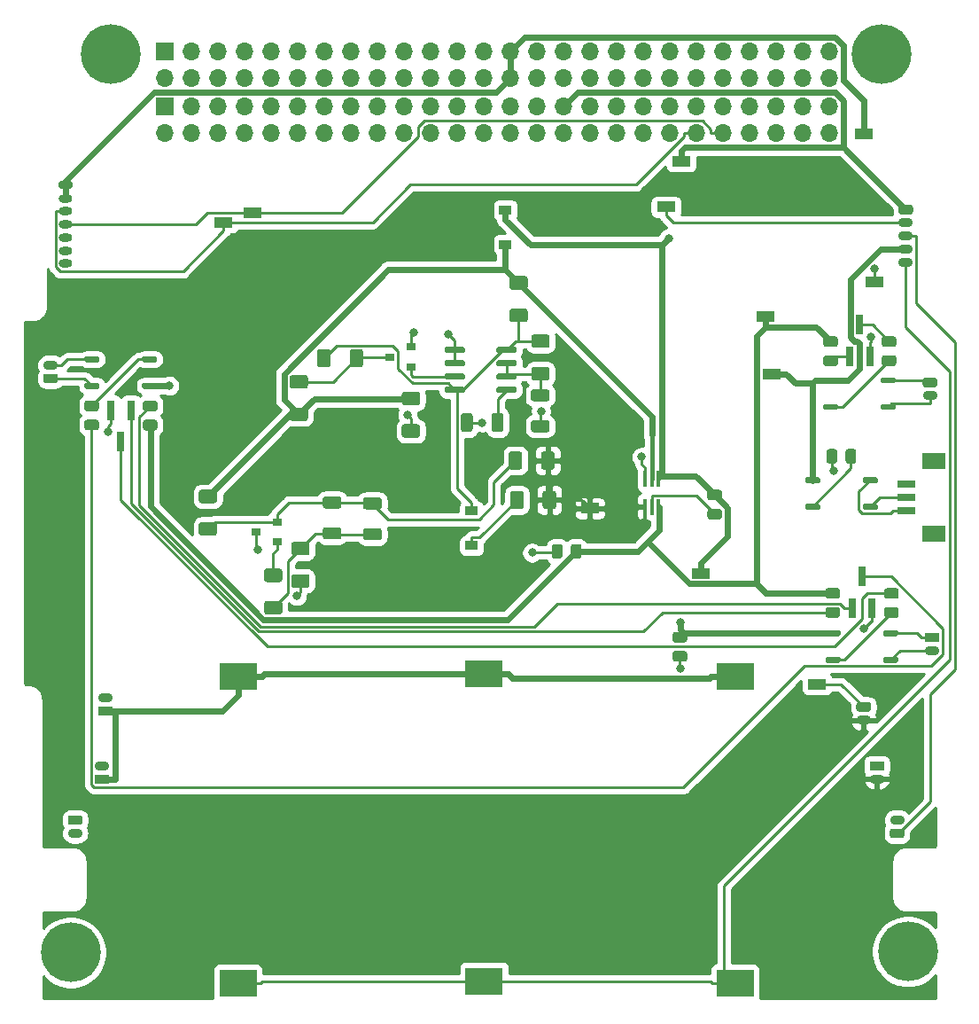
<source format=gbr>
%TF.GenerationSoftware,KiCad,Pcbnew,(5.1.12)-1*%
%TF.CreationDate,2023-02-07T17:32:02-05:00*%
%TF.ProjectId,RADSAT-SK Timer 2,52414453-4154-42d5-934b-2054696d6572,rev?*%
%TF.SameCoordinates,PX7735940PY2faf080*%
%TF.FileFunction,Copper,L1,Top*%
%TF.FilePolarity,Positive*%
%FSLAX46Y46*%
G04 Gerber Fmt 4.6, Leading zero omitted, Abs format (unit mm)*
G04 Created by KiCad (PCBNEW (5.1.12)-1) date 2023-02-07 17:32:02*
%MOMM*%
%LPD*%
G01*
G04 APERTURE LIST*
%TA.AperFunction,SMDPad,CuDef*%
%ADD10R,0.900000X0.800000*%
%TD*%
%TA.AperFunction,SMDPad,CuDef*%
%ADD11R,1.200000X0.900000*%
%TD*%
%TA.AperFunction,SMDPad,CuDef*%
%ADD12R,1.800000X1.000000*%
%TD*%
%TA.AperFunction,ComponentPad*%
%ADD13O,1.400000X0.900000*%
%TD*%
%TA.AperFunction,SMDPad,CuDef*%
%ADD14R,3.600000X2.600000*%
%TD*%
%TA.AperFunction,ComponentPad*%
%ADD15O,1.700000X1.700000*%
%TD*%
%TA.AperFunction,ComponentPad*%
%ADD16R,1.700000X1.700000*%
%TD*%
%TA.AperFunction,SMDPad,CuDef*%
%ADD17R,0.800000X1.900000*%
%TD*%
%TA.AperFunction,ConnectorPad*%
%ADD18C,5.700000*%
%TD*%
%TA.AperFunction,ComponentPad*%
%ADD19C,3.600000*%
%TD*%
%TA.AperFunction,SMDPad,CuDef*%
%ADD20R,0.400000X1.500000*%
%TD*%
%TA.AperFunction,ComponentPad*%
%ADD21O,1.300000X0.800000*%
%TD*%
%TA.AperFunction,ComponentPad*%
%ADD22R,1.400000X0.900000*%
%TD*%
%TA.AperFunction,SMDPad,CuDef*%
%ADD23R,1.800000X0.700000*%
%TD*%
%TA.AperFunction,SMDPad,CuDef*%
%ADD24R,2.200000X1.600000*%
%TD*%
%TA.AperFunction,ViaPad*%
%ADD25C,0.800000*%
%TD*%
%TA.AperFunction,Conductor*%
%ADD26C,0.250000*%
%TD*%
%TA.AperFunction,Conductor*%
%ADD27C,0.350000*%
%TD*%
%TA.AperFunction,Conductor*%
%ADD28C,0.600000*%
%TD*%
%TA.AperFunction,Conductor*%
%ADD29C,0.399800*%
%TD*%
%TA.AperFunction,Conductor*%
%ADD30C,0.254000*%
%TD*%
%TA.AperFunction,Conductor*%
%ADD31C,0.100000*%
%TD*%
G04 APERTURE END LIST*
%TO.P,R113,2*%
%TO.N,Net-(C103-Pad1)*%
%TA.AperFunction,SMDPad,CuDef*%
G36*
G01*
X-72622800Y-49754300D02*
X-71372800Y-49754300D01*
G75*
G02*
X-71122800Y-50004300I0J-250000D01*
G01*
X-71122800Y-50804300D01*
G75*
G02*
X-71372800Y-51054300I-250000J0D01*
G01*
X-72622800Y-51054300D01*
G75*
G02*
X-72872800Y-50804300I0J250000D01*
G01*
X-72872800Y-50004300D01*
G75*
G02*
X-72622800Y-49754300I250000J0D01*
G01*
G37*
%TD.AperFunction*%
%TO.P,R113,1*%
%TO.N,Inhib_EN*%
%TA.AperFunction,SMDPad,CuDef*%
G36*
G01*
X-72622800Y-46654300D02*
X-71372800Y-46654300D01*
G75*
G02*
X-71122800Y-46904300I0J-250000D01*
G01*
X-71122800Y-47704300D01*
G75*
G02*
X-71372800Y-47954300I-250000J0D01*
G01*
X-72622800Y-47954300D01*
G75*
G02*
X-72872800Y-47704300I0J250000D01*
G01*
X-72872800Y-46904300D01*
G75*
G02*
X-72622800Y-46654300I250000J0D01*
G01*
G37*
%TD.AperFunction*%
%TD*%
%TO.P,R112,2*%
%TO.N,Net-(Q101-Pad3)*%
%TA.AperFunction,SMDPad,CuDef*%
G36*
G01*
X-62693600Y-37009400D02*
X-63943600Y-37009400D01*
G75*
G02*
X-64193600Y-36759400I0J250000D01*
G01*
X-64193600Y-35959400D01*
G75*
G02*
X-63943600Y-35709400I250000J0D01*
G01*
X-62693600Y-35709400D01*
G75*
G02*
X-62443600Y-35959400I0J-250000D01*
G01*
X-62443600Y-36759400D01*
G75*
G02*
X-62693600Y-37009400I-250000J0D01*
G01*
G37*
%TD.AperFunction*%
%TO.P,R112,1*%
%TO.N,Inhib_EN*%
%TA.AperFunction,SMDPad,CuDef*%
G36*
G01*
X-62693600Y-40109400D02*
X-63943600Y-40109400D01*
G75*
G02*
X-64193600Y-39859400I0J250000D01*
G01*
X-64193600Y-39059400D01*
G75*
G02*
X-63943600Y-38809400I250000J0D01*
G01*
X-62693600Y-38809400D01*
G75*
G02*
X-62443600Y-39059400I0J-250000D01*
G01*
X-62443600Y-39859400D01*
G75*
G02*
X-62693600Y-40109400I-250000J0D01*
G01*
G37*
%TD.AperFunction*%
%TD*%
%TO.P,R111,2*%
%TO.N,Inhib_EN*%
%TA.AperFunction,SMDPad,CuDef*%
G36*
G01*
X-41690400Y-27565700D02*
X-42940400Y-27565700D01*
G75*
G02*
X-43190400Y-27315700I0J250000D01*
G01*
X-43190400Y-26515700D01*
G75*
G02*
X-42940400Y-26265700I250000J0D01*
G01*
X-41690400Y-26265700D01*
G75*
G02*
X-41440400Y-26515700I0J-250000D01*
G01*
X-41440400Y-27315700D01*
G75*
G02*
X-41690400Y-27565700I-250000J0D01*
G01*
G37*
%TD.AperFunction*%
%TO.P,R111,1*%
%TO.N,Net-(D102-Pad1)*%
%TA.AperFunction,SMDPad,CuDef*%
G36*
G01*
X-41690400Y-30665700D02*
X-42940400Y-30665700D01*
G75*
G02*
X-43190400Y-30415700I0J250000D01*
G01*
X-43190400Y-29615700D01*
G75*
G02*
X-42940400Y-29365700I250000J0D01*
G01*
X-41690400Y-29365700D01*
G75*
G02*
X-41440400Y-29615700I0J-250000D01*
G01*
X-41440400Y-30415700D01*
G75*
G02*
X-41690400Y-30665700I-250000J0D01*
G01*
G37*
%TD.AperFunction*%
%TD*%
%TO.P,R108,2*%
%TO.N,Net-(Q102-Pad1)*%
%TA.AperFunction,SMDPad,CuDef*%
G36*
G01*
X-65129500Y-55486000D02*
X-66379500Y-55486000D01*
G75*
G02*
X-66629500Y-55236000I0J250000D01*
G01*
X-66629500Y-54436000D01*
G75*
G02*
X-66379500Y-54186000I250000J0D01*
G01*
X-65129500Y-54186000D01*
G75*
G02*
X-64879500Y-54436000I0J-250000D01*
G01*
X-64879500Y-55236000D01*
G75*
G02*
X-65129500Y-55486000I-250000J0D01*
G01*
G37*
%TD.AperFunction*%
%TO.P,R108,1*%
%TO.N,Net-(C103-Pad2)*%
%TA.AperFunction,SMDPad,CuDef*%
G36*
G01*
X-65129500Y-58586000D02*
X-66379500Y-58586000D01*
G75*
G02*
X-66629500Y-58336000I0J250000D01*
G01*
X-66629500Y-57536000D01*
G75*
G02*
X-66379500Y-57286000I250000J0D01*
G01*
X-65129500Y-57286000D01*
G75*
G02*
X-64879500Y-57536000I0J-250000D01*
G01*
X-64879500Y-58336000D01*
G75*
G02*
X-65129500Y-58586000I-250000J0D01*
G01*
G37*
%TD.AperFunction*%
%TD*%
%TO.P,R107,2*%
%TO.N,+BATT*%
%TA.AperFunction,SMDPad,CuDef*%
G36*
G01*
X-40160000Y-44498300D02*
X-40160000Y-43248300D01*
G75*
G02*
X-39910000Y-42998300I250000J0D01*
G01*
X-39110000Y-42998300D01*
G75*
G02*
X-38860000Y-43248300I0J-250000D01*
G01*
X-38860000Y-44498300D01*
G75*
G02*
X-39110000Y-44748300I-250000J0D01*
G01*
X-39910000Y-44748300D01*
G75*
G02*
X-40160000Y-44498300I0J250000D01*
G01*
G37*
%TD.AperFunction*%
%TO.P,R107,1*%
%TO.N,Net-(C103-Pad1)*%
%TA.AperFunction,SMDPad,CuDef*%
G36*
G01*
X-43260000Y-44498300D02*
X-43260000Y-43248300D01*
G75*
G02*
X-43010000Y-42998300I250000J0D01*
G01*
X-42210000Y-42998300D01*
G75*
G02*
X-41960000Y-43248300I0J-250000D01*
G01*
X-41960000Y-44498300D01*
G75*
G02*
X-42210000Y-44748300I-250000J0D01*
G01*
X-43010000Y-44748300D01*
G75*
G02*
X-43260000Y-44498300I0J250000D01*
G01*
G37*
%TD.AperFunction*%
%TD*%
%TO.P,R105,2*%
%TO.N,GND*%
%TA.AperFunction,SMDPad,CuDef*%
G36*
G01*
X-63776000Y-54733000D02*
X-62526000Y-54733000D01*
G75*
G02*
X-62276000Y-54983000I0J-250000D01*
G01*
X-62276000Y-55783000D01*
G75*
G02*
X-62526000Y-56033000I-250000J0D01*
G01*
X-63776000Y-56033000D01*
G75*
G02*
X-64026000Y-55783000I0J250000D01*
G01*
X-64026000Y-54983000D01*
G75*
G02*
X-63776000Y-54733000I250000J0D01*
G01*
G37*
%TD.AperFunction*%
%TO.P,R105,1*%
%TO.N,Net-(C103-Pad2)*%
%TA.AperFunction,SMDPad,CuDef*%
G36*
G01*
X-63776000Y-51633000D02*
X-62526000Y-51633000D01*
G75*
G02*
X-62276000Y-51883000I0J-250000D01*
G01*
X-62276000Y-52683000D01*
G75*
G02*
X-62526000Y-52933000I-250000J0D01*
G01*
X-63776000Y-52933000D01*
G75*
G02*
X-64026000Y-52683000I0J250000D01*
G01*
X-64026000Y-51883000D01*
G75*
G02*
X-63776000Y-51633000I250000J0D01*
G01*
G37*
%TD.AperFunction*%
%TD*%
%TO.P,R104,2*%
%TO.N,+BATT*%
%TA.AperFunction,SMDPad,CuDef*%
G36*
G01*
X-40011400Y-48262600D02*
X-40011400Y-47012600D01*
G75*
G02*
X-39761400Y-46762600I250000J0D01*
G01*
X-38961400Y-46762600D01*
G75*
G02*
X-38711400Y-47012600I0J-250000D01*
G01*
X-38711400Y-48262600D01*
G75*
G02*
X-38961400Y-48512600I-250000J0D01*
G01*
X-39761400Y-48512600D01*
G75*
G02*
X-40011400Y-48262600I0J250000D01*
G01*
G37*
%TD.AperFunction*%
%TO.P,R104,1*%
%TO.N,Net-(D102-Pad2)*%
%TA.AperFunction,SMDPad,CuDef*%
G36*
G01*
X-43111400Y-48262600D02*
X-43111400Y-47012600D01*
G75*
G02*
X-42861400Y-46762600I250000J0D01*
G01*
X-42061400Y-46762600D01*
G75*
G02*
X-41811400Y-47012600I0J-250000D01*
G01*
X-41811400Y-48262600D01*
G75*
G02*
X-42061400Y-48512600I-250000J0D01*
G01*
X-42861400Y-48512600D01*
G75*
G02*
X-43111400Y-48262600I0J250000D01*
G01*
G37*
%TD.AperFunction*%
%TD*%
D10*
%TO.P,Q102,3*%
%TO.N,GND*%
X-67369200Y-50688000D03*
%TO.P,Q102,2*%
%TO.N,Net-(C103-Pad1)*%
X-65369200Y-49738000D03*
%TO.P,Q102,1*%
%TO.N,Net-(Q102-Pad1)*%
X-65369200Y-51638000D03*
%TD*%
D11*
%TO.P,D102,2*%
%TO.N,Net-(D102-Pad2)*%
X-46816300Y-52000000D03*
%TO.P,D102,1*%
%TO.N,Net-(D102-Pad1)*%
X-46816300Y-48700000D03*
%TD*%
%TO.P,D101,2*%
%TO.N,+5V*%
X-43582800Y-19950100D03*
%TO.P,D101,1*%
%TO.N,Inhib_EN*%
X-43582800Y-23250100D03*
%TD*%
%TO.P,C104,2*%
%TO.N,Net-(C103-Pad2)*%
%TA.AperFunction,SMDPad,CuDef*%
G36*
G01*
X-60783501Y-50254600D02*
X-59483499Y-50254600D01*
G75*
G02*
X-59233500Y-50504599I0J-249999D01*
G01*
X-59233500Y-51154601D01*
G75*
G02*
X-59483499Y-51404600I-249999J0D01*
G01*
X-60783501Y-51404600D01*
G75*
G02*
X-61033500Y-51154601I0J249999D01*
G01*
X-61033500Y-50504599D01*
G75*
G02*
X-60783501Y-50254600I249999J0D01*
G01*
G37*
%TD.AperFunction*%
%TO.P,C104,1*%
%TO.N,Net-(C103-Pad1)*%
%TA.AperFunction,SMDPad,CuDef*%
G36*
G01*
X-60783501Y-47304600D02*
X-59483499Y-47304600D01*
G75*
G02*
X-59233500Y-47554599I0J-249999D01*
G01*
X-59233500Y-48204601D01*
G75*
G02*
X-59483499Y-48454600I-249999J0D01*
G01*
X-60783501Y-48454600D01*
G75*
G02*
X-61033500Y-48204601I0J249999D01*
G01*
X-61033500Y-47554599D01*
G75*
G02*
X-60783501Y-47304600I249999J0D01*
G01*
G37*
%TD.AperFunction*%
%TD*%
%TO.P,C103,2*%
%TO.N,Net-(C103-Pad2)*%
%TA.AperFunction,SMDPad,CuDef*%
G36*
G01*
X-56927801Y-50341000D02*
X-55627799Y-50341000D01*
G75*
G02*
X-55377800Y-50590999I0J-249999D01*
G01*
X-55377800Y-51241001D01*
G75*
G02*
X-55627799Y-51491000I-249999J0D01*
G01*
X-56927801Y-51491000D01*
G75*
G02*
X-57177800Y-51241001I0J249999D01*
G01*
X-57177800Y-50590999D01*
G75*
G02*
X-56927801Y-50341000I249999J0D01*
G01*
G37*
%TD.AperFunction*%
%TO.P,C103,1*%
%TO.N,Net-(C103-Pad1)*%
%TA.AperFunction,SMDPad,CuDef*%
G36*
G01*
X-56927801Y-47391000D02*
X-55627799Y-47391000D01*
G75*
G02*
X-55377800Y-47640999I0J-249999D01*
G01*
X-55377800Y-48291001D01*
G75*
G02*
X-55627799Y-48541000I-249999J0D01*
G01*
X-56927801Y-48541000D01*
G75*
G02*
X-57177800Y-48291001I0J249999D01*
G01*
X-57177800Y-47640999D01*
G75*
G02*
X-56927801Y-47391000I249999J0D01*
G01*
G37*
%TD.AperFunction*%
%TD*%
D10*
%TO.P,Q101,3*%
%TO.N,Net-(Q101-Pad3)*%
X-54608200Y-33992700D03*
%TO.P,Q101,2*%
%TO.N,GND*%
X-52608200Y-33042700D03*
%TO.P,Q101,1*%
%TO.N,Net-(Q101-Pad1)*%
X-52608200Y-34942700D03*
%TD*%
%TO.P,U101,8*%
%TO.N,Net-(D102-Pad1)*%
%TA.AperFunction,SMDPad,CuDef*%
G36*
G01*
X-44434900Y-33456900D02*
X-44434900Y-33156900D01*
G75*
G02*
X-44284900Y-33006900I150000J0D01*
G01*
X-42634900Y-33006900D01*
G75*
G02*
X-42484900Y-33156900I0J-150000D01*
G01*
X-42484900Y-33456900D01*
G75*
G02*
X-42634900Y-33606900I-150000J0D01*
G01*
X-44284900Y-33606900D01*
G75*
G02*
X-44434900Y-33456900I0J150000D01*
G01*
G37*
%TD.AperFunction*%
%TO.P,U101,7*%
%TO.N,Net-(C102-Pad1)*%
%TA.AperFunction,SMDPad,CuDef*%
G36*
G01*
X-44434900Y-34726900D02*
X-44434900Y-34426900D01*
G75*
G02*
X-44284900Y-34276900I150000J0D01*
G01*
X-42634900Y-34276900D01*
G75*
G02*
X-42484900Y-34426900I0J-150000D01*
G01*
X-42484900Y-34726900D01*
G75*
G02*
X-42634900Y-34876900I-150000J0D01*
G01*
X-44284900Y-34876900D01*
G75*
G02*
X-44434900Y-34726900I0J150000D01*
G01*
G37*
%TD.AperFunction*%
%TO.P,U101,6*%
%TA.AperFunction,SMDPad,CuDef*%
G36*
G01*
X-44434900Y-35996900D02*
X-44434900Y-35696900D01*
G75*
G02*
X-44284900Y-35546900I150000J0D01*
G01*
X-42634900Y-35546900D01*
G75*
G02*
X-42484900Y-35696900I0J-150000D01*
G01*
X-42484900Y-35996900D01*
G75*
G02*
X-42634900Y-36146900I-150000J0D01*
G01*
X-44284900Y-36146900D01*
G75*
G02*
X-44434900Y-35996900I0J150000D01*
G01*
G37*
%TD.AperFunction*%
%TO.P,U101,5*%
%TO.N,Net-(C101-Pad1)*%
%TA.AperFunction,SMDPad,CuDef*%
G36*
G01*
X-44434900Y-37266900D02*
X-44434900Y-36966900D01*
G75*
G02*
X-44284900Y-36816900I150000J0D01*
G01*
X-42634900Y-36816900D01*
G75*
G02*
X-42484900Y-36966900I0J-150000D01*
G01*
X-42484900Y-37266900D01*
G75*
G02*
X-42634900Y-37416900I-150000J0D01*
G01*
X-44284900Y-37416900D01*
G75*
G02*
X-44434900Y-37266900I0J150000D01*
G01*
G37*
%TD.AperFunction*%
%TO.P,U101,4*%
%TO.N,Net-(D102-Pad1)*%
%TA.AperFunction,SMDPad,CuDef*%
G36*
G01*
X-49384900Y-37266900D02*
X-49384900Y-36966900D01*
G75*
G02*
X-49234900Y-36816900I150000J0D01*
G01*
X-47584900Y-36816900D01*
G75*
G02*
X-47434900Y-36966900I0J-150000D01*
G01*
X-47434900Y-37266900D01*
G75*
G02*
X-47584900Y-37416900I-150000J0D01*
G01*
X-49234900Y-37416900D01*
G75*
G02*
X-49384900Y-37266900I0J150000D01*
G01*
G37*
%TD.AperFunction*%
%TO.P,U101,3*%
%TO.N,Net-(Q101-Pad1)*%
%TA.AperFunction,SMDPad,CuDef*%
G36*
G01*
X-49384900Y-35996900D02*
X-49384900Y-35696900D01*
G75*
G02*
X-49234900Y-35546900I150000J0D01*
G01*
X-47584900Y-35546900D01*
G75*
G02*
X-47434900Y-35696900I0J-150000D01*
G01*
X-47434900Y-35996900D01*
G75*
G02*
X-47584900Y-36146900I-150000J0D01*
G01*
X-49234900Y-36146900D01*
G75*
G02*
X-49384900Y-35996900I0J150000D01*
G01*
G37*
%TD.AperFunction*%
%TO.P,U101,2*%
%TO.N,GND*%
%TA.AperFunction,SMDPad,CuDef*%
G36*
G01*
X-49384900Y-34726900D02*
X-49384900Y-34426900D01*
G75*
G02*
X-49234900Y-34276900I150000J0D01*
G01*
X-47584900Y-34276900D01*
G75*
G02*
X-47434900Y-34426900I0J-150000D01*
G01*
X-47434900Y-34726900D01*
G75*
G02*
X-47584900Y-34876900I-150000J0D01*
G01*
X-49234900Y-34876900D01*
G75*
G02*
X-49384900Y-34726900I0J150000D01*
G01*
G37*
%TD.AperFunction*%
%TO.P,U101,1*%
%TA.AperFunction,SMDPad,CuDef*%
G36*
G01*
X-49384900Y-33456900D02*
X-49384900Y-33156900D01*
G75*
G02*
X-49234900Y-33006900I150000J0D01*
G01*
X-47584900Y-33006900D01*
G75*
G02*
X-47434900Y-33156900I0J-150000D01*
G01*
X-47434900Y-33456900D01*
G75*
G02*
X-47584900Y-33606900I-150000J0D01*
G01*
X-49234900Y-33606900D01*
G75*
G02*
X-49384900Y-33456900I0J150000D01*
G01*
G37*
%TD.AperFunction*%
%TD*%
%TO.P,R103,2*%
%TO.N,Net-(D102-Pad1)*%
%TA.AperFunction,SMDPad,CuDef*%
G36*
G01*
X-60258200Y-33479500D02*
X-60258200Y-34729500D01*
G75*
G02*
X-60508200Y-34979500I-250000J0D01*
G01*
X-61308200Y-34979500D01*
G75*
G02*
X-61558200Y-34729500I0J250000D01*
G01*
X-61558200Y-33479500D01*
G75*
G02*
X-61308200Y-33229500I250000J0D01*
G01*
X-60508200Y-33229500D01*
G75*
G02*
X-60258200Y-33479500I0J-250000D01*
G01*
G37*
%TD.AperFunction*%
%TO.P,R103,1*%
%TO.N,Net-(Q101-Pad3)*%
%TA.AperFunction,SMDPad,CuDef*%
G36*
G01*
X-57158200Y-33479500D02*
X-57158200Y-34729500D01*
G75*
G02*
X-57408200Y-34979500I-250000J0D01*
G01*
X-58208200Y-34979500D01*
G75*
G02*
X-58458200Y-34729500I0J250000D01*
G01*
X-58458200Y-33479500D01*
G75*
G02*
X-58208200Y-33229500I250000J0D01*
G01*
X-57408200Y-33229500D01*
G75*
G02*
X-57158200Y-33479500I0J-250000D01*
G01*
G37*
%TD.AperFunction*%
%TD*%
%TO.P,R102,2*%
%TO.N,Net-(C102-Pad1)*%
%TA.AperFunction,SMDPad,CuDef*%
G36*
G01*
X-40839800Y-34923200D02*
X-39589800Y-34923200D01*
G75*
G02*
X-39339800Y-35173200I0J-250000D01*
G01*
X-39339800Y-35973200D01*
G75*
G02*
X-39589800Y-36223200I-250000J0D01*
G01*
X-40839800Y-36223200D01*
G75*
G02*
X-41089800Y-35973200I0J250000D01*
G01*
X-41089800Y-35173200D01*
G75*
G02*
X-40839800Y-34923200I250000J0D01*
G01*
G37*
%TD.AperFunction*%
%TO.P,R102,1*%
%TO.N,Net-(D102-Pad1)*%
%TA.AperFunction,SMDPad,CuDef*%
G36*
G01*
X-40839800Y-31823200D02*
X-39589800Y-31823200D01*
G75*
G02*
X-39339800Y-32073200I0J-250000D01*
G01*
X-39339800Y-32873200D01*
G75*
G02*
X-39589800Y-33123200I-250000J0D01*
G01*
X-40839800Y-33123200D01*
G75*
G02*
X-41089800Y-32873200I0J250000D01*
G01*
X-41089800Y-32073200D01*
G75*
G02*
X-40839800Y-31823200I250000J0D01*
G01*
G37*
%TD.AperFunction*%
%TD*%
%TO.P,R101,2*%
%TO.N,GND*%
%TA.AperFunction,SMDPad,CuDef*%
G36*
G01*
X-53224800Y-40407100D02*
X-51974800Y-40407100D01*
G75*
G02*
X-51724800Y-40657100I0J-250000D01*
G01*
X-51724800Y-41457100D01*
G75*
G02*
X-51974800Y-41707100I-250000J0D01*
G01*
X-53224800Y-41707100D01*
G75*
G02*
X-53474800Y-41457100I0J250000D01*
G01*
X-53474800Y-40657100D01*
G75*
G02*
X-53224800Y-40407100I250000J0D01*
G01*
G37*
%TD.AperFunction*%
%TO.P,R101,1*%
%TO.N,Inhib_EN*%
%TA.AperFunction,SMDPad,CuDef*%
G36*
G01*
X-53224800Y-37307100D02*
X-51974800Y-37307100D01*
G75*
G02*
X-51724800Y-37557100I0J-250000D01*
G01*
X-51724800Y-38357100D01*
G75*
G02*
X-51974800Y-38607100I-250000J0D01*
G01*
X-53224800Y-38607100D01*
G75*
G02*
X-53474800Y-38357100I0J250000D01*
G01*
X-53474800Y-37557100D01*
G75*
G02*
X-53224800Y-37307100I250000J0D01*
G01*
G37*
%TD.AperFunction*%
%TD*%
%TO.P,C102,2*%
%TO.N,GND*%
%TA.AperFunction,SMDPad,CuDef*%
G36*
G01*
X-40887701Y-40026100D02*
X-39587699Y-40026100D01*
G75*
G02*
X-39337700Y-40276099I0J-249999D01*
G01*
X-39337700Y-40926101D01*
G75*
G02*
X-39587699Y-41176100I-249999J0D01*
G01*
X-40887701Y-41176100D01*
G75*
G02*
X-41137700Y-40926101I0J249999D01*
G01*
X-41137700Y-40276099D01*
G75*
G02*
X-40887701Y-40026100I249999J0D01*
G01*
G37*
%TD.AperFunction*%
%TO.P,C102,1*%
%TO.N,Net-(C102-Pad1)*%
%TA.AperFunction,SMDPad,CuDef*%
G36*
G01*
X-40887701Y-37076100D02*
X-39587699Y-37076100D01*
G75*
G02*
X-39337700Y-37326099I0J-249999D01*
G01*
X-39337700Y-37976101D01*
G75*
G02*
X-39587699Y-38226100I-249999J0D01*
G01*
X-40887701Y-38226100D01*
G75*
G02*
X-41137700Y-37976101I0J249999D01*
G01*
X-41137700Y-37326099D01*
G75*
G02*
X-40887701Y-37076100I249999J0D01*
G01*
G37*
%TD.AperFunction*%
%TD*%
%TO.P,C101,2*%
%TO.N,GND*%
%TA.AperFunction,SMDPad,CuDef*%
G36*
G01*
X-46687600Y-39593699D02*
X-46687600Y-40893701D01*
G75*
G02*
X-46937599Y-41143700I-249999J0D01*
G01*
X-47587601Y-41143700D01*
G75*
G02*
X-47837600Y-40893701I0J249999D01*
G01*
X-47837600Y-39593699D01*
G75*
G02*
X-47587601Y-39343700I249999J0D01*
G01*
X-46937599Y-39343700D01*
G75*
G02*
X-46687600Y-39593699I0J-249999D01*
G01*
G37*
%TD.AperFunction*%
%TO.P,C101,1*%
%TO.N,Net-(C101-Pad1)*%
%TA.AperFunction,SMDPad,CuDef*%
G36*
G01*
X-43737600Y-39593699D02*
X-43737600Y-40893701D01*
G75*
G02*
X-43987599Y-41143700I-249999J0D01*
G01*
X-44637601Y-41143700D01*
G75*
G02*
X-44887600Y-40893701I0J249999D01*
G01*
X-44887600Y-39593699D01*
G75*
G02*
X-44637601Y-39343700I249999J0D01*
G01*
X-43987599Y-39343700D01*
G75*
G02*
X-43737600Y-39593699I0J-249999D01*
G01*
G37*
%TD.AperFunction*%
%TD*%
D12*
%TO.P,TP116,1*%
%TO.N,/Inhib_in*%
X-18710000Y-30140000D03*
%TD*%
%TO.P,TP110,1*%
%TO.N,I2C_DATA*%
X-70500000Y-21120000D03*
%TD*%
%TO.P,TP109,1*%
%TO.N,InhibV+*%
X-18140000Y-35590000D03*
%TD*%
%TO.P,TP108,1*%
%TO.N,I2C_CLK*%
X-67720000Y-20190000D03*
%TD*%
%TO.P,TP107,1*%
%TO.N,GND*%
X-8300000Y-26800000D03*
%TD*%
%TO.P,TP106,1*%
%TO.N,Net-(D204-Pad6)*%
X-28230000Y-19660000D03*
%TD*%
%TO.P,TP105,1*%
%TO.N,+3V3*%
X-9350000Y-12670000D03*
%TD*%
%TO.P,TP104,1*%
%TO.N,USB_Charge*%
X-26770000Y-15310000D03*
%TD*%
%TO.P,TP103,1*%
%TO.N,Net-(SW201-Pad1)*%
X-13770000Y-65230000D03*
%TD*%
%TO.P,TP102,1*%
%TO.N,+5V*%
X-24870000Y-54640000D03*
%TD*%
%TO.P,TP101,1*%
%TO.N,+BATT*%
X-35490000Y-48450000D03*
%TD*%
D13*
%TO.P,J202,5*%
%TO.N,Net-(BT201-Pad2)*%
X-5310000Y-24920000D03*
%TO.P,J202,4*%
%TO.N,InhibV+*%
X-5310000Y-23670000D03*
%TO.P,J202,3*%
%TO.N,Net-(J202-Pad3)*%
X-5310000Y-22420000D03*
%TO.P,J202,2*%
%TO.N,Net-(D204-Pad6)*%
X-5310000Y-21170000D03*
%TO.P,J202,1*%
%TO.N,USB_Charge*%
%TA.AperFunction,ComponentPad*%
G36*
G01*
X-5785000Y-19470000D02*
X-4835000Y-19470000D01*
G75*
G02*
X-4610000Y-19695000I0J-225000D01*
G01*
X-4610000Y-20145000D01*
G75*
G02*
X-4835000Y-20370000I-225000J0D01*
G01*
X-5785000Y-20370000D01*
G75*
G02*
X-6010000Y-20145000I0J225000D01*
G01*
X-6010000Y-19695000D01*
G75*
G02*
X-5785000Y-19470000I225000J0D01*
G01*
G37*
%TD.AperFunction*%
%TD*%
%TO.P,R110,2*%
%TO.N,+5V*%
%TA.AperFunction,SMDPad,CuDef*%
G36*
G01*
X-23119998Y-47690000D02*
X-24020002Y-47690000D01*
G75*
G02*
X-24270000Y-47440002I0J249998D01*
G01*
X-24270000Y-46914998D01*
G75*
G02*
X-24020002Y-46665000I249998J0D01*
G01*
X-23119998Y-46665000D01*
G75*
G02*
X-22870000Y-46914998I0J-249998D01*
G01*
X-22870000Y-47440002D01*
G75*
G02*
X-23119998Y-47690000I-249998J0D01*
G01*
G37*
%TD.AperFunction*%
%TO.P,R110,1*%
%TO.N,Net-(D204-Pad2)*%
%TA.AperFunction,SMDPad,CuDef*%
G36*
G01*
X-23119998Y-49515000D02*
X-24020002Y-49515000D01*
G75*
G02*
X-24270000Y-49265002I0J249998D01*
G01*
X-24270000Y-48739998D01*
G75*
G02*
X-24020002Y-48490000I249998J0D01*
G01*
X-23119998Y-48490000D01*
G75*
G02*
X-22870000Y-48739998I0J-249998D01*
G01*
X-22870000Y-49265002D01*
G75*
G02*
X-23119998Y-49515000I-249998J0D01*
G01*
G37*
%TD.AperFunction*%
%TD*%
%TO.P,R109,2*%
%TO.N,GND*%
%TA.AperFunction,SMDPad,CuDef*%
G36*
G01*
X-27350002Y-62058000D02*
X-26449998Y-62058000D01*
G75*
G02*
X-26200000Y-62307998I0J-249998D01*
G01*
X-26200000Y-62833002D01*
G75*
G02*
X-26449998Y-63083000I-249998J0D01*
G01*
X-27350002Y-63083000D01*
G75*
G02*
X-27600000Y-62833002I0J249998D01*
G01*
X-27600000Y-62307998D01*
G75*
G02*
X-27350002Y-62058000I249998J0D01*
G01*
G37*
%TD.AperFunction*%
%TO.P,R109,1*%
%TO.N,InhibV+*%
%TA.AperFunction,SMDPad,CuDef*%
G36*
G01*
X-27350002Y-60233000D02*
X-26449998Y-60233000D01*
G75*
G02*
X-26200000Y-60482998I0J-249998D01*
G01*
X-26200000Y-61008002D01*
G75*
G02*
X-26449998Y-61258000I-249998J0D01*
G01*
X-27350002Y-61258000D01*
G75*
G02*
X-27600000Y-61008002I0J249998D01*
G01*
X-27600000Y-60482998D01*
G75*
G02*
X-27350002Y-60233000I249998J0D01*
G01*
G37*
%TD.AperFunction*%
%TD*%
%TO.P,R106,2*%
%TO.N,GND*%
%TA.AperFunction,SMDPad,CuDef*%
G36*
G01*
X-38110000Y-52089998D02*
X-38110000Y-52990002D01*
G75*
G02*
X-38359998Y-53240000I-249998J0D01*
G01*
X-38885002Y-53240000D01*
G75*
G02*
X-39135000Y-52990002I0J249998D01*
G01*
X-39135000Y-52089998D01*
G75*
G02*
X-38885002Y-51840000I249998J0D01*
G01*
X-38359998Y-51840000D01*
G75*
G02*
X-38110000Y-52089998I0J-249998D01*
G01*
G37*
%TD.AperFunction*%
%TO.P,R106,1*%
%TO.N,/Inhib_in*%
%TA.AperFunction,SMDPad,CuDef*%
G36*
G01*
X-36285000Y-52089998D02*
X-36285000Y-52990002D01*
G75*
G02*
X-36534998Y-53240000I-249998J0D01*
G01*
X-37060002Y-53240000D01*
G75*
G02*
X-37310000Y-52990002I0J249998D01*
G01*
X-37310000Y-52089998D01*
G75*
G02*
X-37060002Y-51840000I249998J0D01*
G01*
X-36534998Y-51840000D01*
G75*
G02*
X-36285000Y-52089998I0J-249998D01*
G01*
G37*
%TD.AperFunction*%
%TD*%
D14*
%TO.P,BT203,1*%
%TO.N,A*%
X-21630000Y-64510000D03*
%TO.P,BT203,2*%
%TO.N,Net-(BT201-Pad2)*%
X-21630000Y-93810000D03*
%TD*%
D15*
%TO.P,J207,52*%
%TO.N,Net-(J207-Pad52)*%
X-12620000Y-7350000D03*
%TO.P,J207,51*%
%TO.N,Net-(J207-Pad51)*%
X-12620000Y-4810000D03*
%TO.P,J207,50*%
%TO.N,Net-(J207-Pad50)*%
X-15160000Y-7350000D03*
%TO.P,J207,49*%
%TO.N,Net-(J207-Pad49)*%
X-15160000Y-4810000D03*
%TO.P,J207,48*%
%TO.N,Net-(J207-Pad48)*%
X-17700000Y-7350000D03*
%TO.P,J207,47*%
%TO.N,Net-(J207-Pad47)*%
X-17700000Y-4810000D03*
%TO.P,J207,46*%
%TO.N,Net-(J207-Pad46)*%
X-20240000Y-7350000D03*
%TO.P,J207,45*%
%TO.N,Net-(J207-Pad45)*%
X-20240000Y-4810000D03*
%TO.P,J207,44*%
%TO.N,Net-(J207-Pad44)*%
X-22780000Y-7350000D03*
%TO.P,J207,43*%
%TO.N,Net-(J207-Pad43)*%
X-22780000Y-4810000D03*
%TO.P,J207,42*%
%TO.N,Net-(J207-Pad42)*%
X-25320000Y-7350000D03*
%TO.P,J207,41*%
%TO.N,Net-(J207-Pad41)*%
X-25320000Y-4810000D03*
%TO.P,J207,40*%
%TO.N,Net-(J207-Pad40)*%
X-27860000Y-7350000D03*
%TO.P,J207,39*%
%TO.N,Net-(J207-Pad39)*%
X-27860000Y-4810000D03*
%TO.P,J207,38*%
%TO.N,Net-(J207-Pad38)*%
X-30400000Y-7350000D03*
%TO.P,J207,37*%
%TO.N,Net-(J207-Pad37)*%
X-30400000Y-4810000D03*
%TO.P,J207,36*%
%TO.N,Net-(J207-Pad36)*%
X-32940000Y-7350000D03*
%TO.P,J207,35*%
%TO.N,Net-(J207-Pad35)*%
X-32940000Y-4810000D03*
%TO.P,J207,34*%
%TO.N,Net-(J207-Pad34)*%
X-35480000Y-7350000D03*
%TO.P,J207,33*%
%TO.N,Net-(J207-Pad33)*%
X-35480000Y-4810000D03*
%TO.P,J207,32*%
%TO.N,GND*%
X-38020000Y-7350000D03*
%TO.P,J207,31*%
%TO.N,Net-(J207-Pad31)*%
X-38020000Y-4810000D03*
%TO.P,J207,30*%
%TO.N,GND*%
X-40560000Y-7350000D03*
%TO.P,J207,29*%
X-40560000Y-4810000D03*
%TO.P,J207,28*%
%TO.N,+3V3*%
X-43100000Y-7350000D03*
%TO.P,J207,27*%
X-43100000Y-4810000D03*
%TO.P,J207,26*%
%TO.N,+5V*%
X-45640000Y-7350000D03*
%TO.P,J207,25*%
X-45640000Y-4810000D03*
%TO.P,J207,24*%
%TO.N,Net-(J207-Pad24)*%
X-48180000Y-7350000D03*
%TO.P,J207,23*%
%TO.N,Net-(J207-Pad23)*%
X-48180000Y-4810000D03*
%TO.P,J207,22*%
%TO.N,Net-(J207-Pad22)*%
X-50720000Y-7350000D03*
%TO.P,J207,21*%
%TO.N,Net-(J207-Pad21)*%
X-50720000Y-4810000D03*
%TO.P,J207,20*%
%TO.N,Net-(J207-Pad20)*%
X-53260000Y-7350000D03*
%TO.P,J207,19*%
%TO.N,Net-(J207-Pad19)*%
X-53260000Y-4810000D03*
%TO.P,J207,18*%
%TO.N,Net-(J207-Pad18)*%
X-55800000Y-7350000D03*
%TO.P,J207,17*%
%TO.N,Net-(J207-Pad17)*%
X-55800000Y-4810000D03*
%TO.P,J207,16*%
%TO.N,Net-(J207-Pad16)*%
X-58340000Y-7350000D03*
%TO.P,J207,15*%
%TO.N,Net-(J207-Pad15)*%
X-58340000Y-4810000D03*
%TO.P,J207,14*%
%TO.N,Net-(J207-Pad14)*%
X-60880000Y-7350000D03*
%TO.P,J207,13*%
%TO.N,Net-(J207-Pad13)*%
X-60880000Y-4810000D03*
%TO.P,J207,12*%
%TO.N,Net-(J207-Pad12)*%
X-63420000Y-7350000D03*
%TO.P,J207,11*%
%TO.N,Net-(J207-Pad11)*%
X-63420000Y-4810000D03*
%TO.P,J207,10*%
%TO.N,Net-(J207-Pad10)*%
X-65960000Y-7350000D03*
%TO.P,J207,9*%
%TO.N,Net-(J207-Pad9)*%
X-65960000Y-4810000D03*
%TO.P,J207,8*%
%TO.N,Net-(J207-Pad8)*%
X-68500000Y-7350000D03*
%TO.P,J207,7*%
%TO.N,Net-(J207-Pad7)*%
X-68500000Y-4810000D03*
%TO.P,J207,6*%
%TO.N,Net-(J207-Pad6)*%
X-71040000Y-7350000D03*
%TO.P,J207,5*%
%TO.N,Net-(J207-Pad5)*%
X-71040000Y-4810000D03*
%TO.P,J207,4*%
%TO.N,Net-(J207-Pad4)*%
X-73580000Y-7350000D03*
%TO.P,J207,3*%
%TO.N,Net-(J207-Pad3)*%
X-73580000Y-4810000D03*
%TO.P,J207,2*%
%TO.N,Net-(J207-Pad2)*%
X-76120000Y-7350000D03*
D16*
%TO.P,J207,1*%
%TO.N,Net-(J207-Pad1)*%
X-76120000Y-4810000D03*
%TD*%
%TO.P,R215,2*%
%TO.N,Net-(Q204-Pad1)*%
%TA.AperFunction,SMDPad,CuDef*%
G36*
G01*
X-77060798Y-39182100D02*
X-77960802Y-39182100D01*
G75*
G02*
X-78210800Y-38932102I0J249998D01*
G01*
X-78210800Y-38407098D01*
G75*
G02*
X-77960802Y-38157100I249998J0D01*
G01*
X-77060798Y-38157100D01*
G75*
G02*
X-76810800Y-38407098I0J-249998D01*
G01*
X-76810800Y-38932102D01*
G75*
G02*
X-77060798Y-39182100I-249998J0D01*
G01*
G37*
%TD.AperFunction*%
%TO.P,R215,1*%
%TO.N,/Inhib_in*%
%TA.AperFunction,SMDPad,CuDef*%
G36*
G01*
X-77060798Y-41007100D02*
X-77960802Y-41007100D01*
G75*
G02*
X-78210800Y-40757102I0J249998D01*
G01*
X-78210800Y-40232098D01*
G75*
G02*
X-77960802Y-39982100I249998J0D01*
G01*
X-77060798Y-39982100D01*
G75*
G02*
X-76810800Y-40232098I0J-249998D01*
G01*
X-76810800Y-40757102D01*
G75*
G02*
X-77060798Y-41007100I-249998J0D01*
G01*
G37*
%TD.AperFunction*%
%TD*%
D17*
%TO.P,Q206,3*%
%TO.N,Net-(Q206-Pad3)*%
X-80322600Y-42077800D03*
%TO.P,Q206,2*%
%TO.N,GND*%
X-81272600Y-39077800D03*
%TO.P,Q206,1*%
%TO.N,Net-(Q206-Pad1)*%
X-79372600Y-39077800D03*
%TD*%
%TO.P,Q204,3*%
%TO.N,Net-(Q204-Pad3)*%
X-9479000Y-54966000D03*
%TO.P,Q204,2*%
%TO.N,GND*%
X-8529000Y-57966000D03*
%TO.P,Q204,1*%
%TO.N,Net-(Q204-Pad1)*%
X-10429000Y-57966000D03*
%TD*%
%TO.P,R210,2*%
%TO.N,GND*%
%TA.AperFunction,SMDPad,CuDef*%
G36*
G01*
X-11862000Y-43021998D02*
X-11862000Y-43922002D01*
G75*
G02*
X-12111998Y-44172000I-249998J0D01*
G01*
X-12637002Y-44172000D01*
G75*
G02*
X-12887000Y-43922002I0J249998D01*
G01*
X-12887000Y-43021998D01*
G75*
G02*
X-12637002Y-42772000I249998J0D01*
G01*
X-12111998Y-42772000D01*
G75*
G02*
X-11862000Y-43021998I0J-249998D01*
G01*
G37*
%TD.AperFunction*%
%TO.P,R210,1*%
%TO.N,Net-(R210-Pad1)*%
%TA.AperFunction,SMDPad,CuDef*%
G36*
G01*
X-10037000Y-43021998D02*
X-10037000Y-43922002D01*
G75*
G02*
X-10286998Y-44172000I-249998J0D01*
G01*
X-10812002Y-44172000D01*
G75*
G02*
X-11062000Y-43922002I0J249998D01*
G01*
X-11062000Y-43021998D01*
G75*
G02*
X-10812002Y-42772000I249998J0D01*
G01*
X-10286998Y-42772000D01*
G75*
G02*
X-10037000Y-43021998I0J-249998D01*
G01*
G37*
%TD.AperFunction*%
%TD*%
D15*
%TO.P,J208,52*%
%TO.N,Net-(J208-Pad52)*%
X-12620000Y-12620000D03*
%TO.P,J208,51*%
%TO.N,Net-(J208-Pad51)*%
X-12620000Y-10080000D03*
%TO.P,J208,50*%
%TO.N,Net-(J208-Pad50)*%
X-15160000Y-12620000D03*
%TO.P,J208,49*%
%TO.N,Net-(J208-Pad49)*%
X-15160000Y-10080000D03*
%TO.P,J208,48*%
%TO.N,Net-(J208-Pad48)*%
X-17700000Y-12620000D03*
%TO.P,J208,47*%
%TO.N,Net-(J208-Pad47)*%
X-17700000Y-10080000D03*
%TO.P,J208,46*%
%TO.N,Net-(J208-Pad46)*%
X-20240000Y-12620000D03*
%TO.P,J208,45*%
%TO.N,Net-(J208-Pad45)*%
X-20240000Y-10080000D03*
%TO.P,J208,44*%
%TO.N,I2C_CLK*%
X-22780000Y-12620000D03*
%TO.P,J208,43*%
%TO.N,Net-(J208-Pad43)*%
X-22780000Y-10080000D03*
%TO.P,J208,42*%
%TO.N,I2C_DATA*%
X-25320000Y-12620000D03*
%TO.P,J208,41*%
%TO.N,Net-(J208-Pad41)*%
X-25320000Y-10080000D03*
%TO.P,J208,40*%
%TO.N,Net-(J208-Pad40)*%
X-27860000Y-12620000D03*
%TO.P,J208,39*%
%TO.N,Net-(J208-Pad39)*%
X-27860000Y-10080000D03*
%TO.P,J208,38*%
%TO.N,Net-(J208-Pad38)*%
X-30400000Y-12620000D03*
%TO.P,J208,37*%
%TO.N,Net-(J208-Pad37)*%
X-30400000Y-10080000D03*
%TO.P,J208,36*%
%TO.N,Net-(J208-Pad36)*%
X-32940000Y-12620000D03*
%TO.P,J208,35*%
%TO.N,Net-(J208-Pad35)*%
X-32940000Y-10080000D03*
%TO.P,J208,34*%
%TO.N,Net-(J208-Pad34)*%
X-35480000Y-12620000D03*
%TO.P,J208,33*%
%TO.N,Net-(J208-Pad33)*%
X-35480000Y-10080000D03*
%TO.P,J208,32*%
%TO.N,Net-(J208-Pad32)*%
X-38020000Y-12620000D03*
%TO.P,J208,31*%
%TO.N,USB_Charge*%
X-38020000Y-10080000D03*
%TO.P,J208,30*%
%TO.N,Net-(J208-Pad30)*%
X-40560000Y-12620000D03*
%TO.P,J208,29*%
%TO.N,Net-(J208-Pad29)*%
X-40560000Y-10080000D03*
%TO.P,J208,28*%
%TO.N,Net-(J208-Pad28)*%
X-43100000Y-12620000D03*
%TO.P,J208,27*%
%TO.N,Net-(J208-Pad27)*%
X-43100000Y-10080000D03*
%TO.P,J208,26*%
%TO.N,Net-(J208-Pad26)*%
X-45640000Y-12620000D03*
%TO.P,J208,25*%
%TO.N,Net-(J208-Pad25)*%
X-45640000Y-10080000D03*
%TO.P,J208,24*%
%TO.N,Net-(J208-Pad24)*%
X-48180000Y-12620000D03*
%TO.P,J208,23*%
%TO.N,Net-(J208-Pad23)*%
X-48180000Y-10080000D03*
%TO.P,J208,22*%
%TO.N,Net-(J208-Pad22)*%
X-50720000Y-12620000D03*
%TO.P,J208,21*%
%TO.N,Net-(J208-Pad21)*%
X-50720000Y-10080000D03*
%TO.P,J208,20*%
%TO.N,Net-(J208-Pad20)*%
X-53260000Y-12620000D03*
%TO.P,J208,19*%
%TO.N,Net-(J208-Pad19)*%
X-53260000Y-10080000D03*
%TO.P,J208,18*%
%TO.N,Net-(J208-Pad18)*%
X-55800000Y-12620000D03*
%TO.P,J208,17*%
%TO.N,Net-(J208-Pad17)*%
X-55800000Y-10080000D03*
%TO.P,J208,16*%
%TO.N,Net-(J208-Pad16)*%
X-58340000Y-12620000D03*
%TO.P,J208,15*%
%TO.N,Net-(J208-Pad15)*%
X-58340000Y-10080000D03*
%TO.P,J208,14*%
%TO.N,Net-(J208-Pad14)*%
X-60880000Y-12620000D03*
%TO.P,J208,13*%
%TO.N,Net-(J208-Pad13)*%
X-60880000Y-10080000D03*
%TO.P,J208,12*%
%TO.N,Net-(J208-Pad12)*%
X-63420000Y-12620000D03*
%TO.P,J208,11*%
%TO.N,Net-(J208-Pad11)*%
X-63420000Y-10080000D03*
%TO.P,J208,10*%
%TO.N,Net-(J208-Pad10)*%
X-65960000Y-12620000D03*
%TO.P,J208,9*%
%TO.N,Net-(J208-Pad9)*%
X-65960000Y-10080000D03*
%TO.P,J208,8*%
%TO.N,Net-(J208-Pad8)*%
X-68500000Y-12620000D03*
%TO.P,J208,7*%
%TO.N,Net-(J208-Pad7)*%
X-68500000Y-10080000D03*
%TO.P,J208,6*%
%TO.N,Net-(J208-Pad6)*%
X-71040000Y-12620000D03*
%TO.P,J208,5*%
%TO.N,Net-(J208-Pad5)*%
X-71040000Y-10080000D03*
%TO.P,J208,4*%
%TO.N,Net-(J208-Pad4)*%
X-73580000Y-12620000D03*
%TO.P,J208,3*%
%TO.N,Net-(J208-Pad3)*%
X-73580000Y-10080000D03*
%TO.P,J208,2*%
%TO.N,Net-(J208-Pad2)*%
X-76120000Y-12620000D03*
D16*
%TO.P,J208,1*%
%TO.N,Net-(J208-Pad1)*%
X-76120000Y-10080000D03*
%TD*%
D18*
%TO.P,H102,1*%
%TO.N,N/C*%
X-7650000Y-5070000D03*
D19*
X-7650000Y-5070000D03*
%TD*%
D20*
%TO.P,D204,6*%
%TO.N,Net-(D204-Pad6)*%
X-30230000Y-45630000D03*
%TO.P,D204,5*%
%TO.N,Inhib_EN*%
X-29580000Y-45630000D03*
%TO.P,D204,4*%
%TO.N,+5V*%
X-28930000Y-45630000D03*
%TO.P,D204,3*%
%TO.N,/Inhib_in*%
X-28930000Y-48290000D03*
%TO.P,D204,2*%
%TO.N,Net-(D204-Pad2)*%
X-29580000Y-48290000D03*
%TO.P,D204,1*%
%TO.N,+BATT*%
X-30230000Y-48290000D03*
%TD*%
%TO.P,R211,2*%
%TO.N,Net-(Q206-Pad1)*%
%TA.AperFunction,SMDPad,CuDef*%
G36*
G01*
X-12740002Y-57864000D02*
X-11839998Y-57864000D01*
G75*
G02*
X-11590000Y-58113998I0J-249998D01*
G01*
X-11590000Y-58639002D01*
G75*
G02*
X-11839998Y-58889000I-249998J0D01*
G01*
X-12740002Y-58889000D01*
G75*
G02*
X-12990000Y-58639002I0J249998D01*
G01*
X-12990000Y-58113998D01*
G75*
G02*
X-12740002Y-57864000I249998J0D01*
G01*
G37*
%TD.AperFunction*%
%TO.P,R211,1*%
%TO.N,/Inhib_in*%
%TA.AperFunction,SMDPad,CuDef*%
G36*
G01*
X-12740002Y-56039000D02*
X-11839998Y-56039000D01*
G75*
G02*
X-11590000Y-56288998I0J-249998D01*
G01*
X-11590000Y-56814002D01*
G75*
G02*
X-11839998Y-57064000I-249998J0D01*
G01*
X-12740002Y-57064000D01*
G75*
G02*
X-12990000Y-56814002I0J249998D01*
G01*
X-12990000Y-56288998D01*
G75*
G02*
X-12740002Y-56039000I249998J0D01*
G01*
G37*
%TD.AperFunction*%
%TD*%
%TO.P,R214,2*%
%TO.N,Net-(Q205-Pad3)*%
%TA.AperFunction,SMDPad,CuDef*%
G36*
G01*
X-6456998Y-33028200D02*
X-7357002Y-33028200D01*
G75*
G02*
X-7607000Y-32778202I0J249998D01*
G01*
X-7607000Y-32253198D01*
G75*
G02*
X-7357002Y-32003200I249998J0D01*
G01*
X-6456998Y-32003200D01*
G75*
G02*
X-6207000Y-32253198I0J-249998D01*
G01*
X-6207000Y-32778202D01*
G75*
G02*
X-6456998Y-33028200I-249998J0D01*
G01*
G37*
%TD.AperFunction*%
%TO.P,R214,1*%
%TO.N,Net-(R214-Pad1)*%
%TA.AperFunction,SMDPad,CuDef*%
G36*
G01*
X-6456998Y-34853200D02*
X-7357002Y-34853200D01*
G75*
G02*
X-7607000Y-34603202I0J249998D01*
G01*
X-7607000Y-34078198D01*
G75*
G02*
X-7357002Y-33828200I249998J0D01*
G01*
X-6456998Y-33828200D01*
G75*
G02*
X-6207000Y-34078198I0J-249998D01*
G01*
X-6207000Y-34603202D01*
G75*
G02*
X-6456998Y-34853200I-249998J0D01*
G01*
G37*
%TD.AperFunction*%
%TD*%
%TO.P,U260,4*%
%TO.N,Net-(J206-Pad1)*%
%TA.AperFunction,SMDPad,CuDef*%
G36*
G01*
X-82350100Y-36610000D02*
X-82350100Y-36885000D01*
G75*
G02*
X-82487600Y-37022500I-137500J0D01*
G01*
X-83662600Y-37022500D01*
G75*
G02*
X-83800100Y-36885000I0J137500D01*
G01*
X-83800100Y-36610000D01*
G75*
G02*
X-83662600Y-36472500I137500J0D01*
G01*
X-82487600Y-36472500D01*
G75*
G02*
X-82350100Y-36610000I0J-137500D01*
G01*
G37*
%TD.AperFunction*%
%TO.P,U260,3*%
%TO.N,Net-(J206-Pad2)*%
%TA.AperFunction,SMDPad,CuDef*%
G36*
G01*
X-82350100Y-34070000D02*
X-82350100Y-34345000D01*
G75*
G02*
X-82487600Y-34482500I-137500J0D01*
G01*
X-83662600Y-34482500D01*
G75*
G02*
X-83800100Y-34345000I0J137500D01*
G01*
X-83800100Y-34070000D01*
G75*
G02*
X-83662600Y-33932500I137500J0D01*
G01*
X-82487600Y-33932500D01*
G75*
G02*
X-82350100Y-34070000I0J-137500D01*
G01*
G37*
%TD.AperFunction*%
%TO.P,U260,2*%
%TO.N,Net-(R216-Pad1)*%
%TA.AperFunction,SMDPad,CuDef*%
G36*
G01*
X-76850100Y-34070000D02*
X-76850100Y-34345000D01*
G75*
G02*
X-76987600Y-34482500I-137500J0D01*
G01*
X-78162600Y-34482500D01*
G75*
G02*
X-78300100Y-34345000I0J137500D01*
G01*
X-78300100Y-34070000D01*
G75*
G02*
X-78162600Y-33932500I137500J0D01*
G01*
X-76987600Y-33932500D01*
G75*
G02*
X-76850100Y-34070000I0J-137500D01*
G01*
G37*
%TD.AperFunction*%
%TO.P,U260,1*%
%TO.N,InhibV+*%
%TA.AperFunction,SMDPad,CuDef*%
G36*
G01*
X-76850100Y-36610000D02*
X-76850100Y-36885000D01*
G75*
G02*
X-76987600Y-37022500I-137500J0D01*
G01*
X-78162600Y-37022500D01*
G75*
G02*
X-78300100Y-36885000I0J137500D01*
G01*
X-78300100Y-36610000D01*
G75*
G02*
X-78162600Y-36472500I137500J0D01*
G01*
X-76987600Y-36472500D01*
G75*
G02*
X-76850100Y-36610000I0J-137500D01*
G01*
G37*
%TD.AperFunction*%
%TD*%
%TO.P,U240,4*%
%TO.N,Net-(J204-Pad1)*%
%TA.AperFunction,SMDPad,CuDef*%
G36*
G01*
X-7471000Y-60519500D02*
X-7471000Y-60244500D01*
G75*
G02*
X-7333500Y-60107000I137500J0D01*
G01*
X-6158500Y-60107000D01*
G75*
G02*
X-6021000Y-60244500I0J-137500D01*
G01*
X-6021000Y-60519500D01*
G75*
G02*
X-6158500Y-60657000I-137500J0D01*
G01*
X-7333500Y-60657000D01*
G75*
G02*
X-7471000Y-60519500I0J137500D01*
G01*
G37*
%TD.AperFunction*%
%TO.P,U240,3*%
%TO.N,Net-(J204-Pad2)*%
%TA.AperFunction,SMDPad,CuDef*%
G36*
G01*
X-7471000Y-63059500D02*
X-7471000Y-62784500D01*
G75*
G02*
X-7333500Y-62647000I137500J0D01*
G01*
X-6158500Y-62647000D01*
G75*
G02*
X-6021000Y-62784500I0J-137500D01*
G01*
X-6021000Y-63059500D01*
G75*
G02*
X-6158500Y-63197000I-137500J0D01*
G01*
X-7333500Y-63197000D01*
G75*
G02*
X-7471000Y-63059500I0J137500D01*
G01*
G37*
%TD.AperFunction*%
%TO.P,U240,2*%
%TO.N,Net-(R212-Pad1)*%
%TA.AperFunction,SMDPad,CuDef*%
G36*
G01*
X-12971000Y-63059500D02*
X-12971000Y-62784500D01*
G75*
G02*
X-12833500Y-62647000I137500J0D01*
G01*
X-11658500Y-62647000D01*
G75*
G02*
X-11521000Y-62784500I0J-137500D01*
G01*
X-11521000Y-63059500D01*
G75*
G02*
X-11658500Y-63197000I-137500J0D01*
G01*
X-12833500Y-63197000D01*
G75*
G02*
X-12971000Y-63059500I0J137500D01*
G01*
G37*
%TD.AperFunction*%
%TO.P,U240,1*%
%TO.N,InhibV+*%
%TA.AperFunction,SMDPad,CuDef*%
G36*
G01*
X-12971000Y-60519500D02*
X-12971000Y-60244500D01*
G75*
G02*
X-12833500Y-60107000I137500J0D01*
G01*
X-11658500Y-60107000D01*
G75*
G02*
X-11521000Y-60244500I0J-137500D01*
G01*
X-11521000Y-60519500D01*
G75*
G02*
X-11658500Y-60657000I-137500J0D01*
G01*
X-12833500Y-60657000D01*
G75*
G02*
X-12971000Y-60519500I0J137500D01*
G01*
G37*
%TD.AperFunction*%
%TD*%
%TO.P,R213,2*%
%TO.N,Net-(Q205-Pad1)*%
%TA.AperFunction,SMDPad,CuDef*%
G36*
G01*
X-12938002Y-33838300D02*
X-12037998Y-33838300D01*
G75*
G02*
X-11788000Y-34088298I0J-249998D01*
G01*
X-11788000Y-34613302D01*
G75*
G02*
X-12037998Y-34863300I-249998J0D01*
G01*
X-12938002Y-34863300D01*
G75*
G02*
X-13188000Y-34613302I0J249998D01*
G01*
X-13188000Y-34088298D01*
G75*
G02*
X-12938002Y-33838300I249998J0D01*
G01*
G37*
%TD.AperFunction*%
%TO.P,R213,1*%
%TO.N,/Inhib_in*%
%TA.AperFunction,SMDPad,CuDef*%
G36*
G01*
X-12938002Y-32013300D02*
X-12037998Y-32013300D01*
G75*
G02*
X-11788000Y-32263298I0J-249998D01*
G01*
X-11788000Y-32788302D01*
G75*
G02*
X-12037998Y-33038300I-249998J0D01*
G01*
X-12938002Y-33038300D01*
G75*
G02*
X-13188000Y-32788302I0J249998D01*
G01*
X-13188000Y-32263298D01*
G75*
G02*
X-12938002Y-32013300I249998J0D01*
G01*
G37*
%TD.AperFunction*%
%TD*%
%TO.P,R216,2*%
%TO.N,Net-(Q204-Pad3)*%
%TA.AperFunction,SMDPad,CuDef*%
G36*
G01*
X-83564002Y-39969400D02*
X-82663998Y-39969400D01*
G75*
G02*
X-82414000Y-40219398I0J-249998D01*
G01*
X-82414000Y-40744402D01*
G75*
G02*
X-82663998Y-40994400I-249998J0D01*
G01*
X-83564002Y-40994400D01*
G75*
G02*
X-83814000Y-40744402I0J249998D01*
G01*
X-83814000Y-40219398D01*
G75*
G02*
X-83564002Y-39969400I249998J0D01*
G01*
G37*
%TD.AperFunction*%
%TO.P,R216,1*%
%TO.N,Net-(R216-Pad1)*%
%TA.AperFunction,SMDPad,CuDef*%
G36*
G01*
X-83564002Y-38144400D02*
X-82663998Y-38144400D01*
G75*
G02*
X-82414000Y-38394398I0J-249998D01*
G01*
X-82414000Y-38919402D01*
G75*
G02*
X-82663998Y-39169400I-249998J0D01*
G01*
X-83564002Y-39169400D01*
G75*
G02*
X-83814000Y-38919402I0J249998D01*
G01*
X-83814000Y-38394398D01*
G75*
G02*
X-83564002Y-38144400I249998J0D01*
G01*
G37*
%TD.AperFunction*%
%TD*%
%TO.P,U250,4*%
%TO.N,Net-(J205-Pad1)*%
%TA.AperFunction,SMDPad,CuDef*%
G36*
G01*
X-7712000Y-36354600D02*
X-7712000Y-36079600D01*
G75*
G02*
X-7574500Y-35942100I137500J0D01*
G01*
X-6399500Y-35942100D01*
G75*
G02*
X-6262000Y-36079600I0J-137500D01*
G01*
X-6262000Y-36354600D01*
G75*
G02*
X-6399500Y-36492100I-137500J0D01*
G01*
X-7574500Y-36492100D01*
G75*
G02*
X-7712000Y-36354600I0J137500D01*
G01*
G37*
%TD.AperFunction*%
%TO.P,U250,3*%
%TO.N,Net-(J205-Pad2)*%
%TA.AperFunction,SMDPad,CuDef*%
G36*
G01*
X-7712000Y-38894600D02*
X-7712000Y-38619600D01*
G75*
G02*
X-7574500Y-38482100I137500J0D01*
G01*
X-6399500Y-38482100D01*
G75*
G02*
X-6262000Y-38619600I0J-137500D01*
G01*
X-6262000Y-38894600D01*
G75*
G02*
X-6399500Y-39032100I-137500J0D01*
G01*
X-7574500Y-39032100D01*
G75*
G02*
X-7712000Y-38894600I0J137500D01*
G01*
G37*
%TD.AperFunction*%
%TO.P,U250,2*%
%TO.N,Net-(R214-Pad1)*%
%TA.AperFunction,SMDPad,CuDef*%
G36*
G01*
X-13212000Y-38894600D02*
X-13212000Y-38619600D01*
G75*
G02*
X-13074500Y-38482100I137500J0D01*
G01*
X-11899500Y-38482100D01*
G75*
G02*
X-11762000Y-38619600I0J-137500D01*
G01*
X-11762000Y-38894600D01*
G75*
G02*
X-11899500Y-39032100I-137500J0D01*
G01*
X-13074500Y-39032100D01*
G75*
G02*
X-13212000Y-38894600I0J137500D01*
G01*
G37*
%TD.AperFunction*%
%TO.P,U250,1*%
%TO.N,InhibV+*%
%TA.AperFunction,SMDPad,CuDef*%
G36*
G01*
X-13212000Y-36354600D02*
X-13212000Y-36079600D01*
G75*
G02*
X-13074500Y-35942100I137500J0D01*
G01*
X-11899500Y-35942100D01*
G75*
G02*
X-11762000Y-36079600I0J-137500D01*
G01*
X-11762000Y-36354600D01*
G75*
G02*
X-11899500Y-36492100I-137500J0D01*
G01*
X-13074500Y-36492100D01*
G75*
G02*
X-13212000Y-36354600I0J137500D01*
G01*
G37*
%TD.AperFunction*%
%TD*%
%TO.P,R212,2*%
%TO.N,Net-(Q206-Pad3)*%
%TA.AperFunction,SMDPad,CuDef*%
G36*
G01*
X-6223998Y-57084000D02*
X-7124002Y-57084000D01*
G75*
G02*
X-7374000Y-56834002I0J249998D01*
G01*
X-7374000Y-56308998D01*
G75*
G02*
X-7124002Y-56059000I249998J0D01*
G01*
X-6223998Y-56059000D01*
G75*
G02*
X-5974000Y-56308998I0J-249998D01*
G01*
X-5974000Y-56834002D01*
G75*
G02*
X-6223998Y-57084000I-249998J0D01*
G01*
G37*
%TD.AperFunction*%
%TO.P,R212,1*%
%TO.N,Net-(R212-Pad1)*%
%TA.AperFunction,SMDPad,CuDef*%
G36*
G01*
X-6223998Y-58909000D02*
X-7124002Y-58909000D01*
G75*
G02*
X-7374000Y-58659002I0J249998D01*
G01*
X-7374000Y-58133998D01*
G75*
G02*
X-7124002Y-57884000I249998J0D01*
G01*
X-6223998Y-57884000D01*
G75*
G02*
X-5974000Y-58133998I0J-249998D01*
G01*
X-5974000Y-58659002D01*
G75*
G02*
X-6223998Y-58909000I-249998J0D01*
G01*
G37*
%TD.AperFunction*%
%TD*%
D17*
%TO.P,Q205,3*%
%TO.N,Net-(Q205-Pad3)*%
X-9704000Y-30917200D03*
%TO.P,Q205,2*%
%TO.N,GND*%
X-8754000Y-33917200D03*
%TO.P,Q205,1*%
%TO.N,Net-(Q205-Pad1)*%
X-10654000Y-33917200D03*
%TD*%
%TO.P,U230,4*%
%TO.N,Net-(J203-Pad1)*%
%TA.AperFunction,SMDPad,CuDef*%
G36*
G01*
X-9437000Y-45895500D02*
X-9437000Y-45620500D01*
G75*
G02*
X-9299500Y-45483000I137500J0D01*
G01*
X-8124500Y-45483000D01*
G75*
G02*
X-7987000Y-45620500I0J-137500D01*
G01*
X-7987000Y-45895500D01*
G75*
G02*
X-8124500Y-46033000I-137500J0D01*
G01*
X-9299500Y-46033000D01*
G75*
G02*
X-9437000Y-45895500I0J137500D01*
G01*
G37*
%TD.AperFunction*%
%TO.P,U230,3*%
%TO.N,Net-(J203-Pad2)*%
%TA.AperFunction,SMDPad,CuDef*%
G36*
G01*
X-9437000Y-48435500D02*
X-9437000Y-48160500D01*
G75*
G02*
X-9299500Y-48023000I137500J0D01*
G01*
X-8124500Y-48023000D01*
G75*
G02*
X-7987000Y-48160500I0J-137500D01*
G01*
X-7987000Y-48435500D01*
G75*
G02*
X-8124500Y-48573000I-137500J0D01*
G01*
X-9299500Y-48573000D01*
G75*
G02*
X-9437000Y-48435500I0J137500D01*
G01*
G37*
%TD.AperFunction*%
%TO.P,U230,2*%
%TO.N,Net-(R210-Pad1)*%
%TA.AperFunction,SMDPad,CuDef*%
G36*
G01*
X-14937000Y-48435500D02*
X-14937000Y-48160500D01*
G75*
G02*
X-14799500Y-48023000I137500J0D01*
G01*
X-13624500Y-48023000D01*
G75*
G02*
X-13487000Y-48160500I0J-137500D01*
G01*
X-13487000Y-48435500D01*
G75*
G02*
X-13624500Y-48573000I-137500J0D01*
G01*
X-14799500Y-48573000D01*
G75*
G02*
X-14937000Y-48435500I0J137500D01*
G01*
G37*
%TD.AperFunction*%
%TO.P,U230,1*%
%TO.N,InhibV+*%
%TA.AperFunction,SMDPad,CuDef*%
G36*
G01*
X-14937000Y-45895500D02*
X-14937000Y-45620500D01*
G75*
G02*
X-14799500Y-45483000I137500J0D01*
G01*
X-13624500Y-45483000D01*
G75*
G02*
X-13487000Y-45620500I0J-137500D01*
G01*
X-13487000Y-45895500D01*
G75*
G02*
X-13624500Y-46033000I-137500J0D01*
G01*
X-14799500Y-46033000D01*
G75*
G02*
X-14937000Y-45895500I0J137500D01*
G01*
G37*
%TD.AperFunction*%
%TD*%
%TO.P,J201,1*%
%TO.N,+3V3*%
%TA.AperFunction,ComponentPad*%
G36*
G01*
X-86040000Y-17170000D02*
X-85140000Y-17170000D01*
G75*
G02*
X-84940000Y-17370000I0J-200000D01*
G01*
X-84940000Y-17770000D01*
G75*
G02*
X-85140000Y-17970000I-200000J0D01*
G01*
X-86040000Y-17970000D01*
G75*
G02*
X-86240000Y-17770000I0J200000D01*
G01*
X-86240000Y-17370000D01*
G75*
G02*
X-86040000Y-17170000I200000J0D01*
G01*
G37*
%TD.AperFunction*%
D21*
%TO.P,J201,2*%
X-85590000Y-18820000D03*
%TO.P,J201,3*%
%TO.N,I2C_DATA*%
X-85590000Y-20070000D03*
%TO.P,J201,4*%
%TO.N,I2C_CLK*%
X-85590000Y-21320000D03*
%TO.P,J201,5*%
%TO.N,GND*%
X-85590000Y-22570000D03*
%TO.P,J201,6*%
X-85590000Y-23820000D03*
%TO.P,J201,7*%
X-85590000Y-25070000D03*
%TD*%
%TO.P,SW201,1*%
%TO.N,Net-(SW201-Pad1)*%
%TA.AperFunction,ComponentPad*%
G36*
G01*
X-9815000Y-66950000D02*
X-8865000Y-66950000D01*
G75*
G02*
X-8640000Y-67175000I0J-225000D01*
G01*
X-8640000Y-67625000D01*
G75*
G02*
X-8865000Y-67850000I-225000J0D01*
G01*
X-9815000Y-67850000D01*
G75*
G02*
X-10040000Y-67625000I0J225000D01*
G01*
X-10040000Y-67175000D01*
G75*
G02*
X-9815000Y-66950000I225000J0D01*
G01*
G37*
%TD.AperFunction*%
D13*
%TO.P,SW201,2*%
%TO.N,+BATT*%
X-9340000Y-68650000D03*
%TD*%
D18*
%TO.P,H103,1*%
%TO.N,N/C*%
X-5120000Y-90760000D03*
D19*
X-5120000Y-90760000D03*
%TD*%
D13*
%TO.P,SW206,2*%
%TO.N,GND*%
X-6140000Y-78220000D03*
%TO.P,SW206,1*%
%TO.N,Net-(J202-Pad3)*%
%TA.AperFunction,ComponentPad*%
G36*
G01*
X-5665000Y-79920000D02*
X-6615000Y-79920000D01*
G75*
G02*
X-6840000Y-79695000I0J225000D01*
G01*
X-6840000Y-79245000D01*
G75*
G02*
X-6615000Y-79020000I225000J0D01*
G01*
X-5665000Y-79020000D01*
G75*
G02*
X-5440000Y-79245000I0J-225000D01*
G01*
X-5440000Y-79695000D01*
G75*
G02*
X-5665000Y-79920000I-225000J0D01*
G01*
G37*
%TD.AperFunction*%
%TD*%
D22*
%TO.P,SW202,1*%
%TO.N,Net-(SW201-Pad1)*%
X-8060000Y-73040000D03*
D13*
%TO.P,SW202,2*%
%TO.N,+BATT*%
X-8060000Y-74290000D03*
%TD*%
D23*
%TO.P,J203,3*%
%TO.N,Net-(J203-Pad3)*%
X-5292000Y-46150000D03*
%TO.P,J203,2*%
%TO.N,Net-(J203-Pad2)*%
X-5292000Y-47400000D03*
%TO.P,J203,1*%
%TO.N,Net-(J203-Pad1)*%
X-5292000Y-48650000D03*
D24*
%TO.P,J203,MP*%
%TO.N,N/C*%
X-2592000Y-50900000D03*
X-2592000Y-43900000D03*
%TD*%
D13*
%TO.P,J205,2*%
%TO.N,Net-(J205-Pad2)*%
X-2996000Y-37672800D03*
%TO.P,J205,1*%
%TO.N,Net-(J205-Pad1)*%
%TA.AperFunction,ComponentPad*%
G36*
G01*
X-3471000Y-35972800D02*
X-2521000Y-35972800D01*
G75*
G02*
X-2296000Y-36197800I0J-225000D01*
G01*
X-2296000Y-36647800D01*
G75*
G02*
X-2521000Y-36872800I-225000J0D01*
G01*
X-3471000Y-36872800D01*
G75*
G02*
X-3696000Y-36647800I0J225000D01*
G01*
X-3696000Y-36197800D01*
G75*
G02*
X-3471000Y-35972800I225000J0D01*
G01*
G37*
%TD.AperFunction*%
%TD*%
%TO.P,SW204,2*%
%TO.N,Net-(SW201-Pad1)*%
X-82090000Y-73040000D03*
D22*
%TO.P,SW204,1*%
%TO.N,A*%
X-82090000Y-74290000D03*
%TD*%
D13*
%TO.P,SW203,2*%
%TO.N,Net-(SW201-Pad1)*%
X-81820000Y-66530000D03*
D22*
%TO.P,SW203,1*%
%TO.N,A*%
X-81820000Y-67780000D03*
%TD*%
D14*
%TO.P,BT201,1*%
%TO.N,A*%
X-69130000Y-64510000D03*
%TO.P,BT201,2*%
%TO.N,Net-(BT201-Pad2)*%
X-69130000Y-93810000D03*
%TD*%
D13*
%TO.P,SW205,2*%
%TO.N,GND*%
X-84680000Y-79460000D03*
%TO.P,SW205,1*%
%TO.N,Net-(J202-Pad3)*%
%TA.AperFunction,ComponentPad*%
G36*
G01*
X-85155000Y-77760000D02*
X-84205000Y-77760000D01*
G75*
G02*
X-83980000Y-77985000I0J-225000D01*
G01*
X-83980000Y-78435000D01*
G75*
G02*
X-84205000Y-78660000I-225000J0D01*
G01*
X-85155000Y-78660000D01*
G75*
G02*
X-85380000Y-78435000I0J225000D01*
G01*
X-85380000Y-77985000D01*
G75*
G02*
X-85155000Y-77760000I225000J0D01*
G01*
G37*
%TD.AperFunction*%
%TD*%
D14*
%TO.P,BT202,1*%
%TO.N,A*%
X-45610000Y-64280000D03*
%TO.P,BT202,2*%
%TO.N,Net-(BT201-Pad2)*%
X-45610000Y-93580000D03*
%TD*%
D18*
%TO.P,H104,1*%
%TO.N,N/C*%
X-85120000Y-90860000D03*
D19*
X-85120000Y-90860000D03*
%TD*%
%TO.P,J206,1*%
%TO.N,Net-(J206-Pad1)*%
%TA.AperFunction,ComponentPad*%
G36*
G01*
X-86564700Y-36484900D02*
X-87514700Y-36484900D01*
G75*
G02*
X-87739700Y-36259900I0J225000D01*
G01*
X-87739700Y-35809900D01*
G75*
G02*
X-87514700Y-35584900I225000J0D01*
G01*
X-86564700Y-35584900D01*
G75*
G02*
X-86339700Y-35809900I0J-225000D01*
G01*
X-86339700Y-36259900D01*
G75*
G02*
X-86564700Y-36484900I-225000J0D01*
G01*
G37*
%TD.AperFunction*%
D13*
%TO.P,J206,2*%
%TO.N,Net-(J206-Pad2)*%
X-87039700Y-34784900D03*
%TD*%
%TO.P,J204,2*%
%TO.N,Net-(J204-Pad2)*%
X-2808000Y-62027000D03*
D22*
%TO.P,J204,1*%
%TO.N,Net-(J204-Pad1)*%
X-2808000Y-60777000D03*
%TD*%
D18*
%TO.P,H101,1*%
%TO.N,N/C*%
X-81270000Y-5070000D03*
D19*
X-81270000Y-5070000D03*
%TD*%
D25*
%TO.N,+BATT*%
X-30489140Y-49867720D03*
%TO.N,InhibV+*%
X-26875100Y-59366700D03*
X-75701400Y-36740600D03*
%TO.N,Net-(D204-Pad6)*%
X-30555900Y-43529800D03*
%TO.N,GND*%
X-8298000Y-25554700D03*
X-26800900Y-63724900D03*
X-40164500Y-39180500D03*
X-81567100Y-41103700D03*
X-8630500Y-32104800D03*
X-45787600Y-40257800D03*
X-52342900Y-31645700D03*
X-9274400Y-59912800D03*
X-67257000Y-52399200D03*
X-63496500Y-56794000D03*
X-52942600Y-39507100D03*
X-49013400Y-31827500D03*
X-41012300Y-52669300D03*
X-12212700Y-44815500D03*
%TO.N,+5V*%
X-27972800Y-22652600D03*
%TD*%
D26*
%TO.N,I2C_CLK*%
X-85590000Y-21320000D02*
X-73163500Y-21320000D01*
X-73163500Y-21320000D02*
X-72033500Y-20190000D01*
X-72033500Y-20190000D02*
X-67720000Y-20190000D01*
X-22780000Y-12620000D02*
X-23955300Y-12620000D01*
X-67720000Y-20190000D02*
X-59160400Y-20190000D01*
X-59160400Y-20190000D02*
X-51895400Y-12925000D01*
X-51895400Y-12925000D02*
X-51895400Y-12039000D01*
X-51895400Y-12039000D02*
X-51301100Y-11444700D01*
X-51301100Y-11444700D02*
X-24763200Y-11444700D01*
X-24763200Y-11444700D02*
X-23955300Y-12252600D01*
X-23955300Y-12252600D02*
X-23955300Y-12620000D01*
%TO.N,I2C_DATA*%
X-70500000Y-21120000D02*
X-70500000Y-21945300D01*
X-85590000Y-20070000D02*
X-86565300Y-20070000D01*
X-86565300Y-20070000D02*
X-86565300Y-25403500D01*
X-86565300Y-25403500D02*
X-86147800Y-25821000D01*
X-86147800Y-25821000D02*
X-74375700Y-25821000D01*
X-74375700Y-25821000D02*
X-70500000Y-21945300D01*
X-25320000Y-12620000D02*
X-26495300Y-12620000D01*
X-26495300Y-12620000D02*
X-26495300Y-12919900D01*
X-26495300Y-12919900D02*
X-31103700Y-17528300D01*
X-31103700Y-17528300D02*
X-52650300Y-17528300D01*
X-52650300Y-17528300D02*
X-56242000Y-21120000D01*
X-56242000Y-21120000D02*
X-70500000Y-21120000D01*
D27*
%TO.N,+BATT*%
X-39510000Y-47489000D02*
X-39361400Y-47637600D01*
X-39510000Y-43873300D02*
X-39510000Y-47489000D01*
X-36302400Y-47637600D02*
X-35490000Y-48450000D01*
X-39361400Y-47637600D02*
X-36302400Y-47637600D01*
X-30390000Y-48450000D02*
X-30230000Y-48290000D01*
X-35490000Y-48450000D02*
X-30390000Y-48450000D01*
X-30230000Y-49608580D02*
X-30489140Y-49867720D01*
X-30230000Y-48290000D02*
X-30230000Y-49608580D01*
D26*
%TO.N,Net-(J203-Pad2)*%
X-5292000Y-47400000D02*
X-7814000Y-47400000D01*
X-7814000Y-47400000D02*
X-8712000Y-48298000D01*
%TO.N,Net-(J203-Pad1)*%
X-5292000Y-48650000D02*
X-6517300Y-48650000D01*
X-6517300Y-48650000D02*
X-6785300Y-48918000D01*
X-6785300Y-48918000D02*
X-9478400Y-48918000D01*
X-9478400Y-48918000D02*
X-9797300Y-48599100D01*
X-9797300Y-48599100D02*
X-9797300Y-46843300D01*
X-9797300Y-46843300D02*
X-8712000Y-45758000D01*
%TO.N,Net-(J204-Pad2)*%
X-2808000Y-62027000D02*
X-5851000Y-62027000D01*
X-5851000Y-62027000D02*
X-6746000Y-62922000D01*
%TO.N,Net-(J204-Pad1)*%
X-2808000Y-60777000D02*
X-3833300Y-60777000D01*
X-3833300Y-60777000D02*
X-4228300Y-60382000D01*
X-4228300Y-60382000D02*
X-6746000Y-60382000D01*
%TO.N,Net-(J205-Pad2)*%
X-2996000Y-37672800D02*
X-2996000Y-38448100D01*
X-2996000Y-38448100D02*
X-6678000Y-38448100D01*
X-6678000Y-38448100D02*
X-6987000Y-38757100D01*
%TO.N,Net-(J205-Pad1)*%
X-2996000Y-36422800D02*
X-3201700Y-36217100D01*
X-3201700Y-36217100D02*
X-6987000Y-36217100D01*
%TO.N,Net-(J206-Pad1)*%
X-87039700Y-36034900D02*
X-83787700Y-36034900D01*
X-83787700Y-36034900D02*
X-83075100Y-36747500D01*
%TO.N,Net-(J206-Pad2)*%
X-87039700Y-34784900D02*
X-86014400Y-34784900D01*
X-86014400Y-34784900D02*
X-85437000Y-34207500D01*
X-85437000Y-34207500D02*
X-83075100Y-34207500D01*
D28*
%TO.N,InhibV+*%
X-5310000Y-23670000D02*
X-7686500Y-23670000D01*
X-7686500Y-23670000D02*
X-10609100Y-26592600D01*
X-10609100Y-26592600D02*
X-10609100Y-32097800D01*
X-10609100Y-32097800D02*
X-10240100Y-32466800D01*
X-10240100Y-32466800D02*
X-9978800Y-32466800D01*
X-9978800Y-32466800D02*
X-9753600Y-32692000D01*
X-9753600Y-32692000D02*
X-9753600Y-35093400D01*
X-9753600Y-35093400D02*
X-10877300Y-36217100D01*
X-10877300Y-36217100D02*
X-12487000Y-36217100D01*
X-14212000Y-36454100D02*
X-13975000Y-36217100D01*
X-13975000Y-36217100D02*
X-12487000Y-36217100D01*
X-16739700Y-35590000D02*
X-15875600Y-36454100D01*
X-15875600Y-36454100D02*
X-14212000Y-36454100D01*
X-14212000Y-45758000D02*
X-14212000Y-36454100D01*
X-26536500Y-60382000D02*
X-26900000Y-60745500D01*
X-12246000Y-60382000D02*
X-26536500Y-60382000D01*
X-26875100Y-59366700D02*
X-26875100Y-60043400D01*
X-26875100Y-60043400D02*
X-26536500Y-60382000D01*
X-75701400Y-36740600D02*
X-77568200Y-36740600D01*
X-77568200Y-36740600D02*
X-77575100Y-36747500D01*
X-18140000Y-35590000D02*
X-16739700Y-35590000D01*
D26*
%TO.N,Net-(Q204-Pad3)*%
X-9479000Y-54966000D02*
X-6719800Y-54966000D01*
X-6719800Y-54966000D02*
X-1773500Y-59912300D01*
X-1773500Y-59912300D02*
X-1773500Y-62378900D01*
X-1773500Y-62378900D02*
X-2917500Y-63522900D01*
X-2917500Y-63522900D02*
X-14995400Y-63522900D01*
X-14995400Y-63522900D02*
X-26563100Y-75090600D01*
X-26563100Y-75090600D02*
X-82902000Y-75090600D01*
X-82902000Y-75090600D02*
X-83129100Y-74863500D01*
X-83129100Y-74863500D02*
X-83129100Y-40497000D01*
X-83129100Y-40497000D02*
X-83114000Y-40481900D01*
%TO.N,Net-(Q204-Pad1)*%
X-10429000Y-57966000D02*
X-11154300Y-57966000D01*
X-11154300Y-57966000D02*
X-11593600Y-57526700D01*
X-11593600Y-57526700D02*
X-38626500Y-57526700D01*
X-38626500Y-57526700D02*
X-40823900Y-59724100D01*
X-40823900Y-59724100D02*
X-66964100Y-59724100D01*
X-66964100Y-59724100D02*
X-78572100Y-48116100D01*
X-78572100Y-48116100D02*
X-78572100Y-39730900D01*
X-78572100Y-39730900D02*
X-77510800Y-38669600D01*
%TO.N,Net-(Q205-Pad1)*%
X-10654000Y-33917200D02*
X-12054400Y-33917200D01*
X-12054400Y-33917200D02*
X-12488000Y-34350800D01*
%TO.N,Net-(Q206-Pad3)*%
X-80322600Y-42077800D02*
X-80322600Y-47649700D01*
X-80322600Y-47649700D02*
X-66332600Y-61639700D01*
X-66332600Y-61639700D02*
X-12107700Y-61639700D01*
X-12107700Y-61639700D02*
X-9479000Y-59011000D01*
X-9479000Y-59011000D02*
X-9479000Y-57053200D01*
X-9479000Y-57053200D02*
X-8997300Y-56571500D01*
X-8997300Y-56571500D02*
X-6674000Y-56571500D01*
%TO.N,Net-(Q206-Pad1)*%
X-12290000Y-58376500D02*
X-28564000Y-58376500D01*
X-28564000Y-58376500D02*
X-30362000Y-60174500D01*
X-30362000Y-60174500D02*
X-67156100Y-60174500D01*
X-67156100Y-60174500D02*
X-79372600Y-47958000D01*
X-79372600Y-47958000D02*
X-79372600Y-39077800D01*
%TO.N,Net-(R210-Pad1)*%
X-14212000Y-48298000D02*
X-10549500Y-44635500D01*
X-10549500Y-44635500D02*
X-10549500Y-43472000D01*
D28*
%TO.N,A*%
X-21630000Y-64510000D02*
X-23930300Y-64510000D01*
X-45610000Y-64280000D02*
X-43309700Y-64280000D01*
X-43309700Y-64280000D02*
X-42923900Y-64665800D01*
X-42923900Y-64665800D02*
X-24086100Y-64665800D01*
X-24086100Y-64665800D02*
X-23930300Y-64510000D01*
X-66829700Y-64510000D02*
X-66599700Y-64280000D01*
X-66599700Y-64280000D02*
X-45610000Y-64280000D01*
X-69130000Y-64510000D02*
X-66829700Y-64510000D01*
X-80889700Y-67780000D02*
X-81820000Y-67780000D01*
X-69130000Y-66310300D02*
X-70599700Y-67780000D01*
X-70599700Y-67780000D02*
X-80889700Y-67780000D01*
X-80889700Y-67780000D02*
X-80889700Y-74290000D01*
X-82090000Y-74290000D02*
X-80889700Y-74290000D01*
X-69130000Y-64510000D02*
X-69130000Y-66310300D01*
D26*
%TO.N,Net-(D102-Pad1)*%
X-48176200Y-37116900D02*
X-48409900Y-37116900D01*
X-43459900Y-33306900D02*
X-43841200Y-33306900D01*
X-43841200Y-33306900D02*
X-47651200Y-37116900D01*
X-47651200Y-37116900D02*
X-48176200Y-37116900D01*
X-46816300Y-47924700D02*
X-48176200Y-46564800D01*
X-48176200Y-46564800D02*
X-48176200Y-37116900D01*
X-46816300Y-48700000D02*
X-46816300Y-47924700D01*
X-42315400Y-32473200D02*
X-42626200Y-32473200D01*
X-42626200Y-32473200D02*
X-43459900Y-33306900D01*
X-60908200Y-34104500D02*
X-59692000Y-32888300D01*
X-59692000Y-32888300D02*
X-54334200Y-32888300D01*
X-54334200Y-32888300D02*
X-53832800Y-33389700D01*
X-53832800Y-33389700D02*
X-53832800Y-35093500D01*
X-53832800Y-35093500D02*
X-52446700Y-36479600D01*
X-52446700Y-36479600D02*
X-49047200Y-36479600D01*
X-49047200Y-36479600D02*
X-48409900Y-37116900D01*
X-42315400Y-32473200D02*
X-40214800Y-32473200D01*
X-42315400Y-32473200D02*
X-42315400Y-30015700D01*
%TO.N,Net-(D204-Pad6)*%
X-30230000Y-45630000D02*
X-30230000Y-44554700D01*
X-30230000Y-44554700D02*
X-30555900Y-44228800D01*
X-30555900Y-44228800D02*
X-30555900Y-43529800D01*
X-5310000Y-21170000D02*
X-27545300Y-21170000D01*
X-27545300Y-21170000D02*
X-28230000Y-20485300D01*
X-28230000Y-19660000D02*
X-28230000Y-20485300D01*
%TO.N,Net-(D204-Pad2)*%
X-29580000Y-48290000D02*
X-29580000Y-47214700D01*
X-23570000Y-49002500D02*
X-25357800Y-47214700D01*
X-25357800Y-47214700D02*
X-29580000Y-47214700D01*
%TO.N,Net-(J202-Pad3)*%
X-5310000Y-22420000D02*
X-4284700Y-22420000D01*
X-6140000Y-79470000D02*
X-5975200Y-79470000D01*
X-5975200Y-79470000D02*
X-2967100Y-76461900D01*
X-2967100Y-76461900D02*
X-2967100Y-66201800D01*
X-2967100Y-66201800D02*
X-612900Y-63847600D01*
X-612900Y-63847600D02*
X-612900Y-32544300D01*
X-612900Y-32544300D02*
X-4284700Y-28872500D01*
X-4284700Y-28872500D02*
X-4284700Y-22420000D01*
%TO.N,Net-(BT201-Pad2)*%
X-22692600Y-93810000D02*
X-22692600Y-84499600D01*
X-22692600Y-84499600D02*
X-1078600Y-62885600D01*
X-1078600Y-62885600D02*
X-1078600Y-35333300D01*
X-1078600Y-35333300D02*
X-5310000Y-31101900D01*
X-5310000Y-31101900D02*
X-5310000Y-24920000D01*
X-22692600Y-93810000D02*
X-23755300Y-93810000D01*
X-21630000Y-93810000D02*
X-22692600Y-93810000D01*
X-45610000Y-93580000D02*
X-23985300Y-93580000D01*
X-23985300Y-93580000D02*
X-23755300Y-93810000D01*
X-67004700Y-93810000D02*
X-66774700Y-93580000D01*
X-66774700Y-93580000D02*
X-45610000Y-93580000D01*
X-69130000Y-93810000D02*
X-67004700Y-93810000D01*
%TO.N,GND*%
X-8298000Y-25554700D02*
X-8300000Y-25556700D01*
X-8300000Y-25556700D02*
X-8300000Y-26800000D01*
X-26800900Y-63724900D02*
X-26900000Y-63625800D01*
X-26900000Y-63625800D02*
X-26900000Y-62570500D01*
X-40164500Y-39180500D02*
X-40237700Y-39253700D01*
X-40237700Y-39253700D02*
X-40237700Y-40601100D01*
X-81272600Y-39077800D02*
X-81272600Y-40353100D01*
X-81567100Y-41103700D02*
X-81567100Y-40647600D01*
X-81567100Y-40647600D02*
X-81272600Y-40353100D01*
X-8754000Y-33917200D02*
X-8754000Y-32641900D01*
X-8630500Y-32104800D02*
X-8630500Y-32518400D01*
X-8630500Y-32518400D02*
X-8754000Y-32641900D01*
X-8529000Y-59241300D02*
X-8602900Y-59241300D01*
X-8602900Y-59241300D02*
X-9274400Y-59912800D01*
X-45787600Y-40257800D02*
X-47248500Y-40257800D01*
X-47248500Y-40257800D02*
X-47262600Y-40243700D01*
X-52342900Y-31645700D02*
X-52608200Y-31911000D01*
X-52608200Y-31911000D02*
X-52608200Y-33042700D01*
X-8529000Y-57966000D02*
X-8529000Y-59241300D01*
X-67257000Y-52399200D02*
X-67369200Y-52287000D01*
X-67369200Y-52287000D02*
X-67369200Y-50688000D01*
X-63496500Y-56794000D02*
X-63151000Y-56448500D01*
X-63151000Y-56448500D02*
X-63151000Y-55383000D01*
X-52942600Y-39507100D02*
X-52599800Y-39849900D01*
X-52599800Y-39849900D02*
X-52599800Y-41057100D01*
X-49013400Y-31827500D02*
X-48409900Y-32431000D01*
X-48409900Y-32431000D02*
X-48409900Y-33306900D01*
X-48409900Y-34576900D02*
X-48409900Y-33306900D01*
X-41012300Y-52669300D02*
X-38751800Y-52669300D01*
X-38751800Y-52669300D02*
X-38622500Y-52540000D01*
X-12212700Y-44815500D02*
X-12374500Y-44653700D01*
X-12374500Y-44653700D02*
X-12374500Y-43472000D01*
D28*
%TO.N,+5V*%
X-28626300Y-45328100D02*
X-25419400Y-45328100D01*
X-25419400Y-45328100D02*
X-23570000Y-47177500D01*
X-28628100Y-45328100D02*
X-28626300Y-45328100D01*
D29*
X-28626300Y-45326300D02*
X-28626300Y-45328100D01*
X-28628100Y-45328100D02*
X-28930000Y-45630000D01*
D28*
X-28626300Y-23306100D02*
X-27972800Y-22652600D01*
X-43582800Y-20900400D02*
X-41177100Y-23306100D01*
X-41177100Y-23306100D02*
X-28626300Y-23306100D01*
X-28626300Y-23306100D02*
X-28626300Y-45326300D01*
X-43582800Y-19950100D02*
X-43582800Y-20900400D01*
X-24870000Y-54640000D02*
X-24870000Y-53639700D01*
X-24870000Y-53639700D02*
X-22338000Y-51107700D01*
X-22338000Y-51107700D02*
X-22338000Y-48409500D01*
X-22338000Y-48409500D02*
X-23570000Y-47177500D01*
D26*
%TO.N,Net-(C103-Pad1)*%
X-56277800Y-47966000D02*
X-54768400Y-49475400D01*
X-54768400Y-49475400D02*
X-46044900Y-49475400D01*
X-46044900Y-49475400D02*
X-44665800Y-48096300D01*
X-44665800Y-48096300D02*
X-44665800Y-45929100D01*
X-44665800Y-45929100D02*
X-42610000Y-43873300D01*
X-60133500Y-47879600D02*
X-56364200Y-47879600D01*
X-56364200Y-47879600D02*
X-56277800Y-47966000D01*
X-71997800Y-50404300D02*
X-71331500Y-49738000D01*
X-71331500Y-49738000D02*
X-65369200Y-49738000D01*
X-65369200Y-49012700D02*
X-64236100Y-47879600D01*
X-64236100Y-47879600D02*
X-60133500Y-47879600D01*
X-65369200Y-49738000D02*
X-65369200Y-49012700D01*
D28*
%TO.N,/Inhib_in*%
X-19593900Y-55647300D02*
X-19593900Y-32024200D01*
X-19593900Y-32024200D02*
X-18710000Y-31140300D01*
X-12290000Y-56551500D02*
X-18689700Y-56551500D01*
X-18689700Y-56551500D02*
X-19593900Y-55647300D01*
X-30011600Y-51659000D02*
X-26023300Y-55647300D01*
X-26023300Y-55647300D02*
X-19593900Y-55647300D01*
X-18710000Y-30140000D02*
X-18710000Y-31140300D01*
X-12488000Y-32525800D02*
X-13873500Y-31140300D01*
X-13873500Y-31140300D02*
X-18710000Y-31140300D01*
X-30011600Y-51659000D02*
X-30892600Y-52540000D01*
X-30892600Y-52540000D02*
X-36797500Y-52540000D01*
X-28879600Y-48290000D02*
X-28879600Y-50527000D01*
X-28879600Y-50527000D02*
X-30011600Y-51659000D01*
D29*
X-28879600Y-48290000D02*
X-28930000Y-48290000D01*
D28*
X-36797500Y-52540000D02*
X-43356000Y-59098500D01*
X-43356000Y-59098500D02*
X-66678400Y-59098500D01*
X-66678400Y-59098500D02*
X-77510800Y-48266100D01*
X-77510800Y-48266100D02*
X-77510800Y-40494600D01*
%TO.N,+3V3*%
X-43100000Y-7350000D02*
X-43100000Y-6160300D01*
X-85590000Y-17570000D02*
X-85590000Y-17131000D01*
X-85590000Y-17131000D02*
X-77174000Y-8715000D01*
X-77174000Y-8715000D02*
X-44465000Y-8715000D01*
X-44465000Y-8715000D02*
X-43100000Y-7350000D01*
X-43100000Y-4810000D02*
X-43100000Y-6160300D01*
X-85590000Y-18820000D02*
X-85590000Y-17570000D01*
X-43100000Y-4810000D02*
X-41732900Y-3442900D01*
X-41732900Y-3442900D02*
X-12076800Y-3442900D01*
X-12076800Y-3442900D02*
X-11269600Y-4250100D01*
X-11269600Y-4250100D02*
X-11269600Y-7581700D01*
X-11269600Y-7581700D02*
X-9350000Y-9501300D01*
X-9350000Y-9501300D02*
X-9350000Y-12670000D01*
%TO.N,USB_Charge*%
X-11262600Y-13970400D02*
X-26430700Y-13970400D01*
X-26430700Y-13970400D02*
X-26770000Y-14309700D01*
X-5310000Y-19920000D02*
X-11259600Y-13970400D01*
X-11259600Y-13970400D02*
X-11262600Y-13970400D01*
X-38020000Y-10080000D02*
X-36656800Y-8716800D01*
X-36656800Y-8716800D02*
X-12064700Y-8716800D01*
X-12064700Y-8716800D02*
X-11262600Y-9518900D01*
X-11262600Y-9518900D02*
X-11262600Y-13970400D01*
X-26770000Y-15310000D02*
X-26770000Y-14309700D01*
D26*
%TO.N,Net-(SW201-Pad1)*%
X-9340000Y-67400000D02*
X-11510000Y-65230000D01*
X-11510000Y-65230000D02*
X-13770000Y-65230000D01*
D29*
%TO.N,Inhib_EN*%
X-29580000Y-41350600D02*
X-29580000Y-45630000D01*
D28*
X-42315400Y-26915700D02*
X-29580000Y-39651100D01*
X-29580000Y-39651100D02*
X-29580000Y-41350600D01*
X-43582800Y-25648300D02*
X-42315400Y-26915700D01*
X-63735700Y-39042200D02*
X-63318600Y-39459400D01*
X-43582800Y-25648300D02*
X-54758900Y-25648300D01*
X-54758900Y-25648300D02*
X-64719700Y-35609100D01*
X-64719700Y-35609100D02*
X-64719700Y-38058300D01*
X-64719700Y-38058300D02*
X-63735700Y-39042200D01*
X-71997800Y-47304300D02*
X-63735700Y-39042200D01*
X-43582800Y-25648300D02*
X-43582800Y-24200400D01*
X-43582800Y-23250100D02*
X-43582800Y-24200400D01*
X-52599800Y-37957100D02*
X-61816300Y-37957100D01*
X-61816300Y-37957100D02*
X-63318600Y-39459400D01*
D26*
%TO.N,Net-(R212-Pad1)*%
X-12246000Y-62922000D02*
X-11199500Y-62922000D01*
X-11199500Y-62922000D02*
X-6674000Y-58396500D01*
%TO.N,Net-(R214-Pad1)*%
X-12487000Y-38757100D02*
X-11323400Y-38757100D01*
X-11323400Y-38757100D02*
X-6907000Y-34340700D01*
%TO.N,Net-(R216-Pad1)*%
X-77575100Y-34207500D02*
X-78664600Y-34207500D01*
X-78664600Y-34207500D02*
X-83114000Y-38656900D01*
%TO.N,Net-(Q205-Pad3)*%
X-6907000Y-32515700D02*
X-8505500Y-30917200D01*
X-8505500Y-30917200D02*
X-8978700Y-30917200D01*
X-9704000Y-30917200D02*
X-8978700Y-30917200D01*
%TO.N,Net-(C101-Pad1)*%
X-43459900Y-37116900D02*
X-44312600Y-37969600D01*
X-44312600Y-37969600D02*
X-44312600Y-40243700D01*
%TO.N,Net-(C102-Pad1)*%
X-43459900Y-35596100D02*
X-43459900Y-34576900D01*
X-43459900Y-35846900D02*
X-43459900Y-35596100D01*
X-43459900Y-35596100D02*
X-40237700Y-35596100D01*
X-40237700Y-35596100D02*
X-40214800Y-35573200D01*
X-40237700Y-37651100D02*
X-40237700Y-35596100D01*
%TO.N,Net-(Q101-Pad1)*%
X-52608200Y-34942700D02*
X-52608200Y-35668000D01*
X-48409900Y-35846900D02*
X-52429300Y-35846900D01*
X-52429300Y-35846900D02*
X-52608200Y-35668000D01*
%TO.N,Net-(C103-Pad2)*%
X-63151000Y-52283000D02*
X-64352400Y-53484400D01*
X-64352400Y-53484400D02*
X-64352400Y-56533900D01*
X-64352400Y-56533900D02*
X-65754500Y-57936000D01*
X-60133500Y-50872800D02*
X-61740800Y-50872800D01*
X-61740800Y-50872800D02*
X-63151000Y-52283000D01*
X-56277800Y-50916000D02*
X-60090300Y-50916000D01*
X-60090300Y-50916000D02*
X-60133500Y-50872800D01*
X-60133500Y-50872800D02*
X-60133500Y-50829600D01*
%TO.N,Net-(D102-Pad2)*%
X-46816300Y-52000000D02*
X-46816300Y-51224700D01*
X-46816300Y-51224700D02*
X-46048500Y-51224700D01*
X-46048500Y-51224700D02*
X-42461400Y-47637600D01*
%TO.N,Net-(Q101-Pad3)*%
X-57808200Y-34104500D02*
X-60063100Y-36359400D01*
X-60063100Y-36359400D02*
X-63318600Y-36359400D01*
X-54608200Y-33992700D02*
X-57696400Y-33992700D01*
X-57696400Y-33992700D02*
X-57808200Y-34104500D01*
%TO.N,Net-(Q102-Pad1)*%
X-65369200Y-51638000D02*
X-65369200Y-52363300D01*
X-65369200Y-52363300D02*
X-65754500Y-52748600D01*
X-65754500Y-52748600D02*
X-65754500Y-54836000D01*
%TD*%
D30*
%TO.N,+BATT*%
X-6648072Y-19904218D02*
X-6648072Y-20145000D01*
X-6631488Y-20313377D01*
X-6602178Y-20410000D01*
X-26743609Y-20410000D01*
X-26740498Y-20404180D01*
X-26704188Y-20284482D01*
X-26691928Y-20160000D01*
X-26691928Y-19160000D01*
X-26704188Y-19035518D01*
X-26740498Y-18915820D01*
X-26799463Y-18805506D01*
X-26878815Y-18708815D01*
X-26975506Y-18629463D01*
X-27085820Y-18570498D01*
X-27205518Y-18534188D01*
X-27330000Y-18521928D01*
X-29130000Y-18521928D01*
X-29254482Y-18534188D01*
X-29374180Y-18570498D01*
X-29484494Y-18629463D01*
X-29581185Y-18708815D01*
X-29660537Y-18805506D01*
X-29719502Y-18915820D01*
X-29755812Y-19035518D01*
X-29768072Y-19160000D01*
X-29768072Y-20160000D01*
X-29755812Y-20284482D01*
X-29719502Y-20404180D01*
X-29660537Y-20514494D01*
X-29581185Y-20611185D01*
X-29484494Y-20690537D01*
X-29374180Y-20749502D01*
X-29254482Y-20785812D01*
X-29130000Y-20798072D01*
X-28924575Y-20798072D01*
X-28864974Y-20909576D01*
X-28797750Y-20991488D01*
X-28770000Y-21025301D01*
X-28741002Y-21049099D01*
X-28156282Y-21633820D01*
X-28274698Y-21657374D01*
X-28463056Y-21735395D01*
X-28632574Y-21848663D01*
X-28776737Y-21992826D01*
X-28890005Y-22162344D01*
X-28950231Y-22307742D01*
X-29013589Y-22371100D01*
X-40789811Y-22371100D01*
X-42436259Y-20724652D01*
X-42393298Y-20644280D01*
X-42356988Y-20524582D01*
X-42344728Y-20400100D01*
X-42344728Y-19500100D01*
X-42356988Y-19375618D01*
X-42393298Y-19255920D01*
X-42452263Y-19145606D01*
X-42531615Y-19048915D01*
X-42628306Y-18969563D01*
X-42738620Y-18910598D01*
X-42858318Y-18874288D01*
X-42982800Y-18862028D01*
X-44182800Y-18862028D01*
X-44307282Y-18874288D01*
X-44426980Y-18910598D01*
X-44537294Y-18969563D01*
X-44633985Y-19048915D01*
X-44713337Y-19145606D01*
X-44772302Y-19255920D01*
X-44808612Y-19375618D01*
X-44820872Y-19500100D01*
X-44820872Y-20400100D01*
X-44808612Y-20524582D01*
X-44772302Y-20644280D01*
X-44713337Y-20754594D01*
X-44633985Y-20851285D01*
X-44537294Y-20930637D01*
X-44518348Y-20940764D01*
X-44504271Y-21083691D01*
X-44470112Y-21196297D01*
X-44450806Y-21259940D01*
X-44363985Y-21422372D01*
X-44247143Y-21564744D01*
X-44211464Y-21594025D01*
X-43643461Y-22162028D01*
X-44182800Y-22162028D01*
X-44307282Y-22174288D01*
X-44426980Y-22210598D01*
X-44537294Y-22269563D01*
X-44633985Y-22348915D01*
X-44713337Y-22445606D01*
X-44772302Y-22555920D01*
X-44808612Y-22675618D01*
X-44820872Y-22800100D01*
X-44820872Y-23700100D01*
X-44808612Y-23824582D01*
X-44772302Y-23944280D01*
X-44713337Y-24054594D01*
X-44633985Y-24151285D01*
X-44537294Y-24230637D01*
X-44517799Y-24241057D01*
X-44517799Y-24713300D01*
X-54712976Y-24713300D01*
X-54758901Y-24708777D01*
X-54804826Y-24713300D01*
X-54804832Y-24713300D01*
X-54923790Y-24725017D01*
X-54942193Y-24726829D01*
X-54983304Y-24739300D01*
X-55118440Y-24780293D01*
X-55280872Y-24867114D01*
X-55423244Y-24983956D01*
X-55452525Y-25019635D01*
X-65348359Y-34915470D01*
X-65384044Y-34944756D01*
X-65500886Y-35087129D01*
X-65587707Y-35249561D01*
X-65633471Y-35400425D01*
X-65641171Y-35425809D01*
X-65659224Y-35609100D01*
X-65654700Y-35655032D01*
X-65654699Y-38012380D01*
X-65659224Y-38058347D01*
X-65649615Y-38155853D01*
X-65641170Y-38241592D01*
X-65641165Y-38241609D01*
X-65641162Y-38241638D01*
X-65611145Y-38340571D01*
X-65587706Y-38417840D01*
X-65587695Y-38417860D01*
X-65587688Y-38417884D01*
X-65549124Y-38490023D01*
X-65500885Y-38580272D01*
X-65500867Y-38580294D01*
X-65500858Y-38580311D01*
X-65451457Y-38640500D01*
X-65384043Y-38722644D01*
X-65348344Y-38751941D01*
X-65058023Y-39042234D01*
X-72032017Y-46016228D01*
X-72622800Y-46016228D01*
X-72796054Y-46033292D01*
X-72962650Y-46083828D01*
X-73116186Y-46165895D01*
X-73250762Y-46276338D01*
X-73361205Y-46410914D01*
X-73443272Y-46564450D01*
X-73493808Y-46731046D01*
X-73510872Y-46904300D01*
X-73510872Y-47704300D01*
X-73493808Y-47877554D01*
X-73443272Y-48044150D01*
X-73361205Y-48197686D01*
X-73250762Y-48332262D01*
X-73116186Y-48442705D01*
X-72962650Y-48524772D01*
X-72796054Y-48575308D01*
X-72622800Y-48592372D01*
X-71372800Y-48592372D01*
X-71199546Y-48575308D01*
X-71032950Y-48524772D01*
X-70879414Y-48442705D01*
X-70744838Y-48332262D01*
X-70634395Y-48197686D01*
X-70552328Y-48044150D01*
X-70501792Y-47877554D01*
X-70484728Y-47704300D01*
X-70484728Y-47113517D01*
X-64102985Y-40731774D01*
X-63943600Y-40747472D01*
X-62693600Y-40747472D01*
X-62520346Y-40730408D01*
X-62353750Y-40679872D01*
X-62200214Y-40597805D01*
X-62065638Y-40487362D01*
X-61955195Y-40352786D01*
X-61873128Y-40199250D01*
X-61822592Y-40032654D01*
X-61805528Y-39859400D01*
X-61805528Y-39268618D01*
X-61429010Y-38892100D01*
X-53929053Y-38892100D01*
X-53852762Y-38985062D01*
X-53843596Y-38992585D01*
X-53859805Y-39016844D01*
X-53937826Y-39205202D01*
X-53977600Y-39405161D01*
X-53977600Y-39609039D01*
X-53937826Y-39808998D01*
X-53859805Y-39997356D01*
X-53843596Y-40021615D01*
X-53852762Y-40029138D01*
X-53963205Y-40163714D01*
X-54045272Y-40317250D01*
X-54095808Y-40483846D01*
X-54112872Y-40657100D01*
X-54112872Y-41457100D01*
X-54095808Y-41630354D01*
X-54045272Y-41796950D01*
X-53963205Y-41950486D01*
X-53852762Y-42085062D01*
X-53718186Y-42195505D01*
X-53564650Y-42277572D01*
X-53398054Y-42328108D01*
X-53224800Y-42345172D01*
X-51974800Y-42345172D01*
X-51801546Y-42328108D01*
X-51634950Y-42277572D01*
X-51481414Y-42195505D01*
X-51346838Y-42085062D01*
X-51236395Y-41950486D01*
X-51154328Y-41796950D01*
X-51103792Y-41630354D01*
X-51086728Y-41457100D01*
X-51086728Y-40657100D01*
X-51103792Y-40483846D01*
X-51154328Y-40317250D01*
X-51236395Y-40163714D01*
X-51346838Y-40029138D01*
X-51481414Y-39918695D01*
X-51634950Y-39836628D01*
X-51801546Y-39786092D01*
X-51842808Y-39782028D01*
X-51850797Y-39700914D01*
X-51894254Y-39557653D01*
X-51907600Y-39532685D01*
X-51907600Y-39405161D01*
X-51940103Y-39241755D01*
X-51801546Y-39228108D01*
X-51634950Y-39177572D01*
X-51481414Y-39095505D01*
X-51346838Y-38985062D01*
X-51236395Y-38850486D01*
X-51154328Y-38696950D01*
X-51103792Y-38530354D01*
X-51086728Y-38357100D01*
X-51086728Y-37557100D01*
X-51103792Y-37383846D01*
X-51147548Y-37239600D01*
X-50022972Y-37239600D01*
X-50022972Y-37266900D01*
X-50007829Y-37420645D01*
X-49962984Y-37568482D01*
X-49890158Y-37704729D01*
X-49792151Y-37824151D01*
X-49672729Y-37922158D01*
X-49536482Y-37994984D01*
X-49388645Y-38039829D01*
X-49234900Y-38054972D01*
X-48936199Y-38054972D01*
X-48936200Y-46527478D01*
X-48939876Y-46564800D01*
X-48936200Y-46602122D01*
X-48936200Y-46602132D01*
X-48925203Y-46713785D01*
X-48893602Y-46817960D01*
X-48881746Y-46857046D01*
X-48811174Y-46989076D01*
X-48790123Y-47014726D01*
X-48716201Y-47104801D01*
X-48687197Y-47128604D01*
X-47934873Y-47880928D01*
X-47946837Y-47895506D01*
X-48005802Y-48005820D01*
X-48042112Y-48125518D01*
X-48054372Y-48250000D01*
X-48054372Y-48715400D01*
X-54453598Y-48715400D01*
X-54752125Y-48416873D01*
X-54739728Y-48291001D01*
X-54739728Y-47640999D01*
X-54756792Y-47467745D01*
X-54807328Y-47301149D01*
X-54889395Y-47147613D01*
X-54999838Y-47013038D01*
X-55134413Y-46902595D01*
X-55287949Y-46820528D01*
X-55454545Y-46769992D01*
X-55627799Y-46752928D01*
X-56927801Y-46752928D01*
X-57101055Y-46769992D01*
X-57267651Y-46820528D01*
X-57421187Y-46902595D01*
X-57555762Y-47013038D01*
X-57643215Y-47119600D01*
X-58713886Y-47119600D01*
X-58745095Y-47061213D01*
X-58855538Y-46926638D01*
X-58990113Y-46816195D01*
X-59143649Y-46734128D01*
X-59310245Y-46683592D01*
X-59483499Y-46666528D01*
X-60783501Y-46666528D01*
X-60956755Y-46683592D01*
X-61123351Y-46734128D01*
X-61276887Y-46816195D01*
X-61411462Y-46926638D01*
X-61521905Y-47061213D01*
X-61553114Y-47119600D01*
X-64198778Y-47119600D01*
X-64236101Y-47115924D01*
X-64273424Y-47119600D01*
X-64273433Y-47119600D01*
X-64385086Y-47130597D01*
X-64528347Y-47174054D01*
X-64660376Y-47244626D01*
X-64660378Y-47244627D01*
X-64660377Y-47244627D01*
X-64747104Y-47315801D01*
X-64747108Y-47315805D01*
X-64776101Y-47339599D01*
X-64799895Y-47368592D01*
X-65880202Y-48448901D01*
X-65909200Y-48472699D01*
X-65932998Y-48501697D01*
X-65932999Y-48501698D01*
X-66004174Y-48588424D01*
X-66074746Y-48720454D01*
X-66085765Y-48756780D01*
X-66087098Y-48761176D01*
X-66173694Y-48807463D01*
X-66270385Y-48886815D01*
X-66345218Y-48978000D01*
X-71294178Y-48978000D01*
X-71331501Y-48974324D01*
X-71368824Y-48978000D01*
X-71368833Y-48978000D01*
X-71480486Y-48988997D01*
X-71623747Y-49032454D01*
X-71755776Y-49103026D01*
X-71755778Y-49103027D01*
X-71755777Y-49103027D01*
X-71771863Y-49116228D01*
X-72622800Y-49116228D01*
X-72796054Y-49133292D01*
X-72962650Y-49183828D01*
X-73116186Y-49265895D01*
X-73250762Y-49376338D01*
X-73361205Y-49510914D01*
X-73443272Y-49664450D01*
X-73493808Y-49831046D01*
X-73510872Y-50004300D01*
X-73510872Y-50804300D01*
X-73495638Y-50958973D01*
X-76575800Y-47878811D01*
X-76575800Y-41499988D01*
X-76567413Y-41495505D01*
X-76432838Y-41385062D01*
X-76322395Y-41250487D01*
X-76240328Y-41096952D01*
X-76189792Y-40930356D01*
X-76172728Y-40757102D01*
X-76172728Y-40232098D01*
X-76189792Y-40058844D01*
X-76240328Y-39892248D01*
X-76322395Y-39738713D01*
X-76432838Y-39604138D01*
X-76459691Y-39582100D01*
X-76432838Y-39560062D01*
X-76322395Y-39425487D01*
X-76240328Y-39271952D01*
X-76189792Y-39105356D01*
X-76172728Y-38932102D01*
X-76172728Y-38407098D01*
X-76189792Y-38233844D01*
X-76240328Y-38067248D01*
X-76322395Y-37913713D01*
X-76432838Y-37779138D01*
X-76558999Y-37675600D01*
X-76148695Y-37675600D01*
X-76003298Y-37735826D01*
X-75803339Y-37775600D01*
X-75599461Y-37775600D01*
X-75399502Y-37735826D01*
X-75211144Y-37657805D01*
X-75041626Y-37544537D01*
X-74897463Y-37400374D01*
X-74784195Y-37230856D01*
X-74706174Y-37042498D01*
X-74666400Y-36842539D01*
X-74666400Y-36638661D01*
X-74706174Y-36438702D01*
X-74784195Y-36250344D01*
X-74897463Y-36080826D01*
X-75041626Y-35936663D01*
X-75211144Y-35823395D01*
X-75399502Y-35745374D01*
X-75599461Y-35705600D01*
X-75803339Y-35705600D01*
X-76003298Y-35745374D01*
X-76148695Y-35805600D01*
X-77522269Y-35805600D01*
X-77568201Y-35801076D01*
X-77729724Y-35816985D01*
X-77751492Y-35819129D01*
X-77801926Y-35834428D01*
X-78162600Y-35834428D01*
X-78313907Y-35849330D01*
X-78459399Y-35893465D01*
X-78593485Y-35965135D01*
X-78711012Y-36061588D01*
X-78807465Y-36179115D01*
X-78879135Y-36313201D01*
X-78923270Y-36458693D01*
X-78938172Y-36610000D01*
X-78938172Y-36885000D01*
X-78923270Y-37036307D01*
X-78879135Y-37181799D01*
X-78807465Y-37315885D01*
X-78711012Y-37433412D01*
X-78593485Y-37529865D01*
X-78459399Y-37601535D01*
X-78375918Y-37626859D01*
X-78454187Y-37668695D01*
X-78498243Y-37704851D01*
X-78521415Y-37676615D01*
X-78618106Y-37597263D01*
X-78728420Y-37538298D01*
X-78848118Y-37501988D01*
X-78972600Y-37489728D01*
X-79772600Y-37489728D01*
X-79897082Y-37501988D01*
X-80016780Y-37538298D01*
X-80127094Y-37597263D01*
X-80223785Y-37676615D01*
X-80303137Y-37773306D01*
X-80322600Y-37809718D01*
X-80342063Y-37773306D01*
X-80421415Y-37676615D01*
X-80518106Y-37597263D01*
X-80628420Y-37538298D01*
X-80748118Y-37501988D01*
X-80872078Y-37489779D01*
X-78447456Y-35065158D01*
X-78313907Y-35105670D01*
X-78162600Y-35120572D01*
X-76987600Y-35120572D01*
X-76836293Y-35105670D01*
X-76690801Y-35061535D01*
X-76556715Y-34989865D01*
X-76439188Y-34893412D01*
X-76342735Y-34775885D01*
X-76271065Y-34641799D01*
X-76226930Y-34496307D01*
X-76212028Y-34345000D01*
X-76212028Y-34070000D01*
X-76226930Y-33918693D01*
X-76271065Y-33773201D01*
X-76342735Y-33639115D01*
X-76439188Y-33521588D01*
X-76556715Y-33425135D01*
X-76690801Y-33353465D01*
X-76836293Y-33309330D01*
X-76987600Y-33294428D01*
X-78162600Y-33294428D01*
X-78313907Y-33309330D01*
X-78459399Y-33353465D01*
X-78593485Y-33425135D01*
X-78620737Y-33447500D01*
X-78627277Y-33447500D01*
X-78664600Y-33443824D01*
X-78701923Y-33447500D01*
X-78701933Y-33447500D01*
X-78813586Y-33458497D01*
X-78956847Y-33501954D01*
X-79088876Y-33572526D01*
X-79204601Y-33667499D01*
X-79228399Y-33696497D01*
X-81796854Y-36264953D01*
X-81842735Y-36179115D01*
X-81939188Y-36061588D01*
X-82056715Y-35965135D01*
X-82190801Y-35893465D01*
X-82336293Y-35849330D01*
X-82487600Y-35834428D01*
X-82913371Y-35834428D01*
X-83223897Y-35523902D01*
X-83247699Y-35494899D01*
X-83363424Y-35399926D01*
X-83495453Y-35329354D01*
X-83638714Y-35285897D01*
X-83750367Y-35274900D01*
X-83750378Y-35274900D01*
X-83787700Y-35271224D01*
X-83825022Y-35274900D01*
X-85429599Y-35274900D01*
X-85122198Y-34967500D01*
X-84120737Y-34967500D01*
X-84093485Y-34989865D01*
X-83959399Y-35061535D01*
X-83813907Y-35105670D01*
X-83662600Y-35120572D01*
X-82487600Y-35120572D01*
X-82336293Y-35105670D01*
X-82190801Y-35061535D01*
X-82056715Y-34989865D01*
X-81939188Y-34893412D01*
X-81842735Y-34775885D01*
X-81771065Y-34641799D01*
X-81726930Y-34496307D01*
X-81712028Y-34345000D01*
X-81712028Y-34070000D01*
X-81726930Y-33918693D01*
X-81771065Y-33773201D01*
X-81842735Y-33639115D01*
X-81939188Y-33521588D01*
X-82056715Y-33425135D01*
X-82190801Y-33353465D01*
X-82336293Y-33309330D01*
X-82487600Y-33294428D01*
X-83662600Y-33294428D01*
X-83813907Y-33309330D01*
X-83959399Y-33353465D01*
X-84093485Y-33425135D01*
X-84120737Y-33447500D01*
X-85399677Y-33447500D01*
X-85437000Y-33443824D01*
X-85474323Y-33447500D01*
X-85474333Y-33447500D01*
X-85585986Y-33458497D01*
X-85726636Y-33501162D01*
X-85729247Y-33501954D01*
X-85861277Y-33572526D01*
X-85940207Y-33637303D01*
X-85977001Y-33667499D01*
X-86000800Y-33696498D01*
X-86183277Y-33878976D01*
X-86183990Y-33878391D01*
X-86372480Y-33777641D01*
X-86577003Y-33715600D01*
X-86736406Y-33699900D01*
X-87342994Y-33699900D01*
X-87502397Y-33715600D01*
X-87706920Y-33777641D01*
X-87895410Y-33878391D01*
X-88060622Y-34013978D01*
X-88196209Y-34179190D01*
X-88296959Y-34367680D01*
X-88359000Y-34572203D01*
X-88379949Y-34784900D01*
X-88359000Y-34997597D01*
X-88296959Y-35202120D01*
X-88229939Y-35327505D01*
X-88232318Y-35330403D01*
X-88312075Y-35479617D01*
X-88361188Y-35641523D01*
X-88377772Y-35809900D01*
X-88377772Y-36259900D01*
X-88361188Y-36428277D01*
X-88312075Y-36590183D01*
X-88232318Y-36739397D01*
X-88124984Y-36870184D01*
X-87994197Y-36977518D01*
X-87844983Y-37057275D01*
X-87683077Y-37106388D01*
X-87514700Y-37122972D01*
X-86564700Y-37122972D01*
X-86396323Y-37106388D01*
X-86234417Y-37057275D01*
X-86085203Y-36977518D01*
X-85954416Y-36870184D01*
X-85892632Y-36794900D01*
X-84438172Y-36794900D01*
X-84438172Y-36885000D01*
X-84423270Y-37036307D01*
X-84379135Y-37181799D01*
X-84307465Y-37315885D01*
X-84211012Y-37433412D01*
X-84093485Y-37529865D01*
X-83959399Y-37601535D01*
X-83956912Y-37602289D01*
X-84057387Y-37655995D01*
X-84191962Y-37766438D01*
X-84302405Y-37901013D01*
X-84384472Y-38054548D01*
X-84435008Y-38221144D01*
X-84452072Y-38394398D01*
X-84452072Y-38919402D01*
X-84435008Y-39092656D01*
X-84384472Y-39259252D01*
X-84302405Y-39412787D01*
X-84191962Y-39547362D01*
X-84165109Y-39569400D01*
X-84191962Y-39591438D01*
X-84302405Y-39726013D01*
X-84384472Y-39879548D01*
X-84435008Y-40046144D01*
X-84452072Y-40219398D01*
X-84452072Y-40744402D01*
X-84435008Y-40917656D01*
X-84384472Y-41084252D01*
X-84302405Y-41237787D01*
X-84191962Y-41372362D01*
X-84057387Y-41482805D01*
X-83903852Y-41564872D01*
X-83889099Y-41569347D01*
X-83889100Y-74826178D01*
X-83892776Y-74863500D01*
X-83889100Y-74900822D01*
X-83889100Y-74900832D01*
X-83878103Y-75012485D01*
X-83854407Y-75090600D01*
X-83834646Y-75155746D01*
X-83764074Y-75287776D01*
X-83729830Y-75329502D01*
X-83669101Y-75403501D01*
X-83640097Y-75427304D01*
X-83465804Y-75601597D01*
X-83442001Y-75630601D01*
X-83326276Y-75725574D01*
X-83194247Y-75796146D01*
X-83050986Y-75839603D01*
X-82939333Y-75850600D01*
X-82939323Y-75850600D01*
X-82902000Y-75854276D01*
X-82864677Y-75850600D01*
X-26600422Y-75850600D01*
X-26563100Y-75854276D01*
X-26525778Y-75850600D01*
X-26525767Y-75850600D01*
X-26414114Y-75839603D01*
X-26270853Y-75796146D01*
X-26138824Y-75725574D01*
X-26023099Y-75630601D01*
X-25999296Y-75601597D01*
X-19341700Y-68944001D01*
X-10634408Y-68944001D01*
X-10623279Y-69024563D01*
X-10530351Y-69218949D01*
X-10401286Y-69391470D01*
X-10241044Y-69535497D01*
X-10055782Y-69645495D01*
X-9852621Y-69717236D01*
X-9639367Y-69747964D01*
X-9467000Y-69583419D01*
X-9467000Y-68777000D01*
X-10507502Y-68777000D01*
X-10634408Y-68944001D01*
X-19341700Y-68944001D01*
X-15308072Y-64910374D01*
X-15308072Y-65730000D01*
X-15295812Y-65854482D01*
X-15259502Y-65974180D01*
X-15200537Y-66084494D01*
X-15121185Y-66181185D01*
X-15024494Y-66260537D01*
X-14914180Y-66319502D01*
X-14794482Y-66355812D01*
X-14670000Y-66368072D01*
X-12870000Y-66368072D01*
X-12745518Y-66355812D01*
X-12625820Y-66319502D01*
X-12515506Y-66260537D01*
X-12418815Y-66181185D01*
X-12339463Y-66084494D01*
X-12288954Y-65990000D01*
X-11824801Y-65990000D01*
X-10674641Y-67140162D01*
X-10678072Y-67175000D01*
X-10678072Y-67625000D01*
X-10661488Y-67793377D01*
X-10612375Y-67955283D01*
X-10537338Y-68095666D01*
X-10623279Y-68275437D01*
X-10634408Y-68355999D01*
X-10507502Y-68523000D01*
X-9467000Y-68523000D01*
X-9467000Y-68503000D01*
X-9213000Y-68503000D01*
X-9213000Y-68523000D01*
X-8172498Y-68523000D01*
X-8045592Y-68355999D01*
X-8056721Y-68275437D01*
X-8142662Y-68095666D01*
X-8067625Y-67955283D01*
X-8018512Y-67793377D01*
X-8001928Y-67625000D01*
X-8001928Y-67175000D01*
X-8018512Y-67006623D01*
X-8067625Y-66844717D01*
X-8147382Y-66695503D01*
X-8254716Y-66564716D01*
X-8385503Y-66457382D01*
X-8534717Y-66377625D01*
X-8696623Y-66328512D01*
X-8865000Y-66311928D01*
X-9353270Y-66311928D01*
X-10946196Y-64719002D01*
X-10969999Y-64689999D01*
X-11085724Y-64595026D01*
X-11217753Y-64524454D01*
X-11361014Y-64480997D01*
X-11472667Y-64470000D01*
X-11472678Y-64470000D01*
X-11510000Y-64466324D01*
X-11547322Y-64470000D01*
X-12288954Y-64470000D01*
X-12339463Y-64375506D01*
X-12415463Y-64282900D01*
X-3550702Y-64282900D01*
X-8117360Y-68849558D01*
X-8172498Y-68777000D01*
X-9213000Y-68777000D01*
X-9213000Y-69583419D01*
X-9040633Y-69747964D01*
X-9011579Y-69743778D01*
X-23203602Y-83935801D01*
X-23232600Y-83959599D01*
X-23256398Y-83988597D01*
X-23256399Y-83988598D01*
X-23327574Y-84075324D01*
X-23398146Y-84207354D01*
X-23441602Y-84350615D01*
X-23456276Y-84499600D01*
X-23452599Y-84536932D01*
X-23452600Y-91874154D01*
X-23554482Y-91884188D01*
X-23674180Y-91920498D01*
X-23784494Y-91979463D01*
X-23881185Y-92058815D01*
X-23960537Y-92155506D01*
X-24019502Y-92265820D01*
X-24055812Y-92385518D01*
X-24068072Y-92510000D01*
X-24068072Y-92820000D01*
X-43171928Y-92820000D01*
X-43171928Y-92280000D01*
X-43184188Y-92155518D01*
X-43220498Y-92035820D01*
X-43279463Y-91925506D01*
X-43358815Y-91828815D01*
X-43455506Y-91749463D01*
X-43565820Y-91690498D01*
X-43685518Y-91654188D01*
X-43810000Y-91641928D01*
X-47410000Y-91641928D01*
X-47534482Y-91654188D01*
X-47654180Y-91690498D01*
X-47764494Y-91749463D01*
X-47861185Y-91828815D01*
X-47940537Y-91925506D01*
X-47999502Y-92035820D01*
X-48035812Y-92155518D01*
X-48048072Y-92280000D01*
X-48048072Y-92820000D01*
X-66691928Y-92820000D01*
X-66691928Y-92510000D01*
X-66704188Y-92385518D01*
X-66740498Y-92265820D01*
X-66799463Y-92155506D01*
X-66878815Y-92058815D01*
X-66975506Y-91979463D01*
X-67085820Y-91920498D01*
X-67205518Y-91884188D01*
X-67330000Y-91871928D01*
X-70930000Y-91871928D01*
X-71054482Y-91884188D01*
X-71174180Y-91920498D01*
X-71284494Y-91979463D01*
X-71381185Y-92058815D01*
X-71460537Y-92155506D01*
X-71519502Y-92265820D01*
X-71555812Y-92385518D01*
X-71568072Y-92510000D01*
X-71568072Y-95110000D01*
X-71556253Y-95230000D01*
X-87760000Y-95230000D01*
X-87760000Y-93148534D01*
X-87341558Y-93566976D01*
X-86770766Y-93948367D01*
X-86136537Y-94211073D01*
X-85463242Y-94345000D01*
X-84776758Y-94345000D01*
X-84103463Y-94211073D01*
X-83469234Y-93948367D01*
X-82898442Y-93566976D01*
X-82413024Y-93081558D01*
X-82031633Y-92510766D01*
X-81768927Y-91876537D01*
X-81635000Y-91203242D01*
X-81635000Y-90516758D01*
X-81768927Y-89843463D01*
X-82031633Y-89209234D01*
X-82413024Y-88638442D01*
X-82898442Y-88153024D01*
X-83469234Y-87771633D01*
X-84103463Y-87508927D01*
X-84776758Y-87375000D01*
X-85463242Y-87375000D01*
X-86136537Y-87508927D01*
X-86770766Y-87771633D01*
X-87341558Y-88153024D01*
X-87760000Y-88571466D01*
X-87760000Y-87172281D01*
X-87755181Y-87123133D01*
X-87750282Y-87106908D01*
X-87742328Y-87091947D01*
X-87731614Y-87078811D01*
X-87718559Y-87068012D01*
X-87703651Y-87059951D01*
X-87687459Y-87054938D01*
X-87640475Y-87050000D01*
X-84887581Y-87050000D01*
X-84859499Y-87047234D01*
X-84854943Y-87047266D01*
X-84845772Y-87046366D01*
X-84700200Y-87031065D01*
X-84641648Y-87019046D01*
X-84582848Y-87007829D01*
X-84574026Y-87005165D01*
X-84434197Y-86961881D01*
X-84379067Y-86938706D01*
X-84323588Y-86916292D01*
X-84315452Y-86911965D01*
X-84186694Y-86842347D01*
X-84137110Y-86808902D01*
X-84087047Y-86776142D01*
X-84079906Y-86770317D01*
X-83967123Y-86677015D01*
X-83924982Y-86634579D01*
X-83882233Y-86592716D01*
X-83876359Y-86585616D01*
X-83783846Y-86472184D01*
X-83750754Y-86422375D01*
X-83716947Y-86373003D01*
X-83712564Y-86364896D01*
X-83643845Y-86235655D01*
X-83621060Y-86180374D01*
X-83597483Y-86125364D01*
X-83594758Y-86116561D01*
X-83552452Y-85976434D01*
X-83540836Y-85917768D01*
X-83528397Y-85859247D01*
X-83527434Y-85850082D01*
X-83513150Y-85704406D01*
X-83513150Y-85704402D01*
X-83510000Y-85672419D01*
X-83510000Y-82107581D01*
X-83512766Y-82079499D01*
X-83512734Y-82074943D01*
X-83513634Y-82065772D01*
X-83528935Y-81920200D01*
X-83540961Y-81861617D01*
X-83552171Y-81802848D01*
X-83554835Y-81794026D01*
X-83598119Y-81654197D01*
X-83621294Y-81599067D01*
X-83643708Y-81543588D01*
X-83648035Y-81535451D01*
X-83717654Y-81406694D01*
X-83751081Y-81357137D01*
X-83783858Y-81307047D01*
X-83789683Y-81299906D01*
X-83882985Y-81187123D01*
X-83925402Y-81145001D01*
X-83967284Y-81102232D01*
X-83974385Y-81096359D01*
X-84087816Y-81003846D01*
X-84137625Y-80970754D01*
X-84186997Y-80936947D01*
X-84195103Y-80932564D01*
X-84324345Y-80863845D01*
X-84379638Y-80841055D01*
X-84434636Y-80817483D01*
X-84443440Y-80814758D01*
X-84583566Y-80772452D01*
X-84642232Y-80760836D01*
X-84700753Y-80748397D01*
X-84709917Y-80747434D01*
X-84855594Y-80733150D01*
X-84855598Y-80733150D01*
X-84887581Y-80730000D01*
X-87637719Y-80730000D01*
X-87686868Y-80725181D01*
X-87703091Y-80720283D01*
X-87718055Y-80712326D01*
X-87731188Y-80701615D01*
X-87741989Y-80688559D01*
X-87750049Y-80673652D01*
X-87755062Y-80657459D01*
X-87760000Y-80610475D01*
X-87760000Y-79460000D01*
X-86020249Y-79460000D01*
X-85999300Y-79672697D01*
X-85937259Y-79877220D01*
X-85836509Y-80065710D01*
X-85700922Y-80230922D01*
X-85535710Y-80366509D01*
X-85347220Y-80467259D01*
X-85142697Y-80529300D01*
X-84983294Y-80545000D01*
X-84376706Y-80545000D01*
X-84217303Y-80529300D01*
X-84012780Y-80467259D01*
X-83824290Y-80366509D01*
X-83659078Y-80230922D01*
X-83523491Y-80065710D01*
X-83422741Y-79877220D01*
X-83360700Y-79672697D01*
X-83339751Y-79460000D01*
X-83360700Y-79247303D01*
X-83422741Y-79042780D01*
X-83489761Y-78917395D01*
X-83487382Y-78914497D01*
X-83407625Y-78765283D01*
X-83358512Y-78603377D01*
X-83341928Y-78435000D01*
X-83341928Y-77985000D01*
X-83358512Y-77816623D01*
X-83407625Y-77654717D01*
X-83487382Y-77505503D01*
X-83594716Y-77374716D01*
X-83725503Y-77267382D01*
X-83874717Y-77187625D01*
X-84036623Y-77138512D01*
X-84205000Y-77121928D01*
X-85155000Y-77121928D01*
X-85323377Y-77138512D01*
X-85485283Y-77187625D01*
X-85634497Y-77267382D01*
X-85765284Y-77374716D01*
X-85872618Y-77505503D01*
X-85952375Y-77654717D01*
X-86001488Y-77816623D01*
X-86018072Y-77985000D01*
X-86018072Y-78435000D01*
X-86001488Y-78603377D01*
X-85952375Y-78765283D01*
X-85872618Y-78914497D01*
X-85870239Y-78917395D01*
X-85937259Y-79042780D01*
X-85999300Y-79247303D01*
X-86020249Y-79460000D01*
X-87760000Y-79460000D01*
X-87760000Y-66607581D01*
X-87762766Y-66579499D01*
X-87762734Y-66574943D01*
X-87763634Y-66565772D01*
X-87778935Y-66420200D01*
X-87790961Y-66361617D01*
X-87802171Y-66302848D01*
X-87804835Y-66294026D01*
X-87848119Y-66154197D01*
X-87871294Y-66099067D01*
X-87893708Y-66043588D01*
X-87898035Y-66035451D01*
X-87967654Y-65906694D01*
X-88001081Y-65857137D01*
X-88033858Y-65807047D01*
X-88039683Y-65799906D01*
X-88132985Y-65687123D01*
X-88175402Y-65645001D01*
X-88217284Y-65602232D01*
X-88224385Y-65596359D01*
X-88337816Y-65503846D01*
X-88387625Y-65470754D01*
X-88436997Y-65436947D01*
X-88445103Y-65432564D01*
X-88574345Y-65363845D01*
X-88629638Y-65341055D01*
X-88684636Y-65317483D01*
X-88693440Y-65314758D01*
X-88833566Y-65272452D01*
X-88892232Y-65260836D01*
X-88950753Y-65248397D01*
X-88959917Y-65247434D01*
X-89105594Y-65233150D01*
X-89105598Y-65233150D01*
X-89137581Y-65230000D01*
X-89387719Y-65230000D01*
X-89436868Y-65225181D01*
X-89453091Y-65220283D01*
X-89468055Y-65212326D01*
X-89481188Y-65201615D01*
X-89491989Y-65188559D01*
X-89500049Y-65173652D01*
X-89505062Y-65157459D01*
X-89510000Y-65110475D01*
X-89510000Y-30782281D01*
X-89505181Y-30733133D01*
X-89500282Y-30716908D01*
X-89492328Y-30701947D01*
X-89481614Y-30688811D01*
X-89468559Y-30678012D01*
X-89453651Y-30669951D01*
X-89437459Y-30664938D01*
X-89390475Y-30660000D01*
X-88687581Y-30660000D01*
X-88659499Y-30657234D01*
X-88654943Y-30657266D01*
X-88645772Y-30656366D01*
X-88500200Y-30641065D01*
X-88441648Y-30629046D01*
X-88382848Y-30617829D01*
X-88374026Y-30615165D01*
X-88234197Y-30571881D01*
X-88179067Y-30548706D01*
X-88123588Y-30526292D01*
X-88115452Y-30521965D01*
X-87986694Y-30452347D01*
X-87937110Y-30418902D01*
X-87887047Y-30386142D01*
X-87879906Y-30380317D01*
X-87767123Y-30287015D01*
X-87724982Y-30244579D01*
X-87682233Y-30202716D01*
X-87676359Y-30195616D01*
X-87583846Y-30082184D01*
X-87550754Y-30032375D01*
X-87516947Y-29983003D01*
X-87512564Y-29974896D01*
X-87443845Y-29845655D01*
X-87421060Y-29790374D01*
X-87397483Y-29735364D01*
X-87394758Y-29726561D01*
X-87352452Y-29586434D01*
X-87340836Y-29527768D01*
X-87328397Y-29469247D01*
X-87327434Y-29460082D01*
X-87313150Y-29314406D01*
X-87313150Y-29314402D01*
X-87310000Y-29282419D01*
X-87310000Y-25566668D01*
X-87301120Y-25595942D01*
X-87270846Y-25695746D01*
X-87200274Y-25827776D01*
X-87129099Y-25914502D01*
X-87105300Y-25943501D01*
X-87076302Y-25967299D01*
X-86711604Y-26331997D01*
X-86687801Y-26361001D01*
X-86572076Y-26455974D01*
X-86440047Y-26526546D01*
X-86296786Y-26570003D01*
X-86185133Y-26581000D01*
X-86185124Y-26581000D01*
X-86147801Y-26584676D01*
X-86110478Y-26581000D01*
X-74413022Y-26581000D01*
X-74375700Y-26584676D01*
X-74338378Y-26581000D01*
X-74338367Y-26581000D01*
X-74226714Y-26570003D01*
X-74083453Y-26526546D01*
X-73951424Y-26455974D01*
X-73835699Y-26361001D01*
X-73811896Y-26331997D01*
X-69988997Y-22509099D01*
X-69959999Y-22485301D01*
X-69865026Y-22369576D01*
X-69805425Y-22258072D01*
X-69600000Y-22258072D01*
X-69475518Y-22245812D01*
X-69355820Y-22209502D01*
X-69245506Y-22150537D01*
X-69148815Y-22071185D01*
X-69069463Y-21974494D01*
X-69018954Y-21880000D01*
X-56279322Y-21880000D01*
X-56242000Y-21883676D01*
X-56204678Y-21880000D01*
X-56204667Y-21880000D01*
X-56093014Y-21869003D01*
X-55949753Y-21825546D01*
X-55817724Y-21754974D01*
X-55701999Y-21660001D01*
X-55678196Y-21630997D01*
X-52335498Y-18288300D01*
X-31141022Y-18288300D01*
X-31103700Y-18291976D01*
X-31066378Y-18288300D01*
X-31066367Y-18288300D01*
X-30954714Y-18277303D01*
X-30811453Y-18233846D01*
X-30679424Y-18163274D01*
X-30563699Y-18068301D01*
X-30539896Y-18039297D01*
X-28308072Y-15807473D01*
X-28308072Y-15810000D01*
X-28295812Y-15934482D01*
X-28259502Y-16054180D01*
X-28200537Y-16164494D01*
X-28121185Y-16261185D01*
X-28024494Y-16340537D01*
X-27914180Y-16399502D01*
X-27794482Y-16435812D01*
X-27670000Y-16448072D01*
X-25870000Y-16448072D01*
X-25745518Y-16435812D01*
X-25625820Y-16399502D01*
X-25515506Y-16340537D01*
X-25418815Y-16261185D01*
X-25339463Y-16164494D01*
X-25280498Y-16054180D01*
X-25244188Y-15934482D01*
X-25231928Y-15810000D01*
X-25231928Y-14905400D01*
X-11646889Y-14905400D01*
X-6648072Y-19904218D01*
%TA.AperFunction,Conductor*%
D31*
G36*
X-6648072Y-19904218D02*
G01*
X-6648072Y-20145000D01*
X-6631488Y-20313377D01*
X-6602178Y-20410000D01*
X-26743609Y-20410000D01*
X-26740498Y-20404180D01*
X-26704188Y-20284482D01*
X-26691928Y-20160000D01*
X-26691928Y-19160000D01*
X-26704188Y-19035518D01*
X-26740498Y-18915820D01*
X-26799463Y-18805506D01*
X-26878815Y-18708815D01*
X-26975506Y-18629463D01*
X-27085820Y-18570498D01*
X-27205518Y-18534188D01*
X-27330000Y-18521928D01*
X-29130000Y-18521928D01*
X-29254482Y-18534188D01*
X-29374180Y-18570498D01*
X-29484494Y-18629463D01*
X-29581185Y-18708815D01*
X-29660537Y-18805506D01*
X-29719502Y-18915820D01*
X-29755812Y-19035518D01*
X-29768072Y-19160000D01*
X-29768072Y-20160000D01*
X-29755812Y-20284482D01*
X-29719502Y-20404180D01*
X-29660537Y-20514494D01*
X-29581185Y-20611185D01*
X-29484494Y-20690537D01*
X-29374180Y-20749502D01*
X-29254482Y-20785812D01*
X-29130000Y-20798072D01*
X-28924575Y-20798072D01*
X-28864974Y-20909576D01*
X-28797750Y-20991488D01*
X-28770000Y-21025301D01*
X-28741002Y-21049099D01*
X-28156282Y-21633820D01*
X-28274698Y-21657374D01*
X-28463056Y-21735395D01*
X-28632574Y-21848663D01*
X-28776737Y-21992826D01*
X-28890005Y-22162344D01*
X-28950231Y-22307742D01*
X-29013589Y-22371100D01*
X-40789811Y-22371100D01*
X-42436259Y-20724652D01*
X-42393298Y-20644280D01*
X-42356988Y-20524582D01*
X-42344728Y-20400100D01*
X-42344728Y-19500100D01*
X-42356988Y-19375618D01*
X-42393298Y-19255920D01*
X-42452263Y-19145606D01*
X-42531615Y-19048915D01*
X-42628306Y-18969563D01*
X-42738620Y-18910598D01*
X-42858318Y-18874288D01*
X-42982800Y-18862028D01*
X-44182800Y-18862028D01*
X-44307282Y-18874288D01*
X-44426980Y-18910598D01*
X-44537294Y-18969563D01*
X-44633985Y-19048915D01*
X-44713337Y-19145606D01*
X-44772302Y-19255920D01*
X-44808612Y-19375618D01*
X-44820872Y-19500100D01*
X-44820872Y-20400100D01*
X-44808612Y-20524582D01*
X-44772302Y-20644280D01*
X-44713337Y-20754594D01*
X-44633985Y-20851285D01*
X-44537294Y-20930637D01*
X-44518348Y-20940764D01*
X-44504271Y-21083691D01*
X-44470112Y-21196297D01*
X-44450806Y-21259940D01*
X-44363985Y-21422372D01*
X-44247143Y-21564744D01*
X-44211464Y-21594025D01*
X-43643461Y-22162028D01*
X-44182800Y-22162028D01*
X-44307282Y-22174288D01*
X-44426980Y-22210598D01*
X-44537294Y-22269563D01*
X-44633985Y-22348915D01*
X-44713337Y-22445606D01*
X-44772302Y-22555920D01*
X-44808612Y-22675618D01*
X-44820872Y-22800100D01*
X-44820872Y-23700100D01*
X-44808612Y-23824582D01*
X-44772302Y-23944280D01*
X-44713337Y-24054594D01*
X-44633985Y-24151285D01*
X-44537294Y-24230637D01*
X-44517799Y-24241057D01*
X-44517799Y-24713300D01*
X-54712976Y-24713300D01*
X-54758901Y-24708777D01*
X-54804826Y-24713300D01*
X-54804832Y-24713300D01*
X-54923790Y-24725017D01*
X-54942193Y-24726829D01*
X-54983304Y-24739300D01*
X-55118440Y-24780293D01*
X-55280872Y-24867114D01*
X-55423244Y-24983956D01*
X-55452525Y-25019635D01*
X-65348359Y-34915470D01*
X-65384044Y-34944756D01*
X-65500886Y-35087129D01*
X-65587707Y-35249561D01*
X-65633471Y-35400425D01*
X-65641171Y-35425809D01*
X-65659224Y-35609100D01*
X-65654700Y-35655032D01*
X-65654699Y-38012380D01*
X-65659224Y-38058347D01*
X-65649615Y-38155853D01*
X-65641170Y-38241592D01*
X-65641165Y-38241609D01*
X-65641162Y-38241638D01*
X-65611145Y-38340571D01*
X-65587706Y-38417840D01*
X-65587695Y-38417860D01*
X-65587688Y-38417884D01*
X-65549124Y-38490023D01*
X-65500885Y-38580272D01*
X-65500867Y-38580294D01*
X-65500858Y-38580311D01*
X-65451457Y-38640500D01*
X-65384043Y-38722644D01*
X-65348344Y-38751941D01*
X-65058023Y-39042234D01*
X-72032017Y-46016228D01*
X-72622800Y-46016228D01*
X-72796054Y-46033292D01*
X-72962650Y-46083828D01*
X-73116186Y-46165895D01*
X-73250762Y-46276338D01*
X-73361205Y-46410914D01*
X-73443272Y-46564450D01*
X-73493808Y-46731046D01*
X-73510872Y-46904300D01*
X-73510872Y-47704300D01*
X-73493808Y-47877554D01*
X-73443272Y-48044150D01*
X-73361205Y-48197686D01*
X-73250762Y-48332262D01*
X-73116186Y-48442705D01*
X-72962650Y-48524772D01*
X-72796054Y-48575308D01*
X-72622800Y-48592372D01*
X-71372800Y-48592372D01*
X-71199546Y-48575308D01*
X-71032950Y-48524772D01*
X-70879414Y-48442705D01*
X-70744838Y-48332262D01*
X-70634395Y-48197686D01*
X-70552328Y-48044150D01*
X-70501792Y-47877554D01*
X-70484728Y-47704300D01*
X-70484728Y-47113517D01*
X-64102985Y-40731774D01*
X-63943600Y-40747472D01*
X-62693600Y-40747472D01*
X-62520346Y-40730408D01*
X-62353750Y-40679872D01*
X-62200214Y-40597805D01*
X-62065638Y-40487362D01*
X-61955195Y-40352786D01*
X-61873128Y-40199250D01*
X-61822592Y-40032654D01*
X-61805528Y-39859400D01*
X-61805528Y-39268618D01*
X-61429010Y-38892100D01*
X-53929053Y-38892100D01*
X-53852762Y-38985062D01*
X-53843596Y-38992585D01*
X-53859805Y-39016844D01*
X-53937826Y-39205202D01*
X-53977600Y-39405161D01*
X-53977600Y-39609039D01*
X-53937826Y-39808998D01*
X-53859805Y-39997356D01*
X-53843596Y-40021615D01*
X-53852762Y-40029138D01*
X-53963205Y-40163714D01*
X-54045272Y-40317250D01*
X-54095808Y-40483846D01*
X-54112872Y-40657100D01*
X-54112872Y-41457100D01*
X-54095808Y-41630354D01*
X-54045272Y-41796950D01*
X-53963205Y-41950486D01*
X-53852762Y-42085062D01*
X-53718186Y-42195505D01*
X-53564650Y-42277572D01*
X-53398054Y-42328108D01*
X-53224800Y-42345172D01*
X-51974800Y-42345172D01*
X-51801546Y-42328108D01*
X-51634950Y-42277572D01*
X-51481414Y-42195505D01*
X-51346838Y-42085062D01*
X-51236395Y-41950486D01*
X-51154328Y-41796950D01*
X-51103792Y-41630354D01*
X-51086728Y-41457100D01*
X-51086728Y-40657100D01*
X-51103792Y-40483846D01*
X-51154328Y-40317250D01*
X-51236395Y-40163714D01*
X-51346838Y-40029138D01*
X-51481414Y-39918695D01*
X-51634950Y-39836628D01*
X-51801546Y-39786092D01*
X-51842808Y-39782028D01*
X-51850797Y-39700914D01*
X-51894254Y-39557653D01*
X-51907600Y-39532685D01*
X-51907600Y-39405161D01*
X-51940103Y-39241755D01*
X-51801546Y-39228108D01*
X-51634950Y-39177572D01*
X-51481414Y-39095505D01*
X-51346838Y-38985062D01*
X-51236395Y-38850486D01*
X-51154328Y-38696950D01*
X-51103792Y-38530354D01*
X-51086728Y-38357100D01*
X-51086728Y-37557100D01*
X-51103792Y-37383846D01*
X-51147548Y-37239600D01*
X-50022972Y-37239600D01*
X-50022972Y-37266900D01*
X-50007829Y-37420645D01*
X-49962984Y-37568482D01*
X-49890158Y-37704729D01*
X-49792151Y-37824151D01*
X-49672729Y-37922158D01*
X-49536482Y-37994984D01*
X-49388645Y-38039829D01*
X-49234900Y-38054972D01*
X-48936199Y-38054972D01*
X-48936200Y-46527478D01*
X-48939876Y-46564800D01*
X-48936200Y-46602122D01*
X-48936200Y-46602132D01*
X-48925203Y-46713785D01*
X-48893602Y-46817960D01*
X-48881746Y-46857046D01*
X-48811174Y-46989076D01*
X-48790123Y-47014726D01*
X-48716201Y-47104801D01*
X-48687197Y-47128604D01*
X-47934873Y-47880928D01*
X-47946837Y-47895506D01*
X-48005802Y-48005820D01*
X-48042112Y-48125518D01*
X-48054372Y-48250000D01*
X-48054372Y-48715400D01*
X-54453598Y-48715400D01*
X-54752125Y-48416873D01*
X-54739728Y-48291001D01*
X-54739728Y-47640999D01*
X-54756792Y-47467745D01*
X-54807328Y-47301149D01*
X-54889395Y-47147613D01*
X-54999838Y-47013038D01*
X-55134413Y-46902595D01*
X-55287949Y-46820528D01*
X-55454545Y-46769992D01*
X-55627799Y-46752928D01*
X-56927801Y-46752928D01*
X-57101055Y-46769992D01*
X-57267651Y-46820528D01*
X-57421187Y-46902595D01*
X-57555762Y-47013038D01*
X-57643215Y-47119600D01*
X-58713886Y-47119600D01*
X-58745095Y-47061213D01*
X-58855538Y-46926638D01*
X-58990113Y-46816195D01*
X-59143649Y-46734128D01*
X-59310245Y-46683592D01*
X-59483499Y-46666528D01*
X-60783501Y-46666528D01*
X-60956755Y-46683592D01*
X-61123351Y-46734128D01*
X-61276887Y-46816195D01*
X-61411462Y-46926638D01*
X-61521905Y-47061213D01*
X-61553114Y-47119600D01*
X-64198778Y-47119600D01*
X-64236101Y-47115924D01*
X-64273424Y-47119600D01*
X-64273433Y-47119600D01*
X-64385086Y-47130597D01*
X-64528347Y-47174054D01*
X-64660376Y-47244626D01*
X-64660378Y-47244627D01*
X-64660377Y-47244627D01*
X-64747104Y-47315801D01*
X-64747108Y-47315805D01*
X-64776101Y-47339599D01*
X-64799895Y-47368592D01*
X-65880202Y-48448901D01*
X-65909200Y-48472699D01*
X-65932998Y-48501697D01*
X-65932999Y-48501698D01*
X-66004174Y-48588424D01*
X-66074746Y-48720454D01*
X-66085765Y-48756780D01*
X-66087098Y-48761176D01*
X-66173694Y-48807463D01*
X-66270385Y-48886815D01*
X-66345218Y-48978000D01*
X-71294178Y-48978000D01*
X-71331501Y-48974324D01*
X-71368824Y-48978000D01*
X-71368833Y-48978000D01*
X-71480486Y-48988997D01*
X-71623747Y-49032454D01*
X-71755776Y-49103026D01*
X-71755778Y-49103027D01*
X-71755777Y-49103027D01*
X-71771863Y-49116228D01*
X-72622800Y-49116228D01*
X-72796054Y-49133292D01*
X-72962650Y-49183828D01*
X-73116186Y-49265895D01*
X-73250762Y-49376338D01*
X-73361205Y-49510914D01*
X-73443272Y-49664450D01*
X-73493808Y-49831046D01*
X-73510872Y-50004300D01*
X-73510872Y-50804300D01*
X-73495638Y-50958973D01*
X-76575800Y-47878811D01*
X-76575800Y-41499988D01*
X-76567413Y-41495505D01*
X-76432838Y-41385062D01*
X-76322395Y-41250487D01*
X-76240328Y-41096952D01*
X-76189792Y-40930356D01*
X-76172728Y-40757102D01*
X-76172728Y-40232098D01*
X-76189792Y-40058844D01*
X-76240328Y-39892248D01*
X-76322395Y-39738713D01*
X-76432838Y-39604138D01*
X-76459691Y-39582100D01*
X-76432838Y-39560062D01*
X-76322395Y-39425487D01*
X-76240328Y-39271952D01*
X-76189792Y-39105356D01*
X-76172728Y-38932102D01*
X-76172728Y-38407098D01*
X-76189792Y-38233844D01*
X-76240328Y-38067248D01*
X-76322395Y-37913713D01*
X-76432838Y-37779138D01*
X-76558999Y-37675600D01*
X-76148695Y-37675600D01*
X-76003298Y-37735826D01*
X-75803339Y-37775600D01*
X-75599461Y-37775600D01*
X-75399502Y-37735826D01*
X-75211144Y-37657805D01*
X-75041626Y-37544537D01*
X-74897463Y-37400374D01*
X-74784195Y-37230856D01*
X-74706174Y-37042498D01*
X-74666400Y-36842539D01*
X-74666400Y-36638661D01*
X-74706174Y-36438702D01*
X-74784195Y-36250344D01*
X-74897463Y-36080826D01*
X-75041626Y-35936663D01*
X-75211144Y-35823395D01*
X-75399502Y-35745374D01*
X-75599461Y-35705600D01*
X-75803339Y-35705600D01*
X-76003298Y-35745374D01*
X-76148695Y-35805600D01*
X-77522269Y-35805600D01*
X-77568201Y-35801076D01*
X-77729724Y-35816985D01*
X-77751492Y-35819129D01*
X-77801926Y-35834428D01*
X-78162600Y-35834428D01*
X-78313907Y-35849330D01*
X-78459399Y-35893465D01*
X-78593485Y-35965135D01*
X-78711012Y-36061588D01*
X-78807465Y-36179115D01*
X-78879135Y-36313201D01*
X-78923270Y-36458693D01*
X-78938172Y-36610000D01*
X-78938172Y-36885000D01*
X-78923270Y-37036307D01*
X-78879135Y-37181799D01*
X-78807465Y-37315885D01*
X-78711012Y-37433412D01*
X-78593485Y-37529865D01*
X-78459399Y-37601535D01*
X-78375918Y-37626859D01*
X-78454187Y-37668695D01*
X-78498243Y-37704851D01*
X-78521415Y-37676615D01*
X-78618106Y-37597263D01*
X-78728420Y-37538298D01*
X-78848118Y-37501988D01*
X-78972600Y-37489728D01*
X-79772600Y-37489728D01*
X-79897082Y-37501988D01*
X-80016780Y-37538298D01*
X-80127094Y-37597263D01*
X-80223785Y-37676615D01*
X-80303137Y-37773306D01*
X-80322600Y-37809718D01*
X-80342063Y-37773306D01*
X-80421415Y-37676615D01*
X-80518106Y-37597263D01*
X-80628420Y-37538298D01*
X-80748118Y-37501988D01*
X-80872078Y-37489779D01*
X-78447456Y-35065158D01*
X-78313907Y-35105670D01*
X-78162600Y-35120572D01*
X-76987600Y-35120572D01*
X-76836293Y-35105670D01*
X-76690801Y-35061535D01*
X-76556715Y-34989865D01*
X-76439188Y-34893412D01*
X-76342735Y-34775885D01*
X-76271065Y-34641799D01*
X-76226930Y-34496307D01*
X-76212028Y-34345000D01*
X-76212028Y-34070000D01*
X-76226930Y-33918693D01*
X-76271065Y-33773201D01*
X-76342735Y-33639115D01*
X-76439188Y-33521588D01*
X-76556715Y-33425135D01*
X-76690801Y-33353465D01*
X-76836293Y-33309330D01*
X-76987600Y-33294428D01*
X-78162600Y-33294428D01*
X-78313907Y-33309330D01*
X-78459399Y-33353465D01*
X-78593485Y-33425135D01*
X-78620737Y-33447500D01*
X-78627277Y-33447500D01*
X-78664600Y-33443824D01*
X-78701923Y-33447500D01*
X-78701933Y-33447500D01*
X-78813586Y-33458497D01*
X-78956847Y-33501954D01*
X-79088876Y-33572526D01*
X-79204601Y-33667499D01*
X-79228399Y-33696497D01*
X-81796854Y-36264953D01*
X-81842735Y-36179115D01*
X-81939188Y-36061588D01*
X-82056715Y-35965135D01*
X-82190801Y-35893465D01*
X-82336293Y-35849330D01*
X-82487600Y-35834428D01*
X-82913371Y-35834428D01*
X-83223897Y-35523902D01*
X-83247699Y-35494899D01*
X-83363424Y-35399926D01*
X-83495453Y-35329354D01*
X-83638714Y-35285897D01*
X-83750367Y-35274900D01*
X-83750378Y-35274900D01*
X-83787700Y-35271224D01*
X-83825022Y-35274900D01*
X-85429599Y-35274900D01*
X-85122198Y-34967500D01*
X-84120737Y-34967500D01*
X-84093485Y-34989865D01*
X-83959399Y-35061535D01*
X-83813907Y-35105670D01*
X-83662600Y-35120572D01*
X-82487600Y-35120572D01*
X-82336293Y-35105670D01*
X-82190801Y-35061535D01*
X-82056715Y-34989865D01*
X-81939188Y-34893412D01*
X-81842735Y-34775885D01*
X-81771065Y-34641799D01*
X-81726930Y-34496307D01*
X-81712028Y-34345000D01*
X-81712028Y-34070000D01*
X-81726930Y-33918693D01*
X-81771065Y-33773201D01*
X-81842735Y-33639115D01*
X-81939188Y-33521588D01*
X-82056715Y-33425135D01*
X-82190801Y-33353465D01*
X-82336293Y-33309330D01*
X-82487600Y-33294428D01*
X-83662600Y-33294428D01*
X-83813907Y-33309330D01*
X-83959399Y-33353465D01*
X-84093485Y-33425135D01*
X-84120737Y-33447500D01*
X-85399677Y-33447500D01*
X-85437000Y-33443824D01*
X-85474323Y-33447500D01*
X-85474333Y-33447500D01*
X-85585986Y-33458497D01*
X-85726636Y-33501162D01*
X-85729247Y-33501954D01*
X-85861277Y-33572526D01*
X-85940207Y-33637303D01*
X-85977001Y-33667499D01*
X-86000800Y-33696498D01*
X-86183277Y-33878976D01*
X-86183990Y-33878391D01*
X-86372480Y-33777641D01*
X-86577003Y-33715600D01*
X-86736406Y-33699900D01*
X-87342994Y-33699900D01*
X-87502397Y-33715600D01*
X-87706920Y-33777641D01*
X-87895410Y-33878391D01*
X-88060622Y-34013978D01*
X-88196209Y-34179190D01*
X-88296959Y-34367680D01*
X-88359000Y-34572203D01*
X-88379949Y-34784900D01*
X-88359000Y-34997597D01*
X-88296959Y-35202120D01*
X-88229939Y-35327505D01*
X-88232318Y-35330403D01*
X-88312075Y-35479617D01*
X-88361188Y-35641523D01*
X-88377772Y-35809900D01*
X-88377772Y-36259900D01*
X-88361188Y-36428277D01*
X-88312075Y-36590183D01*
X-88232318Y-36739397D01*
X-88124984Y-36870184D01*
X-87994197Y-36977518D01*
X-87844983Y-37057275D01*
X-87683077Y-37106388D01*
X-87514700Y-37122972D01*
X-86564700Y-37122972D01*
X-86396323Y-37106388D01*
X-86234417Y-37057275D01*
X-86085203Y-36977518D01*
X-85954416Y-36870184D01*
X-85892632Y-36794900D01*
X-84438172Y-36794900D01*
X-84438172Y-36885000D01*
X-84423270Y-37036307D01*
X-84379135Y-37181799D01*
X-84307465Y-37315885D01*
X-84211012Y-37433412D01*
X-84093485Y-37529865D01*
X-83959399Y-37601535D01*
X-83956912Y-37602289D01*
X-84057387Y-37655995D01*
X-84191962Y-37766438D01*
X-84302405Y-37901013D01*
X-84384472Y-38054548D01*
X-84435008Y-38221144D01*
X-84452072Y-38394398D01*
X-84452072Y-38919402D01*
X-84435008Y-39092656D01*
X-84384472Y-39259252D01*
X-84302405Y-39412787D01*
X-84191962Y-39547362D01*
X-84165109Y-39569400D01*
X-84191962Y-39591438D01*
X-84302405Y-39726013D01*
X-84384472Y-39879548D01*
X-84435008Y-40046144D01*
X-84452072Y-40219398D01*
X-84452072Y-40744402D01*
X-84435008Y-40917656D01*
X-84384472Y-41084252D01*
X-84302405Y-41237787D01*
X-84191962Y-41372362D01*
X-84057387Y-41482805D01*
X-83903852Y-41564872D01*
X-83889099Y-41569347D01*
X-83889100Y-74826178D01*
X-83892776Y-74863500D01*
X-83889100Y-74900822D01*
X-83889100Y-74900832D01*
X-83878103Y-75012485D01*
X-83854407Y-75090600D01*
X-83834646Y-75155746D01*
X-83764074Y-75287776D01*
X-83729830Y-75329502D01*
X-83669101Y-75403501D01*
X-83640097Y-75427304D01*
X-83465804Y-75601597D01*
X-83442001Y-75630601D01*
X-83326276Y-75725574D01*
X-83194247Y-75796146D01*
X-83050986Y-75839603D01*
X-82939333Y-75850600D01*
X-82939323Y-75850600D01*
X-82902000Y-75854276D01*
X-82864677Y-75850600D01*
X-26600422Y-75850600D01*
X-26563100Y-75854276D01*
X-26525778Y-75850600D01*
X-26525767Y-75850600D01*
X-26414114Y-75839603D01*
X-26270853Y-75796146D01*
X-26138824Y-75725574D01*
X-26023099Y-75630601D01*
X-25999296Y-75601597D01*
X-19341700Y-68944001D01*
X-10634408Y-68944001D01*
X-10623279Y-69024563D01*
X-10530351Y-69218949D01*
X-10401286Y-69391470D01*
X-10241044Y-69535497D01*
X-10055782Y-69645495D01*
X-9852621Y-69717236D01*
X-9639367Y-69747964D01*
X-9467000Y-69583419D01*
X-9467000Y-68777000D01*
X-10507502Y-68777000D01*
X-10634408Y-68944001D01*
X-19341700Y-68944001D01*
X-15308072Y-64910374D01*
X-15308072Y-65730000D01*
X-15295812Y-65854482D01*
X-15259502Y-65974180D01*
X-15200537Y-66084494D01*
X-15121185Y-66181185D01*
X-15024494Y-66260537D01*
X-14914180Y-66319502D01*
X-14794482Y-66355812D01*
X-14670000Y-66368072D01*
X-12870000Y-66368072D01*
X-12745518Y-66355812D01*
X-12625820Y-66319502D01*
X-12515506Y-66260537D01*
X-12418815Y-66181185D01*
X-12339463Y-66084494D01*
X-12288954Y-65990000D01*
X-11824801Y-65990000D01*
X-10674641Y-67140162D01*
X-10678072Y-67175000D01*
X-10678072Y-67625000D01*
X-10661488Y-67793377D01*
X-10612375Y-67955283D01*
X-10537338Y-68095666D01*
X-10623279Y-68275437D01*
X-10634408Y-68355999D01*
X-10507502Y-68523000D01*
X-9467000Y-68523000D01*
X-9467000Y-68503000D01*
X-9213000Y-68503000D01*
X-9213000Y-68523000D01*
X-8172498Y-68523000D01*
X-8045592Y-68355999D01*
X-8056721Y-68275437D01*
X-8142662Y-68095666D01*
X-8067625Y-67955283D01*
X-8018512Y-67793377D01*
X-8001928Y-67625000D01*
X-8001928Y-67175000D01*
X-8018512Y-67006623D01*
X-8067625Y-66844717D01*
X-8147382Y-66695503D01*
X-8254716Y-66564716D01*
X-8385503Y-66457382D01*
X-8534717Y-66377625D01*
X-8696623Y-66328512D01*
X-8865000Y-66311928D01*
X-9353270Y-66311928D01*
X-10946196Y-64719002D01*
X-10969999Y-64689999D01*
X-11085724Y-64595026D01*
X-11217753Y-64524454D01*
X-11361014Y-64480997D01*
X-11472667Y-64470000D01*
X-11472678Y-64470000D01*
X-11510000Y-64466324D01*
X-11547322Y-64470000D01*
X-12288954Y-64470000D01*
X-12339463Y-64375506D01*
X-12415463Y-64282900D01*
X-3550702Y-64282900D01*
X-8117360Y-68849558D01*
X-8172498Y-68777000D01*
X-9213000Y-68777000D01*
X-9213000Y-69583419D01*
X-9040633Y-69747964D01*
X-9011579Y-69743778D01*
X-23203602Y-83935801D01*
X-23232600Y-83959599D01*
X-23256398Y-83988597D01*
X-23256399Y-83988598D01*
X-23327574Y-84075324D01*
X-23398146Y-84207354D01*
X-23441602Y-84350615D01*
X-23456276Y-84499600D01*
X-23452599Y-84536932D01*
X-23452600Y-91874154D01*
X-23554482Y-91884188D01*
X-23674180Y-91920498D01*
X-23784494Y-91979463D01*
X-23881185Y-92058815D01*
X-23960537Y-92155506D01*
X-24019502Y-92265820D01*
X-24055812Y-92385518D01*
X-24068072Y-92510000D01*
X-24068072Y-92820000D01*
X-43171928Y-92820000D01*
X-43171928Y-92280000D01*
X-43184188Y-92155518D01*
X-43220498Y-92035820D01*
X-43279463Y-91925506D01*
X-43358815Y-91828815D01*
X-43455506Y-91749463D01*
X-43565820Y-91690498D01*
X-43685518Y-91654188D01*
X-43810000Y-91641928D01*
X-47410000Y-91641928D01*
X-47534482Y-91654188D01*
X-47654180Y-91690498D01*
X-47764494Y-91749463D01*
X-47861185Y-91828815D01*
X-47940537Y-91925506D01*
X-47999502Y-92035820D01*
X-48035812Y-92155518D01*
X-48048072Y-92280000D01*
X-48048072Y-92820000D01*
X-66691928Y-92820000D01*
X-66691928Y-92510000D01*
X-66704188Y-92385518D01*
X-66740498Y-92265820D01*
X-66799463Y-92155506D01*
X-66878815Y-92058815D01*
X-66975506Y-91979463D01*
X-67085820Y-91920498D01*
X-67205518Y-91884188D01*
X-67330000Y-91871928D01*
X-70930000Y-91871928D01*
X-71054482Y-91884188D01*
X-71174180Y-91920498D01*
X-71284494Y-91979463D01*
X-71381185Y-92058815D01*
X-71460537Y-92155506D01*
X-71519502Y-92265820D01*
X-71555812Y-92385518D01*
X-71568072Y-92510000D01*
X-71568072Y-95110000D01*
X-71556253Y-95230000D01*
X-87760000Y-95230000D01*
X-87760000Y-93148534D01*
X-87341558Y-93566976D01*
X-86770766Y-93948367D01*
X-86136537Y-94211073D01*
X-85463242Y-94345000D01*
X-84776758Y-94345000D01*
X-84103463Y-94211073D01*
X-83469234Y-93948367D01*
X-82898442Y-93566976D01*
X-82413024Y-93081558D01*
X-82031633Y-92510766D01*
X-81768927Y-91876537D01*
X-81635000Y-91203242D01*
X-81635000Y-90516758D01*
X-81768927Y-89843463D01*
X-82031633Y-89209234D01*
X-82413024Y-88638442D01*
X-82898442Y-88153024D01*
X-83469234Y-87771633D01*
X-84103463Y-87508927D01*
X-84776758Y-87375000D01*
X-85463242Y-87375000D01*
X-86136537Y-87508927D01*
X-86770766Y-87771633D01*
X-87341558Y-88153024D01*
X-87760000Y-88571466D01*
X-87760000Y-87172281D01*
X-87755181Y-87123133D01*
X-87750282Y-87106908D01*
X-87742328Y-87091947D01*
X-87731614Y-87078811D01*
X-87718559Y-87068012D01*
X-87703651Y-87059951D01*
X-87687459Y-87054938D01*
X-87640475Y-87050000D01*
X-84887581Y-87050000D01*
X-84859499Y-87047234D01*
X-84854943Y-87047266D01*
X-84845772Y-87046366D01*
X-84700200Y-87031065D01*
X-84641648Y-87019046D01*
X-84582848Y-87007829D01*
X-84574026Y-87005165D01*
X-84434197Y-86961881D01*
X-84379067Y-86938706D01*
X-84323588Y-86916292D01*
X-84315452Y-86911965D01*
X-84186694Y-86842347D01*
X-84137110Y-86808902D01*
X-84087047Y-86776142D01*
X-84079906Y-86770317D01*
X-83967123Y-86677015D01*
X-83924982Y-86634579D01*
X-83882233Y-86592716D01*
X-83876359Y-86585616D01*
X-83783846Y-86472184D01*
X-83750754Y-86422375D01*
X-83716947Y-86373003D01*
X-83712564Y-86364896D01*
X-83643845Y-86235655D01*
X-83621060Y-86180374D01*
X-83597483Y-86125364D01*
X-83594758Y-86116561D01*
X-83552452Y-85976434D01*
X-83540836Y-85917768D01*
X-83528397Y-85859247D01*
X-83527434Y-85850082D01*
X-83513150Y-85704406D01*
X-83513150Y-85704402D01*
X-83510000Y-85672419D01*
X-83510000Y-82107581D01*
X-83512766Y-82079499D01*
X-83512734Y-82074943D01*
X-83513634Y-82065772D01*
X-83528935Y-81920200D01*
X-83540961Y-81861617D01*
X-83552171Y-81802848D01*
X-83554835Y-81794026D01*
X-83598119Y-81654197D01*
X-83621294Y-81599067D01*
X-83643708Y-81543588D01*
X-83648035Y-81535451D01*
X-83717654Y-81406694D01*
X-83751081Y-81357137D01*
X-83783858Y-81307047D01*
X-83789683Y-81299906D01*
X-83882985Y-81187123D01*
X-83925402Y-81145001D01*
X-83967284Y-81102232D01*
X-83974385Y-81096359D01*
X-84087816Y-81003846D01*
X-84137625Y-80970754D01*
X-84186997Y-80936947D01*
X-84195103Y-80932564D01*
X-84324345Y-80863845D01*
X-84379638Y-80841055D01*
X-84434636Y-80817483D01*
X-84443440Y-80814758D01*
X-84583566Y-80772452D01*
X-84642232Y-80760836D01*
X-84700753Y-80748397D01*
X-84709917Y-80747434D01*
X-84855594Y-80733150D01*
X-84855598Y-80733150D01*
X-84887581Y-80730000D01*
X-87637719Y-80730000D01*
X-87686868Y-80725181D01*
X-87703091Y-80720283D01*
X-87718055Y-80712326D01*
X-87731188Y-80701615D01*
X-87741989Y-80688559D01*
X-87750049Y-80673652D01*
X-87755062Y-80657459D01*
X-87760000Y-80610475D01*
X-87760000Y-79460000D01*
X-86020249Y-79460000D01*
X-85999300Y-79672697D01*
X-85937259Y-79877220D01*
X-85836509Y-80065710D01*
X-85700922Y-80230922D01*
X-85535710Y-80366509D01*
X-85347220Y-80467259D01*
X-85142697Y-80529300D01*
X-84983294Y-80545000D01*
X-84376706Y-80545000D01*
X-84217303Y-80529300D01*
X-84012780Y-80467259D01*
X-83824290Y-80366509D01*
X-83659078Y-80230922D01*
X-83523491Y-80065710D01*
X-83422741Y-79877220D01*
X-83360700Y-79672697D01*
X-83339751Y-79460000D01*
X-83360700Y-79247303D01*
X-83422741Y-79042780D01*
X-83489761Y-78917395D01*
X-83487382Y-78914497D01*
X-83407625Y-78765283D01*
X-83358512Y-78603377D01*
X-83341928Y-78435000D01*
X-83341928Y-77985000D01*
X-83358512Y-77816623D01*
X-83407625Y-77654717D01*
X-83487382Y-77505503D01*
X-83594716Y-77374716D01*
X-83725503Y-77267382D01*
X-83874717Y-77187625D01*
X-84036623Y-77138512D01*
X-84205000Y-77121928D01*
X-85155000Y-77121928D01*
X-85323377Y-77138512D01*
X-85485283Y-77187625D01*
X-85634497Y-77267382D01*
X-85765284Y-77374716D01*
X-85872618Y-77505503D01*
X-85952375Y-77654717D01*
X-86001488Y-77816623D01*
X-86018072Y-77985000D01*
X-86018072Y-78435000D01*
X-86001488Y-78603377D01*
X-85952375Y-78765283D01*
X-85872618Y-78914497D01*
X-85870239Y-78917395D01*
X-85937259Y-79042780D01*
X-85999300Y-79247303D01*
X-86020249Y-79460000D01*
X-87760000Y-79460000D01*
X-87760000Y-66607581D01*
X-87762766Y-66579499D01*
X-87762734Y-66574943D01*
X-87763634Y-66565772D01*
X-87778935Y-66420200D01*
X-87790961Y-66361617D01*
X-87802171Y-66302848D01*
X-87804835Y-66294026D01*
X-87848119Y-66154197D01*
X-87871294Y-66099067D01*
X-87893708Y-66043588D01*
X-87898035Y-66035451D01*
X-87967654Y-65906694D01*
X-88001081Y-65857137D01*
X-88033858Y-65807047D01*
X-88039683Y-65799906D01*
X-88132985Y-65687123D01*
X-88175402Y-65645001D01*
X-88217284Y-65602232D01*
X-88224385Y-65596359D01*
X-88337816Y-65503846D01*
X-88387625Y-65470754D01*
X-88436997Y-65436947D01*
X-88445103Y-65432564D01*
X-88574345Y-65363845D01*
X-88629638Y-65341055D01*
X-88684636Y-65317483D01*
X-88693440Y-65314758D01*
X-88833566Y-65272452D01*
X-88892232Y-65260836D01*
X-88950753Y-65248397D01*
X-88959917Y-65247434D01*
X-89105594Y-65233150D01*
X-89105598Y-65233150D01*
X-89137581Y-65230000D01*
X-89387719Y-65230000D01*
X-89436868Y-65225181D01*
X-89453091Y-65220283D01*
X-89468055Y-65212326D01*
X-89481188Y-65201615D01*
X-89491989Y-65188559D01*
X-89500049Y-65173652D01*
X-89505062Y-65157459D01*
X-89510000Y-65110475D01*
X-89510000Y-30782281D01*
X-89505181Y-30733133D01*
X-89500282Y-30716908D01*
X-89492328Y-30701947D01*
X-89481614Y-30688811D01*
X-89468559Y-30678012D01*
X-89453651Y-30669951D01*
X-89437459Y-30664938D01*
X-89390475Y-30660000D01*
X-88687581Y-30660000D01*
X-88659499Y-30657234D01*
X-88654943Y-30657266D01*
X-88645772Y-30656366D01*
X-88500200Y-30641065D01*
X-88441648Y-30629046D01*
X-88382848Y-30617829D01*
X-88374026Y-30615165D01*
X-88234197Y-30571881D01*
X-88179067Y-30548706D01*
X-88123588Y-30526292D01*
X-88115452Y-30521965D01*
X-87986694Y-30452347D01*
X-87937110Y-30418902D01*
X-87887047Y-30386142D01*
X-87879906Y-30380317D01*
X-87767123Y-30287015D01*
X-87724982Y-30244579D01*
X-87682233Y-30202716D01*
X-87676359Y-30195616D01*
X-87583846Y-30082184D01*
X-87550754Y-30032375D01*
X-87516947Y-29983003D01*
X-87512564Y-29974896D01*
X-87443845Y-29845655D01*
X-87421060Y-29790374D01*
X-87397483Y-29735364D01*
X-87394758Y-29726561D01*
X-87352452Y-29586434D01*
X-87340836Y-29527768D01*
X-87328397Y-29469247D01*
X-87327434Y-29460082D01*
X-87313150Y-29314406D01*
X-87313150Y-29314402D01*
X-87310000Y-29282419D01*
X-87310000Y-25566668D01*
X-87301120Y-25595942D01*
X-87270846Y-25695746D01*
X-87200274Y-25827776D01*
X-87129099Y-25914502D01*
X-87105300Y-25943501D01*
X-87076302Y-25967299D01*
X-86711604Y-26331997D01*
X-86687801Y-26361001D01*
X-86572076Y-26455974D01*
X-86440047Y-26526546D01*
X-86296786Y-26570003D01*
X-86185133Y-26581000D01*
X-86185124Y-26581000D01*
X-86147801Y-26584676D01*
X-86110478Y-26581000D01*
X-74413022Y-26581000D01*
X-74375700Y-26584676D01*
X-74338378Y-26581000D01*
X-74338367Y-26581000D01*
X-74226714Y-26570003D01*
X-74083453Y-26526546D01*
X-73951424Y-26455974D01*
X-73835699Y-26361001D01*
X-73811896Y-26331997D01*
X-69988997Y-22509099D01*
X-69959999Y-22485301D01*
X-69865026Y-22369576D01*
X-69805425Y-22258072D01*
X-69600000Y-22258072D01*
X-69475518Y-22245812D01*
X-69355820Y-22209502D01*
X-69245506Y-22150537D01*
X-69148815Y-22071185D01*
X-69069463Y-21974494D01*
X-69018954Y-21880000D01*
X-56279322Y-21880000D01*
X-56242000Y-21883676D01*
X-56204678Y-21880000D01*
X-56204667Y-21880000D01*
X-56093014Y-21869003D01*
X-55949753Y-21825546D01*
X-55817724Y-21754974D01*
X-55701999Y-21660001D01*
X-55678196Y-21630997D01*
X-52335498Y-18288300D01*
X-31141022Y-18288300D01*
X-31103700Y-18291976D01*
X-31066378Y-18288300D01*
X-31066367Y-18288300D01*
X-30954714Y-18277303D01*
X-30811453Y-18233846D01*
X-30679424Y-18163274D01*
X-30563699Y-18068301D01*
X-30539896Y-18039297D01*
X-28308072Y-15807473D01*
X-28308072Y-15810000D01*
X-28295812Y-15934482D01*
X-28259502Y-16054180D01*
X-28200537Y-16164494D01*
X-28121185Y-16261185D01*
X-28024494Y-16340537D01*
X-27914180Y-16399502D01*
X-27794482Y-16435812D01*
X-27670000Y-16448072D01*
X-25870000Y-16448072D01*
X-25745518Y-16435812D01*
X-25625820Y-16399502D01*
X-25515506Y-16340537D01*
X-25418815Y-16261185D01*
X-25339463Y-16164494D01*
X-25280498Y-16054180D01*
X-25244188Y-15934482D01*
X-25231928Y-15810000D01*
X-25231928Y-14905400D01*
X-11646889Y-14905400D01*
X-6648072Y-19904218D01*
G37*
%TD.AperFunction*%
D30*
X-3727100Y-76147098D02*
X-5078511Y-77498509D01*
X-5119078Y-77449078D01*
X-5284290Y-77313491D01*
X-5472780Y-77212741D01*
X-5677303Y-77150700D01*
X-5836706Y-77135000D01*
X-6443294Y-77135000D01*
X-6602697Y-77150700D01*
X-6807220Y-77212741D01*
X-6995710Y-77313491D01*
X-7160922Y-77449078D01*
X-7296509Y-77614290D01*
X-7397259Y-77802780D01*
X-7459300Y-78007303D01*
X-7480249Y-78220000D01*
X-7459300Y-78432697D01*
X-7397259Y-78637220D01*
X-7330239Y-78762605D01*
X-7332618Y-78765503D01*
X-7412375Y-78914717D01*
X-7461488Y-79076623D01*
X-7478072Y-79245000D01*
X-7478072Y-79695000D01*
X-7461488Y-79863377D01*
X-7412375Y-80025283D01*
X-7332618Y-80174497D01*
X-7225284Y-80305284D01*
X-7094497Y-80412618D01*
X-6945283Y-80492375D01*
X-6783377Y-80541488D01*
X-6615000Y-80558072D01*
X-5665000Y-80558072D01*
X-5496623Y-80541488D01*
X-5334717Y-80492375D01*
X-5185503Y-80412618D01*
X-5054716Y-80305284D01*
X-4947382Y-80174497D01*
X-4867625Y-80025283D01*
X-4818512Y-79863377D01*
X-4801928Y-79695000D01*
X-4801928Y-79371529D01*
X-2459999Y-77029601D01*
X-2459999Y-80607708D01*
X-2464819Y-80656868D01*
X-2469717Y-80673091D01*
X-2477674Y-80688055D01*
X-2488385Y-80701188D01*
X-2501441Y-80711989D01*
X-2516348Y-80720049D01*
X-2532541Y-80725062D01*
X-2579525Y-80730000D01*
X-5282419Y-80730000D01*
X-5310501Y-80732766D01*
X-5315057Y-80732734D01*
X-5324228Y-80733634D01*
X-5469800Y-80748935D01*
X-5528383Y-80760961D01*
X-5587152Y-80772171D01*
X-5595974Y-80774835D01*
X-5735803Y-80818119D01*
X-5790933Y-80841294D01*
X-5846412Y-80863708D01*
X-5854549Y-80868035D01*
X-5983306Y-80937654D01*
X-6032863Y-80971081D01*
X-6082953Y-81003858D01*
X-6090094Y-81009683D01*
X-6202877Y-81102985D01*
X-6244999Y-81145402D01*
X-6287768Y-81187284D01*
X-6293641Y-81194385D01*
X-6386154Y-81307816D01*
X-6419246Y-81357625D01*
X-6453053Y-81406997D01*
X-6457436Y-81415103D01*
X-6526155Y-81544345D01*
X-6548945Y-81599638D01*
X-6572517Y-81654636D01*
X-6575242Y-81663440D01*
X-6617548Y-81803566D01*
X-6629164Y-81862232D01*
X-6641603Y-81920753D01*
X-6642566Y-81929917D01*
X-6656850Y-82075594D01*
X-6656850Y-82075599D01*
X-6660000Y-82107582D01*
X-6659999Y-85672419D01*
X-6657234Y-85700492D01*
X-6657266Y-85705057D01*
X-6656366Y-85714228D01*
X-6641065Y-85859800D01*
X-6629046Y-85918352D01*
X-6617829Y-85977152D01*
X-6615165Y-85985974D01*
X-6571881Y-86125803D01*
X-6548706Y-86180933D01*
X-6526292Y-86236412D01*
X-6521965Y-86244548D01*
X-6452347Y-86373306D01*
X-6418902Y-86422890D01*
X-6386142Y-86472953D01*
X-6380317Y-86480094D01*
X-6287015Y-86592877D01*
X-6244579Y-86635018D01*
X-6202716Y-86677767D01*
X-6195616Y-86683641D01*
X-6082184Y-86776154D01*
X-6032375Y-86809246D01*
X-5983003Y-86843053D01*
X-5974896Y-86847436D01*
X-5845655Y-86916155D01*
X-5790374Y-86938940D01*
X-5735364Y-86962517D01*
X-5726561Y-86965242D01*
X-5586434Y-87007548D01*
X-5527768Y-87019164D01*
X-5469247Y-87031603D01*
X-5460082Y-87032566D01*
X-5314406Y-87046850D01*
X-5314402Y-87046850D01*
X-5282419Y-87050000D01*
X-2582281Y-87050000D01*
X-2533133Y-87054819D01*
X-2516908Y-87059718D01*
X-2501947Y-87067672D01*
X-2488811Y-87078386D01*
X-2478012Y-87091441D01*
X-2469951Y-87106349D01*
X-2464938Y-87122541D01*
X-2460000Y-87169525D01*
X-2460000Y-88491466D01*
X-2898442Y-88053024D01*
X-3469234Y-87671633D01*
X-4103463Y-87408927D01*
X-4776758Y-87275000D01*
X-5463242Y-87275000D01*
X-6136537Y-87408927D01*
X-6770766Y-87671633D01*
X-7341558Y-88053024D01*
X-7826976Y-88538442D01*
X-8208367Y-89109234D01*
X-8471073Y-89743463D01*
X-8605000Y-90416758D01*
X-8605000Y-91103242D01*
X-8471073Y-91776537D01*
X-8208367Y-92410766D01*
X-7826976Y-92981558D01*
X-7341558Y-93466976D01*
X-6770766Y-93848367D01*
X-6136537Y-94111073D01*
X-5463242Y-94245000D01*
X-4776758Y-94245000D01*
X-4103463Y-94111073D01*
X-3469234Y-93848367D01*
X-2898442Y-93466976D01*
X-2459999Y-93028533D01*
X-2459999Y-95230000D01*
X-19203747Y-95230000D01*
X-19191928Y-95110000D01*
X-19191928Y-92510000D01*
X-19204188Y-92385518D01*
X-19240498Y-92265820D01*
X-19299463Y-92155506D01*
X-19378815Y-92058815D01*
X-19475506Y-91979463D01*
X-19585820Y-91920498D01*
X-19705518Y-91884188D01*
X-19830000Y-91871928D01*
X-21932600Y-91871928D01*
X-21932600Y-84814401D01*
X-11702200Y-74584001D01*
X-9354408Y-74584001D01*
X-9343279Y-74664563D01*
X-9250351Y-74858949D01*
X-9121286Y-75031470D01*
X-8961044Y-75175497D01*
X-8775782Y-75285495D01*
X-8572621Y-75357236D01*
X-8359367Y-75387964D01*
X-8187000Y-75223419D01*
X-8187000Y-74417000D01*
X-7933000Y-74417000D01*
X-7933000Y-75223419D01*
X-7760633Y-75387964D01*
X-7547379Y-75357236D01*
X-7344218Y-75285495D01*
X-7158956Y-75175497D01*
X-6998714Y-75031470D01*
X-6869649Y-74858949D01*
X-6776721Y-74664563D01*
X-6765592Y-74584001D01*
X-6892498Y-74417000D01*
X-7933000Y-74417000D01*
X-8187000Y-74417000D01*
X-9227502Y-74417000D01*
X-9354408Y-74584001D01*
X-11702200Y-74584001D01*
X-9708199Y-72590000D01*
X-9398072Y-72590000D01*
X-9398072Y-73490000D01*
X-9385812Y-73614482D01*
X-9349502Y-73734180D01*
X-9300475Y-73825901D01*
X-9343279Y-73915437D01*
X-9354408Y-73995999D01*
X-9227502Y-74163000D01*
X-8187000Y-74163000D01*
X-8187000Y-74143000D01*
X-7933000Y-74143000D01*
X-7933000Y-74163000D01*
X-6892498Y-74163000D01*
X-6765592Y-73995999D01*
X-6776721Y-73915437D01*
X-6819525Y-73825901D01*
X-6770498Y-73734180D01*
X-6734188Y-73614482D01*
X-6721928Y-73490000D01*
X-6721928Y-72590000D01*
X-6734188Y-72465518D01*
X-6770498Y-72345820D01*
X-6829463Y-72235506D01*
X-6908815Y-72138815D01*
X-7005506Y-72059463D01*
X-7115820Y-72000498D01*
X-7235518Y-71964188D01*
X-7360000Y-71951928D01*
X-8760000Y-71951928D01*
X-8884482Y-71964188D01*
X-9004180Y-72000498D01*
X-9114494Y-72059463D01*
X-9211185Y-72138815D01*
X-9290537Y-72235506D01*
X-9349502Y-72345820D01*
X-9385812Y-72465518D01*
X-9398072Y-72590000D01*
X-9708199Y-72590000D01*
X-3727099Y-66608901D01*
X-3727100Y-76147098D01*
%TA.AperFunction,Conductor*%
D31*
G36*
X-3727100Y-76147098D02*
G01*
X-5078511Y-77498509D01*
X-5119078Y-77449078D01*
X-5284290Y-77313491D01*
X-5472780Y-77212741D01*
X-5677303Y-77150700D01*
X-5836706Y-77135000D01*
X-6443294Y-77135000D01*
X-6602697Y-77150700D01*
X-6807220Y-77212741D01*
X-6995710Y-77313491D01*
X-7160922Y-77449078D01*
X-7296509Y-77614290D01*
X-7397259Y-77802780D01*
X-7459300Y-78007303D01*
X-7480249Y-78220000D01*
X-7459300Y-78432697D01*
X-7397259Y-78637220D01*
X-7330239Y-78762605D01*
X-7332618Y-78765503D01*
X-7412375Y-78914717D01*
X-7461488Y-79076623D01*
X-7478072Y-79245000D01*
X-7478072Y-79695000D01*
X-7461488Y-79863377D01*
X-7412375Y-80025283D01*
X-7332618Y-80174497D01*
X-7225284Y-80305284D01*
X-7094497Y-80412618D01*
X-6945283Y-80492375D01*
X-6783377Y-80541488D01*
X-6615000Y-80558072D01*
X-5665000Y-80558072D01*
X-5496623Y-80541488D01*
X-5334717Y-80492375D01*
X-5185503Y-80412618D01*
X-5054716Y-80305284D01*
X-4947382Y-80174497D01*
X-4867625Y-80025283D01*
X-4818512Y-79863377D01*
X-4801928Y-79695000D01*
X-4801928Y-79371529D01*
X-2459999Y-77029601D01*
X-2459999Y-80607708D01*
X-2464819Y-80656868D01*
X-2469717Y-80673091D01*
X-2477674Y-80688055D01*
X-2488385Y-80701188D01*
X-2501441Y-80711989D01*
X-2516348Y-80720049D01*
X-2532541Y-80725062D01*
X-2579525Y-80730000D01*
X-5282419Y-80730000D01*
X-5310501Y-80732766D01*
X-5315057Y-80732734D01*
X-5324228Y-80733634D01*
X-5469800Y-80748935D01*
X-5528383Y-80760961D01*
X-5587152Y-80772171D01*
X-5595974Y-80774835D01*
X-5735803Y-80818119D01*
X-5790933Y-80841294D01*
X-5846412Y-80863708D01*
X-5854549Y-80868035D01*
X-5983306Y-80937654D01*
X-6032863Y-80971081D01*
X-6082953Y-81003858D01*
X-6090094Y-81009683D01*
X-6202877Y-81102985D01*
X-6244999Y-81145402D01*
X-6287768Y-81187284D01*
X-6293641Y-81194385D01*
X-6386154Y-81307816D01*
X-6419246Y-81357625D01*
X-6453053Y-81406997D01*
X-6457436Y-81415103D01*
X-6526155Y-81544345D01*
X-6548945Y-81599638D01*
X-6572517Y-81654636D01*
X-6575242Y-81663440D01*
X-6617548Y-81803566D01*
X-6629164Y-81862232D01*
X-6641603Y-81920753D01*
X-6642566Y-81929917D01*
X-6656850Y-82075594D01*
X-6656850Y-82075599D01*
X-6660000Y-82107582D01*
X-6659999Y-85672419D01*
X-6657234Y-85700492D01*
X-6657266Y-85705057D01*
X-6656366Y-85714228D01*
X-6641065Y-85859800D01*
X-6629046Y-85918352D01*
X-6617829Y-85977152D01*
X-6615165Y-85985974D01*
X-6571881Y-86125803D01*
X-6548706Y-86180933D01*
X-6526292Y-86236412D01*
X-6521965Y-86244548D01*
X-6452347Y-86373306D01*
X-6418902Y-86422890D01*
X-6386142Y-86472953D01*
X-6380317Y-86480094D01*
X-6287015Y-86592877D01*
X-6244579Y-86635018D01*
X-6202716Y-86677767D01*
X-6195616Y-86683641D01*
X-6082184Y-86776154D01*
X-6032375Y-86809246D01*
X-5983003Y-86843053D01*
X-5974896Y-86847436D01*
X-5845655Y-86916155D01*
X-5790374Y-86938940D01*
X-5735364Y-86962517D01*
X-5726561Y-86965242D01*
X-5586434Y-87007548D01*
X-5527768Y-87019164D01*
X-5469247Y-87031603D01*
X-5460082Y-87032566D01*
X-5314406Y-87046850D01*
X-5314402Y-87046850D01*
X-5282419Y-87050000D01*
X-2582281Y-87050000D01*
X-2533133Y-87054819D01*
X-2516908Y-87059718D01*
X-2501947Y-87067672D01*
X-2488811Y-87078386D01*
X-2478012Y-87091441D01*
X-2469951Y-87106349D01*
X-2464938Y-87122541D01*
X-2460000Y-87169525D01*
X-2460000Y-88491466D01*
X-2898442Y-88053024D01*
X-3469234Y-87671633D01*
X-4103463Y-87408927D01*
X-4776758Y-87275000D01*
X-5463242Y-87275000D01*
X-6136537Y-87408927D01*
X-6770766Y-87671633D01*
X-7341558Y-88053024D01*
X-7826976Y-88538442D01*
X-8208367Y-89109234D01*
X-8471073Y-89743463D01*
X-8605000Y-90416758D01*
X-8605000Y-91103242D01*
X-8471073Y-91776537D01*
X-8208367Y-92410766D01*
X-7826976Y-92981558D01*
X-7341558Y-93466976D01*
X-6770766Y-93848367D01*
X-6136537Y-94111073D01*
X-5463242Y-94245000D01*
X-4776758Y-94245000D01*
X-4103463Y-94111073D01*
X-3469234Y-93848367D01*
X-2898442Y-93466976D01*
X-2459999Y-93028533D01*
X-2459999Y-95230000D01*
X-19203747Y-95230000D01*
X-19191928Y-95110000D01*
X-19191928Y-92510000D01*
X-19204188Y-92385518D01*
X-19240498Y-92265820D01*
X-19299463Y-92155506D01*
X-19378815Y-92058815D01*
X-19475506Y-91979463D01*
X-19585820Y-91920498D01*
X-19705518Y-91884188D01*
X-19830000Y-91871928D01*
X-21932600Y-91871928D01*
X-21932600Y-84814401D01*
X-11702200Y-74584001D01*
X-9354408Y-74584001D01*
X-9343279Y-74664563D01*
X-9250351Y-74858949D01*
X-9121286Y-75031470D01*
X-8961044Y-75175497D01*
X-8775782Y-75285495D01*
X-8572621Y-75357236D01*
X-8359367Y-75387964D01*
X-8187000Y-75223419D01*
X-8187000Y-74417000D01*
X-7933000Y-74417000D01*
X-7933000Y-75223419D01*
X-7760633Y-75387964D01*
X-7547379Y-75357236D01*
X-7344218Y-75285495D01*
X-7158956Y-75175497D01*
X-6998714Y-75031470D01*
X-6869649Y-74858949D01*
X-6776721Y-74664563D01*
X-6765592Y-74584001D01*
X-6892498Y-74417000D01*
X-7933000Y-74417000D01*
X-8187000Y-74417000D01*
X-9227502Y-74417000D01*
X-9354408Y-74584001D01*
X-11702200Y-74584001D01*
X-9708199Y-72590000D01*
X-9398072Y-72590000D01*
X-9398072Y-73490000D01*
X-9385812Y-73614482D01*
X-9349502Y-73734180D01*
X-9300475Y-73825901D01*
X-9343279Y-73915437D01*
X-9354408Y-73995999D01*
X-9227502Y-74163000D01*
X-8187000Y-74163000D01*
X-8187000Y-74143000D01*
X-7933000Y-74143000D01*
X-7933000Y-74163000D01*
X-6892498Y-74163000D01*
X-6765592Y-73995999D01*
X-6776721Y-73915437D01*
X-6819525Y-73825901D01*
X-6770498Y-73734180D01*
X-6734188Y-73614482D01*
X-6721928Y-73490000D01*
X-6721928Y-72590000D01*
X-6734188Y-72465518D01*
X-6770498Y-72345820D01*
X-6829463Y-72235506D01*
X-6908815Y-72138815D01*
X-7005506Y-72059463D01*
X-7115820Y-72000498D01*
X-7235518Y-71964188D01*
X-7360000Y-71951928D01*
X-8760000Y-71951928D01*
X-8884482Y-71964188D01*
X-9004180Y-72000498D01*
X-9114494Y-72059463D01*
X-9211185Y-72138815D01*
X-9290537Y-72235506D01*
X-9349502Y-72345820D01*
X-9385812Y-72465518D01*
X-9398072Y-72590000D01*
X-9708199Y-72590000D01*
X-3727099Y-66608901D01*
X-3727100Y-76147098D01*
G37*
%TD.AperFunction*%
D30*
X-30515000Y-40038390D02*
X-30514999Y-41396532D01*
X-30501470Y-41533892D01*
X-30448006Y-41710140D01*
X-30414900Y-41772078D01*
X-30414900Y-42502570D01*
X-30453961Y-42494800D01*
X-30657839Y-42494800D01*
X-30857798Y-42534574D01*
X-31046156Y-42612595D01*
X-31215674Y-42725863D01*
X-31359837Y-42870026D01*
X-31473105Y-43039544D01*
X-31551126Y-43227902D01*
X-31590900Y-43427861D01*
X-31590900Y-43631739D01*
X-31551126Y-43831698D01*
X-31473105Y-44020056D01*
X-31359837Y-44189574D01*
X-31319463Y-44229948D01*
X-31315900Y-44266122D01*
X-31315900Y-44266132D01*
X-31304903Y-44377785D01*
X-31271664Y-44487361D01*
X-31261446Y-44521046D01*
X-31190874Y-44653076D01*
X-31159724Y-44691032D01*
X-31095901Y-44768801D01*
X-31066897Y-44792604D01*
X-31060131Y-44799370D01*
X-31068072Y-44880000D01*
X-31068072Y-46380000D01*
X-31055812Y-46504482D01*
X-31019502Y-46624180D01*
X-30960537Y-46734494D01*
X-30881185Y-46831185D01*
X-30784494Y-46910537D01*
X-30692692Y-46959607D01*
X-30792343Y-47014792D01*
X-30887844Y-47095574D01*
X-30965750Y-47193434D01*
X-31023067Y-47304613D01*
X-31057593Y-47424838D01*
X-31068001Y-47549488D01*
X-31065000Y-48004250D01*
X-30906250Y-48163000D01*
X-30418072Y-48163000D01*
X-30418072Y-48417000D01*
X-30906250Y-48417000D01*
X-31065000Y-48575750D01*
X-31068001Y-49030512D01*
X-31057593Y-49155162D01*
X-31023067Y-49275387D01*
X-30965750Y-49386566D01*
X-30887844Y-49484426D01*
X-30792343Y-49565208D01*
X-30682918Y-49625806D01*
X-30563773Y-49663891D01*
X-30461750Y-49675000D01*
X-30303000Y-49516250D01*
X-30303000Y-49403678D01*
X-30231185Y-49491185D01*
X-30134494Y-49570537D01*
X-30066218Y-49607032D01*
X-29998250Y-49675000D01*
X-29906962Y-49665060D01*
X-29904482Y-49665812D01*
X-29814599Y-49674664D01*
X-29814599Y-50139710D01*
X-30640261Y-50965372D01*
X-30640267Y-50965377D01*
X-30640275Y-50965385D01*
X-30675943Y-50994657D01*
X-30705216Y-51030326D01*
X-31279889Y-51605000D01*
X-35792112Y-51605000D01*
X-35796595Y-51596613D01*
X-35907038Y-51462038D01*
X-36041613Y-51351595D01*
X-36195148Y-51269528D01*
X-36361744Y-51218992D01*
X-36534998Y-51201928D01*
X-37060002Y-51201928D01*
X-37233256Y-51218992D01*
X-37399852Y-51269528D01*
X-37553387Y-51351595D01*
X-37687962Y-51462038D01*
X-37710000Y-51488891D01*
X-37732038Y-51462038D01*
X-37866613Y-51351595D01*
X-38020148Y-51269528D01*
X-38186744Y-51218992D01*
X-38359998Y-51201928D01*
X-38885002Y-51201928D01*
X-39058256Y-51218992D01*
X-39224852Y-51269528D01*
X-39378387Y-51351595D01*
X-39512962Y-51462038D01*
X-39623405Y-51596613D01*
X-39705472Y-51750148D01*
X-39753750Y-51909300D01*
X-40308589Y-51909300D01*
X-40352526Y-51865363D01*
X-40522044Y-51752095D01*
X-40710402Y-51674074D01*
X-40910361Y-51634300D01*
X-41114239Y-51634300D01*
X-41314198Y-51674074D01*
X-41502556Y-51752095D01*
X-41672074Y-51865363D01*
X-41816237Y-52009526D01*
X-41929505Y-52179044D01*
X-42007526Y-52367402D01*
X-42047300Y-52567361D01*
X-42047300Y-52771239D01*
X-42007526Y-52971198D01*
X-41929505Y-53159556D01*
X-41816237Y-53329074D01*
X-41672074Y-53473237D01*
X-41502556Y-53586505D01*
X-41314198Y-53664526D01*
X-41114239Y-53704300D01*
X-40910361Y-53704300D01*
X-40710402Y-53664526D01*
X-40522044Y-53586505D01*
X-40352526Y-53473237D01*
X-40308589Y-53429300D01*
X-39652315Y-53429300D01*
X-39623405Y-53483387D01*
X-39512962Y-53617962D01*
X-39378387Y-53728405D01*
X-39332644Y-53752855D01*
X-43743289Y-58163500D01*
X-64241428Y-58163500D01*
X-64241428Y-57536000D01*
X-64243964Y-57510247D01*
X-64156274Y-57597937D01*
X-63986756Y-57711205D01*
X-63798398Y-57789226D01*
X-63598439Y-57829000D01*
X-63394561Y-57829000D01*
X-63194602Y-57789226D01*
X-63006244Y-57711205D01*
X-62836726Y-57597937D01*
X-62692563Y-57453774D01*
X-62579295Y-57284256D01*
X-62501274Y-57095898D01*
X-62461500Y-56895939D01*
X-62461500Y-56770767D01*
X-62445454Y-56740747D01*
X-62421187Y-56660749D01*
X-62352746Y-56654008D01*
X-62186150Y-56603472D01*
X-62032614Y-56521405D01*
X-61898038Y-56410962D01*
X-61787595Y-56276386D01*
X-61705528Y-56122850D01*
X-61654992Y-55956254D01*
X-61637928Y-55783000D01*
X-61637928Y-54983000D01*
X-61654992Y-54809746D01*
X-61705528Y-54643150D01*
X-61787595Y-54489614D01*
X-61898038Y-54355038D01*
X-62032614Y-54244595D01*
X-62186150Y-54162528D01*
X-62352746Y-54111992D01*
X-62526000Y-54094928D01*
X-63592400Y-54094928D01*
X-63592400Y-53799201D01*
X-63364271Y-53571072D01*
X-62526000Y-53571072D01*
X-62352746Y-53554008D01*
X-62186150Y-53503472D01*
X-62032614Y-53421405D01*
X-61898038Y-53310962D01*
X-61787595Y-53176386D01*
X-61705528Y-53022850D01*
X-61654992Y-52856254D01*
X-61637928Y-52683000D01*
X-61637928Y-51883000D01*
X-61641359Y-51848161D01*
X-61485520Y-51692322D01*
X-61411462Y-51782562D01*
X-61276887Y-51893005D01*
X-61123351Y-51975072D01*
X-60956755Y-52025608D01*
X-60783501Y-52042672D01*
X-59483499Y-52042672D01*
X-59310245Y-52025608D01*
X-59143649Y-51975072D01*
X-58990113Y-51893005D01*
X-58855538Y-51782562D01*
X-58768085Y-51676000D01*
X-57697414Y-51676000D01*
X-57666205Y-51734387D01*
X-57555762Y-51868962D01*
X-57421187Y-51979405D01*
X-57267651Y-52061472D01*
X-57101055Y-52112008D01*
X-56927801Y-52129072D01*
X-55627799Y-52129072D01*
X-55454545Y-52112008D01*
X-55287949Y-52061472D01*
X-55134413Y-51979405D01*
X-54999838Y-51868962D01*
X-54889395Y-51734387D01*
X-54807328Y-51580851D01*
X-54756792Y-51414255D01*
X-54739728Y-51241001D01*
X-54739728Y-50590999D01*
X-54756792Y-50417745D01*
X-54807328Y-50251149D01*
X-54816302Y-50234359D01*
X-54805733Y-50235400D01*
X-54805723Y-50235400D01*
X-54768400Y-50239076D01*
X-54731077Y-50235400D01*
X-46134001Y-50235400D01*
X-46363301Y-50464700D01*
X-46778967Y-50464700D01*
X-46816300Y-50461023D01*
X-46853633Y-50464700D01*
X-46965286Y-50475697D01*
X-47108547Y-50519154D01*
X-47240576Y-50589726D01*
X-47356301Y-50684699D01*
X-47451274Y-50800424D01*
X-47516130Y-50921760D01*
X-47540782Y-50924188D01*
X-47660480Y-50960498D01*
X-47770794Y-51019463D01*
X-47867485Y-51098815D01*
X-47946837Y-51195506D01*
X-48005802Y-51305820D01*
X-48042112Y-51425518D01*
X-48054372Y-51550000D01*
X-48054372Y-52450000D01*
X-48042112Y-52574482D01*
X-48005802Y-52694180D01*
X-47946837Y-52804494D01*
X-47867485Y-52901185D01*
X-47770794Y-52980537D01*
X-47660480Y-53039502D01*
X-47540782Y-53075812D01*
X-47416300Y-53088072D01*
X-46216300Y-53088072D01*
X-46091818Y-53075812D01*
X-45972120Y-53039502D01*
X-45861806Y-52980537D01*
X-45765115Y-52901185D01*
X-45685763Y-52804494D01*
X-45626798Y-52694180D01*
X-45590488Y-52574482D01*
X-45578228Y-52450000D01*
X-45578228Y-51821926D01*
X-45508499Y-51764701D01*
X-45484696Y-51735697D01*
X-42896238Y-49147241D01*
X-42861400Y-49150672D01*
X-42061400Y-49150672D01*
X-41888146Y-49133608D01*
X-41721550Y-49083072D01*
X-41568014Y-49001005D01*
X-41433438Y-48890562D01*
X-41322995Y-48755986D01*
X-41240928Y-48602450D01*
X-41213673Y-48512600D01*
X-40649472Y-48512600D01*
X-40637212Y-48637082D01*
X-40600902Y-48756780D01*
X-40541937Y-48867094D01*
X-40462585Y-48963785D01*
X-40365894Y-49043137D01*
X-40255580Y-49102102D01*
X-40135882Y-49138412D01*
X-40011400Y-49150672D01*
X-39647150Y-49147600D01*
X-39488400Y-48988850D01*
X-39488400Y-47764600D01*
X-39234400Y-47764600D01*
X-39234400Y-48988850D01*
X-39075650Y-49147600D01*
X-38711400Y-49150672D01*
X-38586918Y-49138412D01*
X-38467220Y-49102102D01*
X-38356906Y-49043137D01*
X-38260215Y-48963785D01*
X-38248902Y-48950000D01*
X-37028072Y-48950000D01*
X-37015812Y-49074482D01*
X-36979502Y-49194180D01*
X-36920537Y-49304494D01*
X-36841185Y-49401185D01*
X-36744494Y-49480537D01*
X-36634180Y-49539502D01*
X-36514482Y-49575812D01*
X-36390000Y-49588072D01*
X-35775750Y-49585000D01*
X-35617000Y-49426250D01*
X-35617000Y-48577000D01*
X-35363000Y-48577000D01*
X-35363000Y-49426250D01*
X-35204250Y-49585000D01*
X-34590000Y-49588072D01*
X-34465518Y-49575812D01*
X-34345820Y-49539502D01*
X-34235506Y-49480537D01*
X-34138815Y-49401185D01*
X-34059463Y-49304494D01*
X-34000498Y-49194180D01*
X-33964188Y-49074482D01*
X-33951928Y-48950000D01*
X-33955000Y-48735750D01*
X-34113750Y-48577000D01*
X-35363000Y-48577000D01*
X-35617000Y-48577000D01*
X-36866250Y-48577000D01*
X-37025000Y-48735750D01*
X-37028072Y-48950000D01*
X-38248902Y-48950000D01*
X-38180863Y-48867094D01*
X-38121898Y-48756780D01*
X-38085588Y-48637082D01*
X-38073328Y-48512600D01*
X-38076261Y-47950000D01*
X-37028072Y-47950000D01*
X-37025000Y-48164250D01*
X-36866250Y-48323000D01*
X-35617000Y-48323000D01*
X-35617000Y-47473750D01*
X-35363000Y-47473750D01*
X-35363000Y-48323000D01*
X-34113750Y-48323000D01*
X-33955000Y-48164250D01*
X-33951928Y-47950000D01*
X-33964188Y-47825518D01*
X-34000498Y-47705820D01*
X-34059463Y-47595506D01*
X-34138815Y-47498815D01*
X-34235506Y-47419463D01*
X-34345820Y-47360498D01*
X-34465518Y-47324188D01*
X-34590000Y-47311928D01*
X-35204250Y-47315000D01*
X-35363000Y-47473750D01*
X-35617000Y-47473750D01*
X-35775750Y-47315000D01*
X-36390000Y-47311928D01*
X-36514482Y-47324188D01*
X-36634180Y-47360498D01*
X-36744494Y-47419463D01*
X-36841185Y-47498815D01*
X-36920537Y-47595506D01*
X-36979502Y-47705820D01*
X-37015812Y-47825518D01*
X-37028072Y-47950000D01*
X-38076261Y-47950000D01*
X-38076400Y-47923350D01*
X-38235150Y-47764600D01*
X-39234400Y-47764600D01*
X-39488400Y-47764600D01*
X-40487650Y-47764600D01*
X-40646400Y-47923350D01*
X-40649472Y-48512600D01*
X-41213673Y-48512600D01*
X-41190392Y-48435854D01*
X-41173328Y-48262600D01*
X-41173328Y-47012600D01*
X-41190392Y-46839346D01*
X-41213672Y-46762600D01*
X-40649472Y-46762600D01*
X-40646400Y-47351850D01*
X-40487650Y-47510600D01*
X-39488400Y-47510600D01*
X-39488400Y-46286350D01*
X-39234400Y-46286350D01*
X-39234400Y-47510600D01*
X-38235150Y-47510600D01*
X-38076400Y-47351850D01*
X-38073328Y-46762600D01*
X-38085588Y-46638118D01*
X-38121898Y-46518420D01*
X-38180863Y-46408106D01*
X-38260215Y-46311415D01*
X-38356906Y-46232063D01*
X-38467220Y-46173098D01*
X-38586918Y-46136788D01*
X-38711400Y-46124528D01*
X-39075650Y-46127600D01*
X-39234400Y-46286350D01*
X-39488400Y-46286350D01*
X-39647150Y-46127600D01*
X-40011400Y-46124528D01*
X-40135882Y-46136788D01*
X-40255580Y-46173098D01*
X-40365894Y-46232063D01*
X-40462585Y-46311415D01*
X-40541937Y-46408106D01*
X-40600902Y-46518420D01*
X-40637212Y-46638118D01*
X-40649472Y-46762600D01*
X-41213672Y-46762600D01*
X-41240928Y-46672750D01*
X-41322995Y-46519214D01*
X-41433438Y-46384638D01*
X-41568014Y-46274195D01*
X-41721550Y-46192128D01*
X-41888146Y-46141592D01*
X-42061400Y-46124528D01*
X-42861400Y-46124528D01*
X-43034654Y-46141592D01*
X-43201250Y-46192128D01*
X-43354786Y-46274195D01*
X-43489362Y-46384638D01*
X-43599805Y-46519214D01*
X-43681872Y-46672750D01*
X-43732408Y-46839346D01*
X-43749472Y-47012600D01*
X-43749472Y-47850869D01*
X-43905800Y-48007198D01*
X-43905800Y-46243901D01*
X-43044839Y-45382941D01*
X-43010000Y-45386372D01*
X-42210000Y-45386372D01*
X-42036746Y-45369308D01*
X-41870150Y-45318772D01*
X-41716614Y-45236705D01*
X-41582038Y-45126262D01*
X-41471595Y-44991686D01*
X-41389528Y-44838150D01*
X-41362273Y-44748300D01*
X-40798072Y-44748300D01*
X-40785812Y-44872782D01*
X-40749502Y-44992480D01*
X-40690537Y-45102794D01*
X-40611185Y-45199485D01*
X-40514494Y-45278837D01*
X-40404180Y-45337802D01*
X-40284482Y-45374112D01*
X-40160000Y-45386372D01*
X-39795750Y-45383300D01*
X-39637000Y-45224550D01*
X-39637000Y-44000300D01*
X-39383000Y-44000300D01*
X-39383000Y-45224550D01*
X-39224250Y-45383300D01*
X-38860000Y-45386372D01*
X-38735518Y-45374112D01*
X-38615820Y-45337802D01*
X-38505506Y-45278837D01*
X-38408815Y-45199485D01*
X-38329463Y-45102794D01*
X-38270498Y-44992480D01*
X-38234188Y-44872782D01*
X-38221928Y-44748300D01*
X-38225000Y-44159050D01*
X-38383750Y-44000300D01*
X-39383000Y-44000300D01*
X-39637000Y-44000300D01*
X-40636250Y-44000300D01*
X-40795000Y-44159050D01*
X-40798072Y-44748300D01*
X-41362273Y-44748300D01*
X-41338992Y-44671554D01*
X-41321928Y-44498300D01*
X-41321928Y-43248300D01*
X-41338992Y-43075046D01*
X-41362272Y-42998300D01*
X-40798072Y-42998300D01*
X-40795000Y-43587550D01*
X-40636250Y-43746300D01*
X-39637000Y-43746300D01*
X-39637000Y-42522050D01*
X-39383000Y-42522050D01*
X-39383000Y-43746300D01*
X-38383750Y-43746300D01*
X-38225000Y-43587550D01*
X-38221928Y-42998300D01*
X-38234188Y-42873818D01*
X-38270498Y-42754120D01*
X-38329463Y-42643806D01*
X-38408815Y-42547115D01*
X-38505506Y-42467763D01*
X-38615820Y-42408798D01*
X-38735518Y-42372488D01*
X-38860000Y-42360228D01*
X-39224250Y-42363300D01*
X-39383000Y-42522050D01*
X-39637000Y-42522050D01*
X-39795750Y-42363300D01*
X-40160000Y-42360228D01*
X-40284482Y-42372488D01*
X-40404180Y-42408798D01*
X-40514494Y-42467763D01*
X-40611185Y-42547115D01*
X-40690537Y-42643806D01*
X-40749502Y-42754120D01*
X-40785812Y-42873818D01*
X-40798072Y-42998300D01*
X-41362272Y-42998300D01*
X-41389528Y-42908450D01*
X-41471595Y-42754914D01*
X-41582038Y-42620338D01*
X-41716614Y-42509895D01*
X-41870150Y-42427828D01*
X-42036746Y-42377292D01*
X-42210000Y-42360228D01*
X-43010000Y-42360228D01*
X-43183254Y-42377292D01*
X-43349850Y-42427828D01*
X-43503386Y-42509895D01*
X-43637962Y-42620338D01*
X-43748405Y-42754914D01*
X-43830472Y-42908450D01*
X-43881008Y-43075046D01*
X-43898072Y-43248300D01*
X-43898072Y-44086570D01*
X-45176802Y-45365301D01*
X-45205800Y-45389099D01*
X-45229598Y-45418097D01*
X-45229599Y-45418098D01*
X-45300774Y-45504824D01*
X-45371346Y-45636854D01*
X-45375075Y-45649148D01*
X-45414802Y-45780114D01*
X-45422597Y-45859254D01*
X-45429476Y-45929100D01*
X-45425799Y-45966432D01*
X-45425800Y-47781498D01*
X-45634922Y-47990621D01*
X-45685763Y-47895506D01*
X-45765115Y-47798815D01*
X-45861806Y-47719463D01*
X-45972120Y-47660498D01*
X-46091818Y-47624188D01*
X-46116470Y-47621760D01*
X-46124372Y-47606976D01*
X-46181326Y-47500423D01*
X-46252501Y-47413697D01*
X-46276299Y-47384699D01*
X-46305297Y-47360901D01*
X-47416200Y-46249999D01*
X-47416200Y-41781772D01*
X-46937599Y-41781772D01*
X-46764345Y-41764708D01*
X-46597749Y-41714172D01*
X-46444213Y-41632105D01*
X-46309638Y-41521662D01*
X-46199195Y-41387087D01*
X-46120642Y-41240126D01*
X-46089498Y-41253026D01*
X-45889539Y-41292800D01*
X-45685661Y-41292800D01*
X-45485702Y-41253026D01*
X-45454558Y-41240126D01*
X-45376005Y-41387087D01*
X-45265562Y-41521662D01*
X-45130987Y-41632105D01*
X-44977451Y-41714172D01*
X-44810855Y-41764708D01*
X-44637601Y-41781772D01*
X-43987599Y-41781772D01*
X-43814345Y-41764708D01*
X-43647749Y-41714172D01*
X-43494213Y-41632105D01*
X-43359638Y-41521662D01*
X-43249195Y-41387087D01*
X-43167128Y-41233551D01*
X-43116592Y-41066955D01*
X-43099528Y-40893701D01*
X-43099528Y-39593699D01*
X-43116592Y-39420445D01*
X-43167128Y-39253849D01*
X-43249195Y-39100313D01*
X-43359638Y-38965738D01*
X-43494213Y-38855295D01*
X-43552600Y-38824086D01*
X-43552600Y-38284401D01*
X-43323170Y-38054972D01*
X-42634900Y-38054972D01*
X-42481155Y-38039829D01*
X-42333318Y-37994984D01*
X-42197071Y-37922158D01*
X-42077649Y-37824151D01*
X-41979642Y-37704729D01*
X-41906816Y-37568482D01*
X-41861971Y-37420645D01*
X-41846828Y-37266900D01*
X-41846828Y-36966900D01*
X-41861971Y-36813155D01*
X-41906816Y-36665318D01*
X-41979642Y-36529071D01*
X-42018354Y-36481900D01*
X-41979642Y-36434729D01*
X-41937614Y-36356100D01*
X-41637261Y-36356100D01*
X-41578205Y-36466586D01*
X-41467762Y-36601162D01*
X-41432629Y-36629995D01*
X-41515662Y-36698138D01*
X-41626105Y-36832713D01*
X-41708172Y-36986249D01*
X-41758708Y-37152845D01*
X-41775772Y-37326099D01*
X-41775772Y-37976101D01*
X-41758708Y-38149355D01*
X-41708172Y-38315951D01*
X-41626105Y-38469487D01*
X-41515662Y-38604062D01*
X-41381087Y-38714505D01*
X-41227551Y-38796572D01*
X-41137112Y-38824006D01*
X-41159726Y-38878602D01*
X-41199500Y-39078561D01*
X-41199500Y-39282439D01*
X-41168607Y-39437748D01*
X-41227551Y-39455628D01*
X-41381087Y-39537695D01*
X-41515662Y-39648138D01*
X-41626105Y-39782713D01*
X-41708172Y-39936249D01*
X-41758708Y-40102845D01*
X-41775772Y-40276099D01*
X-41775772Y-40926101D01*
X-41758708Y-41099355D01*
X-41708172Y-41265951D01*
X-41626105Y-41419487D01*
X-41515662Y-41554062D01*
X-41381087Y-41664505D01*
X-41227551Y-41746572D01*
X-41060955Y-41797108D01*
X-40887701Y-41814172D01*
X-39587699Y-41814172D01*
X-39414445Y-41797108D01*
X-39247849Y-41746572D01*
X-39094313Y-41664505D01*
X-38959738Y-41554062D01*
X-38849295Y-41419487D01*
X-38767228Y-41265951D01*
X-38716692Y-41099355D01*
X-38699628Y-40926101D01*
X-38699628Y-40276099D01*
X-38716692Y-40102845D01*
X-38767228Y-39936249D01*
X-38849295Y-39782713D01*
X-38959738Y-39648138D01*
X-39094313Y-39537695D01*
X-39174439Y-39494867D01*
X-39169274Y-39482398D01*
X-39129500Y-39282439D01*
X-39129500Y-39078561D01*
X-39169274Y-38878602D01*
X-39211336Y-38777055D01*
X-39094313Y-38714505D01*
X-38959738Y-38604062D01*
X-38849295Y-38469487D01*
X-38767228Y-38315951D01*
X-38716692Y-38149355D01*
X-38699628Y-37976101D01*
X-38699628Y-37326099D01*
X-38716692Y-37152845D01*
X-38767228Y-36986249D01*
X-38849295Y-36832713D01*
X-38959738Y-36698138D01*
X-39019871Y-36648788D01*
X-38961838Y-36601162D01*
X-38851395Y-36466586D01*
X-38769328Y-36313050D01*
X-38718792Y-36146454D01*
X-38701728Y-35973200D01*
X-38701728Y-35173200D01*
X-38718792Y-34999946D01*
X-38769328Y-34833350D01*
X-38851395Y-34679814D01*
X-38961838Y-34545238D01*
X-39096414Y-34434795D01*
X-39249950Y-34352728D01*
X-39416546Y-34302192D01*
X-39589800Y-34285128D01*
X-40839800Y-34285128D01*
X-41013054Y-34302192D01*
X-41179650Y-34352728D01*
X-41333186Y-34434795D01*
X-41467762Y-34545238D01*
X-41578205Y-34679814D01*
X-41660272Y-34833350D01*
X-41661106Y-34836100D01*
X-41857584Y-34836100D01*
X-41846828Y-34726900D01*
X-41846828Y-34426900D01*
X-41861971Y-34273155D01*
X-41906816Y-34125318D01*
X-41979642Y-33989071D01*
X-42018354Y-33941900D01*
X-41979642Y-33894729D01*
X-41906816Y-33758482D01*
X-41861971Y-33610645D01*
X-41846828Y-33456900D01*
X-41846828Y-33233200D01*
X-41649502Y-33233200D01*
X-41578205Y-33366586D01*
X-41467762Y-33501162D01*
X-41333186Y-33611605D01*
X-41179650Y-33693672D01*
X-41013054Y-33744208D01*
X-40839800Y-33761272D01*
X-39589800Y-33761272D01*
X-39416546Y-33744208D01*
X-39249950Y-33693672D01*
X-39096414Y-33611605D01*
X-38961838Y-33501162D01*
X-38851395Y-33366586D01*
X-38769328Y-33213050D01*
X-38718792Y-33046454D01*
X-38701728Y-32873200D01*
X-38701728Y-32073200D01*
X-38718792Y-31899946D01*
X-38747247Y-31806143D01*
X-30515000Y-40038390D01*
%TA.AperFunction,Conductor*%
D31*
G36*
X-30515000Y-40038390D02*
G01*
X-30514999Y-41396532D01*
X-30501470Y-41533892D01*
X-30448006Y-41710140D01*
X-30414900Y-41772078D01*
X-30414900Y-42502570D01*
X-30453961Y-42494800D01*
X-30657839Y-42494800D01*
X-30857798Y-42534574D01*
X-31046156Y-42612595D01*
X-31215674Y-42725863D01*
X-31359837Y-42870026D01*
X-31473105Y-43039544D01*
X-31551126Y-43227902D01*
X-31590900Y-43427861D01*
X-31590900Y-43631739D01*
X-31551126Y-43831698D01*
X-31473105Y-44020056D01*
X-31359837Y-44189574D01*
X-31319463Y-44229948D01*
X-31315900Y-44266122D01*
X-31315900Y-44266132D01*
X-31304903Y-44377785D01*
X-31271664Y-44487361D01*
X-31261446Y-44521046D01*
X-31190874Y-44653076D01*
X-31159724Y-44691032D01*
X-31095901Y-44768801D01*
X-31066897Y-44792604D01*
X-31060131Y-44799370D01*
X-31068072Y-44880000D01*
X-31068072Y-46380000D01*
X-31055812Y-46504482D01*
X-31019502Y-46624180D01*
X-30960537Y-46734494D01*
X-30881185Y-46831185D01*
X-30784494Y-46910537D01*
X-30692692Y-46959607D01*
X-30792343Y-47014792D01*
X-30887844Y-47095574D01*
X-30965750Y-47193434D01*
X-31023067Y-47304613D01*
X-31057593Y-47424838D01*
X-31068001Y-47549488D01*
X-31065000Y-48004250D01*
X-30906250Y-48163000D01*
X-30418072Y-48163000D01*
X-30418072Y-48417000D01*
X-30906250Y-48417000D01*
X-31065000Y-48575750D01*
X-31068001Y-49030512D01*
X-31057593Y-49155162D01*
X-31023067Y-49275387D01*
X-30965750Y-49386566D01*
X-30887844Y-49484426D01*
X-30792343Y-49565208D01*
X-30682918Y-49625806D01*
X-30563773Y-49663891D01*
X-30461750Y-49675000D01*
X-30303000Y-49516250D01*
X-30303000Y-49403678D01*
X-30231185Y-49491185D01*
X-30134494Y-49570537D01*
X-30066218Y-49607032D01*
X-29998250Y-49675000D01*
X-29906962Y-49665060D01*
X-29904482Y-49665812D01*
X-29814599Y-49674664D01*
X-29814599Y-50139710D01*
X-30640261Y-50965372D01*
X-30640267Y-50965377D01*
X-30640275Y-50965385D01*
X-30675943Y-50994657D01*
X-30705216Y-51030326D01*
X-31279889Y-51605000D01*
X-35792112Y-51605000D01*
X-35796595Y-51596613D01*
X-35907038Y-51462038D01*
X-36041613Y-51351595D01*
X-36195148Y-51269528D01*
X-36361744Y-51218992D01*
X-36534998Y-51201928D01*
X-37060002Y-51201928D01*
X-37233256Y-51218992D01*
X-37399852Y-51269528D01*
X-37553387Y-51351595D01*
X-37687962Y-51462038D01*
X-37710000Y-51488891D01*
X-37732038Y-51462038D01*
X-37866613Y-51351595D01*
X-38020148Y-51269528D01*
X-38186744Y-51218992D01*
X-38359998Y-51201928D01*
X-38885002Y-51201928D01*
X-39058256Y-51218992D01*
X-39224852Y-51269528D01*
X-39378387Y-51351595D01*
X-39512962Y-51462038D01*
X-39623405Y-51596613D01*
X-39705472Y-51750148D01*
X-39753750Y-51909300D01*
X-40308589Y-51909300D01*
X-40352526Y-51865363D01*
X-40522044Y-51752095D01*
X-40710402Y-51674074D01*
X-40910361Y-51634300D01*
X-41114239Y-51634300D01*
X-41314198Y-51674074D01*
X-41502556Y-51752095D01*
X-41672074Y-51865363D01*
X-41816237Y-52009526D01*
X-41929505Y-52179044D01*
X-42007526Y-52367402D01*
X-42047300Y-52567361D01*
X-42047300Y-52771239D01*
X-42007526Y-52971198D01*
X-41929505Y-53159556D01*
X-41816237Y-53329074D01*
X-41672074Y-53473237D01*
X-41502556Y-53586505D01*
X-41314198Y-53664526D01*
X-41114239Y-53704300D01*
X-40910361Y-53704300D01*
X-40710402Y-53664526D01*
X-40522044Y-53586505D01*
X-40352526Y-53473237D01*
X-40308589Y-53429300D01*
X-39652315Y-53429300D01*
X-39623405Y-53483387D01*
X-39512962Y-53617962D01*
X-39378387Y-53728405D01*
X-39332644Y-53752855D01*
X-43743289Y-58163500D01*
X-64241428Y-58163500D01*
X-64241428Y-57536000D01*
X-64243964Y-57510247D01*
X-64156274Y-57597937D01*
X-63986756Y-57711205D01*
X-63798398Y-57789226D01*
X-63598439Y-57829000D01*
X-63394561Y-57829000D01*
X-63194602Y-57789226D01*
X-63006244Y-57711205D01*
X-62836726Y-57597937D01*
X-62692563Y-57453774D01*
X-62579295Y-57284256D01*
X-62501274Y-57095898D01*
X-62461500Y-56895939D01*
X-62461500Y-56770767D01*
X-62445454Y-56740747D01*
X-62421187Y-56660749D01*
X-62352746Y-56654008D01*
X-62186150Y-56603472D01*
X-62032614Y-56521405D01*
X-61898038Y-56410962D01*
X-61787595Y-56276386D01*
X-61705528Y-56122850D01*
X-61654992Y-55956254D01*
X-61637928Y-55783000D01*
X-61637928Y-54983000D01*
X-61654992Y-54809746D01*
X-61705528Y-54643150D01*
X-61787595Y-54489614D01*
X-61898038Y-54355038D01*
X-62032614Y-54244595D01*
X-62186150Y-54162528D01*
X-62352746Y-54111992D01*
X-62526000Y-54094928D01*
X-63592400Y-54094928D01*
X-63592400Y-53799201D01*
X-63364271Y-53571072D01*
X-62526000Y-53571072D01*
X-62352746Y-53554008D01*
X-62186150Y-53503472D01*
X-62032614Y-53421405D01*
X-61898038Y-53310962D01*
X-61787595Y-53176386D01*
X-61705528Y-53022850D01*
X-61654992Y-52856254D01*
X-61637928Y-52683000D01*
X-61637928Y-51883000D01*
X-61641359Y-51848161D01*
X-61485520Y-51692322D01*
X-61411462Y-51782562D01*
X-61276887Y-51893005D01*
X-61123351Y-51975072D01*
X-60956755Y-52025608D01*
X-60783501Y-52042672D01*
X-59483499Y-52042672D01*
X-59310245Y-52025608D01*
X-59143649Y-51975072D01*
X-58990113Y-51893005D01*
X-58855538Y-51782562D01*
X-58768085Y-51676000D01*
X-57697414Y-51676000D01*
X-57666205Y-51734387D01*
X-57555762Y-51868962D01*
X-57421187Y-51979405D01*
X-57267651Y-52061472D01*
X-57101055Y-52112008D01*
X-56927801Y-52129072D01*
X-55627799Y-52129072D01*
X-55454545Y-52112008D01*
X-55287949Y-52061472D01*
X-55134413Y-51979405D01*
X-54999838Y-51868962D01*
X-54889395Y-51734387D01*
X-54807328Y-51580851D01*
X-54756792Y-51414255D01*
X-54739728Y-51241001D01*
X-54739728Y-50590999D01*
X-54756792Y-50417745D01*
X-54807328Y-50251149D01*
X-54816302Y-50234359D01*
X-54805733Y-50235400D01*
X-54805723Y-50235400D01*
X-54768400Y-50239076D01*
X-54731077Y-50235400D01*
X-46134001Y-50235400D01*
X-46363301Y-50464700D01*
X-46778967Y-50464700D01*
X-46816300Y-50461023D01*
X-46853633Y-50464700D01*
X-46965286Y-50475697D01*
X-47108547Y-50519154D01*
X-47240576Y-50589726D01*
X-47356301Y-50684699D01*
X-47451274Y-50800424D01*
X-47516130Y-50921760D01*
X-47540782Y-50924188D01*
X-47660480Y-50960498D01*
X-47770794Y-51019463D01*
X-47867485Y-51098815D01*
X-47946837Y-51195506D01*
X-48005802Y-51305820D01*
X-48042112Y-51425518D01*
X-48054372Y-51550000D01*
X-48054372Y-52450000D01*
X-48042112Y-52574482D01*
X-48005802Y-52694180D01*
X-47946837Y-52804494D01*
X-47867485Y-52901185D01*
X-47770794Y-52980537D01*
X-47660480Y-53039502D01*
X-47540782Y-53075812D01*
X-47416300Y-53088072D01*
X-46216300Y-53088072D01*
X-46091818Y-53075812D01*
X-45972120Y-53039502D01*
X-45861806Y-52980537D01*
X-45765115Y-52901185D01*
X-45685763Y-52804494D01*
X-45626798Y-52694180D01*
X-45590488Y-52574482D01*
X-45578228Y-52450000D01*
X-45578228Y-51821926D01*
X-45508499Y-51764701D01*
X-45484696Y-51735697D01*
X-42896238Y-49147241D01*
X-42861400Y-49150672D01*
X-42061400Y-49150672D01*
X-41888146Y-49133608D01*
X-41721550Y-49083072D01*
X-41568014Y-49001005D01*
X-41433438Y-48890562D01*
X-41322995Y-48755986D01*
X-41240928Y-48602450D01*
X-41213673Y-48512600D01*
X-40649472Y-48512600D01*
X-40637212Y-48637082D01*
X-40600902Y-48756780D01*
X-40541937Y-48867094D01*
X-40462585Y-48963785D01*
X-40365894Y-49043137D01*
X-40255580Y-49102102D01*
X-40135882Y-49138412D01*
X-40011400Y-49150672D01*
X-39647150Y-49147600D01*
X-39488400Y-48988850D01*
X-39488400Y-47764600D01*
X-39234400Y-47764600D01*
X-39234400Y-48988850D01*
X-39075650Y-49147600D01*
X-38711400Y-49150672D01*
X-38586918Y-49138412D01*
X-38467220Y-49102102D01*
X-38356906Y-49043137D01*
X-38260215Y-48963785D01*
X-38248902Y-48950000D01*
X-37028072Y-48950000D01*
X-37015812Y-49074482D01*
X-36979502Y-49194180D01*
X-36920537Y-49304494D01*
X-36841185Y-49401185D01*
X-36744494Y-49480537D01*
X-36634180Y-49539502D01*
X-36514482Y-49575812D01*
X-36390000Y-49588072D01*
X-35775750Y-49585000D01*
X-35617000Y-49426250D01*
X-35617000Y-48577000D01*
X-35363000Y-48577000D01*
X-35363000Y-49426250D01*
X-35204250Y-49585000D01*
X-34590000Y-49588072D01*
X-34465518Y-49575812D01*
X-34345820Y-49539502D01*
X-34235506Y-49480537D01*
X-34138815Y-49401185D01*
X-34059463Y-49304494D01*
X-34000498Y-49194180D01*
X-33964188Y-49074482D01*
X-33951928Y-48950000D01*
X-33955000Y-48735750D01*
X-34113750Y-48577000D01*
X-35363000Y-48577000D01*
X-35617000Y-48577000D01*
X-36866250Y-48577000D01*
X-37025000Y-48735750D01*
X-37028072Y-48950000D01*
X-38248902Y-48950000D01*
X-38180863Y-48867094D01*
X-38121898Y-48756780D01*
X-38085588Y-48637082D01*
X-38073328Y-48512600D01*
X-38076261Y-47950000D01*
X-37028072Y-47950000D01*
X-37025000Y-48164250D01*
X-36866250Y-48323000D01*
X-35617000Y-48323000D01*
X-35617000Y-47473750D01*
X-35363000Y-47473750D01*
X-35363000Y-48323000D01*
X-34113750Y-48323000D01*
X-33955000Y-48164250D01*
X-33951928Y-47950000D01*
X-33964188Y-47825518D01*
X-34000498Y-47705820D01*
X-34059463Y-47595506D01*
X-34138815Y-47498815D01*
X-34235506Y-47419463D01*
X-34345820Y-47360498D01*
X-34465518Y-47324188D01*
X-34590000Y-47311928D01*
X-35204250Y-47315000D01*
X-35363000Y-47473750D01*
X-35617000Y-47473750D01*
X-35775750Y-47315000D01*
X-36390000Y-47311928D01*
X-36514482Y-47324188D01*
X-36634180Y-47360498D01*
X-36744494Y-47419463D01*
X-36841185Y-47498815D01*
X-36920537Y-47595506D01*
X-36979502Y-47705820D01*
X-37015812Y-47825518D01*
X-37028072Y-47950000D01*
X-38076261Y-47950000D01*
X-38076400Y-47923350D01*
X-38235150Y-47764600D01*
X-39234400Y-47764600D01*
X-39488400Y-47764600D01*
X-40487650Y-47764600D01*
X-40646400Y-47923350D01*
X-40649472Y-48512600D01*
X-41213673Y-48512600D01*
X-41190392Y-48435854D01*
X-41173328Y-48262600D01*
X-41173328Y-47012600D01*
X-41190392Y-46839346D01*
X-41213672Y-46762600D01*
X-40649472Y-46762600D01*
X-40646400Y-47351850D01*
X-40487650Y-47510600D01*
X-39488400Y-47510600D01*
X-39488400Y-46286350D01*
X-39234400Y-46286350D01*
X-39234400Y-47510600D01*
X-38235150Y-47510600D01*
X-38076400Y-47351850D01*
X-38073328Y-46762600D01*
X-38085588Y-46638118D01*
X-38121898Y-46518420D01*
X-38180863Y-46408106D01*
X-38260215Y-46311415D01*
X-38356906Y-46232063D01*
X-38467220Y-46173098D01*
X-38586918Y-46136788D01*
X-38711400Y-46124528D01*
X-39075650Y-46127600D01*
X-39234400Y-46286350D01*
X-39488400Y-46286350D01*
X-39647150Y-46127600D01*
X-40011400Y-46124528D01*
X-40135882Y-46136788D01*
X-40255580Y-46173098D01*
X-40365894Y-46232063D01*
X-40462585Y-46311415D01*
X-40541937Y-46408106D01*
X-40600902Y-46518420D01*
X-40637212Y-46638118D01*
X-40649472Y-46762600D01*
X-41213672Y-46762600D01*
X-41240928Y-46672750D01*
X-41322995Y-46519214D01*
X-41433438Y-46384638D01*
X-41568014Y-46274195D01*
X-41721550Y-46192128D01*
X-41888146Y-46141592D01*
X-42061400Y-46124528D01*
X-42861400Y-46124528D01*
X-43034654Y-46141592D01*
X-43201250Y-46192128D01*
X-43354786Y-46274195D01*
X-43489362Y-46384638D01*
X-43599805Y-46519214D01*
X-43681872Y-46672750D01*
X-43732408Y-46839346D01*
X-43749472Y-47012600D01*
X-43749472Y-47850869D01*
X-43905800Y-48007198D01*
X-43905800Y-46243901D01*
X-43044839Y-45382941D01*
X-43010000Y-45386372D01*
X-42210000Y-45386372D01*
X-42036746Y-45369308D01*
X-41870150Y-45318772D01*
X-41716614Y-45236705D01*
X-41582038Y-45126262D01*
X-41471595Y-44991686D01*
X-41389528Y-44838150D01*
X-41362273Y-44748300D01*
X-40798072Y-44748300D01*
X-40785812Y-44872782D01*
X-40749502Y-44992480D01*
X-40690537Y-45102794D01*
X-40611185Y-45199485D01*
X-40514494Y-45278837D01*
X-40404180Y-45337802D01*
X-40284482Y-45374112D01*
X-40160000Y-45386372D01*
X-39795750Y-45383300D01*
X-39637000Y-45224550D01*
X-39637000Y-44000300D01*
X-39383000Y-44000300D01*
X-39383000Y-45224550D01*
X-39224250Y-45383300D01*
X-38860000Y-45386372D01*
X-38735518Y-45374112D01*
X-38615820Y-45337802D01*
X-38505506Y-45278837D01*
X-38408815Y-45199485D01*
X-38329463Y-45102794D01*
X-38270498Y-44992480D01*
X-38234188Y-44872782D01*
X-38221928Y-44748300D01*
X-38225000Y-44159050D01*
X-38383750Y-44000300D01*
X-39383000Y-44000300D01*
X-39637000Y-44000300D01*
X-40636250Y-44000300D01*
X-40795000Y-44159050D01*
X-40798072Y-44748300D01*
X-41362273Y-44748300D01*
X-41338992Y-44671554D01*
X-41321928Y-44498300D01*
X-41321928Y-43248300D01*
X-41338992Y-43075046D01*
X-41362272Y-42998300D01*
X-40798072Y-42998300D01*
X-40795000Y-43587550D01*
X-40636250Y-43746300D01*
X-39637000Y-43746300D01*
X-39637000Y-42522050D01*
X-39383000Y-42522050D01*
X-39383000Y-43746300D01*
X-38383750Y-43746300D01*
X-38225000Y-43587550D01*
X-38221928Y-42998300D01*
X-38234188Y-42873818D01*
X-38270498Y-42754120D01*
X-38329463Y-42643806D01*
X-38408815Y-42547115D01*
X-38505506Y-42467763D01*
X-38615820Y-42408798D01*
X-38735518Y-42372488D01*
X-38860000Y-42360228D01*
X-39224250Y-42363300D01*
X-39383000Y-42522050D01*
X-39637000Y-42522050D01*
X-39795750Y-42363300D01*
X-40160000Y-42360228D01*
X-40284482Y-42372488D01*
X-40404180Y-42408798D01*
X-40514494Y-42467763D01*
X-40611185Y-42547115D01*
X-40690537Y-42643806D01*
X-40749502Y-42754120D01*
X-40785812Y-42873818D01*
X-40798072Y-42998300D01*
X-41362272Y-42998300D01*
X-41389528Y-42908450D01*
X-41471595Y-42754914D01*
X-41582038Y-42620338D01*
X-41716614Y-42509895D01*
X-41870150Y-42427828D01*
X-42036746Y-42377292D01*
X-42210000Y-42360228D01*
X-43010000Y-42360228D01*
X-43183254Y-42377292D01*
X-43349850Y-42427828D01*
X-43503386Y-42509895D01*
X-43637962Y-42620338D01*
X-43748405Y-42754914D01*
X-43830472Y-42908450D01*
X-43881008Y-43075046D01*
X-43898072Y-43248300D01*
X-43898072Y-44086570D01*
X-45176802Y-45365301D01*
X-45205800Y-45389099D01*
X-45229598Y-45418097D01*
X-45229599Y-45418098D01*
X-45300774Y-45504824D01*
X-45371346Y-45636854D01*
X-45375075Y-45649148D01*
X-45414802Y-45780114D01*
X-45422597Y-45859254D01*
X-45429476Y-45929100D01*
X-45425799Y-45966432D01*
X-45425800Y-47781498D01*
X-45634922Y-47990621D01*
X-45685763Y-47895506D01*
X-45765115Y-47798815D01*
X-45861806Y-47719463D01*
X-45972120Y-47660498D01*
X-46091818Y-47624188D01*
X-46116470Y-47621760D01*
X-46124372Y-47606976D01*
X-46181326Y-47500423D01*
X-46252501Y-47413697D01*
X-46276299Y-47384699D01*
X-46305297Y-47360901D01*
X-47416200Y-46249999D01*
X-47416200Y-41781772D01*
X-46937599Y-41781772D01*
X-46764345Y-41764708D01*
X-46597749Y-41714172D01*
X-46444213Y-41632105D01*
X-46309638Y-41521662D01*
X-46199195Y-41387087D01*
X-46120642Y-41240126D01*
X-46089498Y-41253026D01*
X-45889539Y-41292800D01*
X-45685661Y-41292800D01*
X-45485702Y-41253026D01*
X-45454558Y-41240126D01*
X-45376005Y-41387087D01*
X-45265562Y-41521662D01*
X-45130987Y-41632105D01*
X-44977451Y-41714172D01*
X-44810855Y-41764708D01*
X-44637601Y-41781772D01*
X-43987599Y-41781772D01*
X-43814345Y-41764708D01*
X-43647749Y-41714172D01*
X-43494213Y-41632105D01*
X-43359638Y-41521662D01*
X-43249195Y-41387087D01*
X-43167128Y-41233551D01*
X-43116592Y-41066955D01*
X-43099528Y-40893701D01*
X-43099528Y-39593699D01*
X-43116592Y-39420445D01*
X-43167128Y-39253849D01*
X-43249195Y-39100313D01*
X-43359638Y-38965738D01*
X-43494213Y-38855295D01*
X-43552600Y-38824086D01*
X-43552600Y-38284401D01*
X-43323170Y-38054972D01*
X-42634900Y-38054972D01*
X-42481155Y-38039829D01*
X-42333318Y-37994984D01*
X-42197071Y-37922158D01*
X-42077649Y-37824151D01*
X-41979642Y-37704729D01*
X-41906816Y-37568482D01*
X-41861971Y-37420645D01*
X-41846828Y-37266900D01*
X-41846828Y-36966900D01*
X-41861971Y-36813155D01*
X-41906816Y-36665318D01*
X-41979642Y-36529071D01*
X-42018354Y-36481900D01*
X-41979642Y-36434729D01*
X-41937614Y-36356100D01*
X-41637261Y-36356100D01*
X-41578205Y-36466586D01*
X-41467762Y-36601162D01*
X-41432629Y-36629995D01*
X-41515662Y-36698138D01*
X-41626105Y-36832713D01*
X-41708172Y-36986249D01*
X-41758708Y-37152845D01*
X-41775772Y-37326099D01*
X-41775772Y-37976101D01*
X-41758708Y-38149355D01*
X-41708172Y-38315951D01*
X-41626105Y-38469487D01*
X-41515662Y-38604062D01*
X-41381087Y-38714505D01*
X-41227551Y-38796572D01*
X-41137112Y-38824006D01*
X-41159726Y-38878602D01*
X-41199500Y-39078561D01*
X-41199500Y-39282439D01*
X-41168607Y-39437748D01*
X-41227551Y-39455628D01*
X-41381087Y-39537695D01*
X-41515662Y-39648138D01*
X-41626105Y-39782713D01*
X-41708172Y-39936249D01*
X-41758708Y-40102845D01*
X-41775772Y-40276099D01*
X-41775772Y-40926101D01*
X-41758708Y-41099355D01*
X-41708172Y-41265951D01*
X-41626105Y-41419487D01*
X-41515662Y-41554062D01*
X-41381087Y-41664505D01*
X-41227551Y-41746572D01*
X-41060955Y-41797108D01*
X-40887701Y-41814172D01*
X-39587699Y-41814172D01*
X-39414445Y-41797108D01*
X-39247849Y-41746572D01*
X-39094313Y-41664505D01*
X-38959738Y-41554062D01*
X-38849295Y-41419487D01*
X-38767228Y-41265951D01*
X-38716692Y-41099355D01*
X-38699628Y-40926101D01*
X-38699628Y-40276099D01*
X-38716692Y-40102845D01*
X-38767228Y-39936249D01*
X-38849295Y-39782713D01*
X-38959738Y-39648138D01*
X-39094313Y-39537695D01*
X-39174439Y-39494867D01*
X-39169274Y-39482398D01*
X-39129500Y-39282439D01*
X-39129500Y-39078561D01*
X-39169274Y-38878602D01*
X-39211336Y-38777055D01*
X-39094313Y-38714505D01*
X-38959738Y-38604062D01*
X-38849295Y-38469487D01*
X-38767228Y-38315951D01*
X-38716692Y-38149355D01*
X-38699628Y-37976101D01*
X-38699628Y-37326099D01*
X-38716692Y-37152845D01*
X-38767228Y-36986249D01*
X-38849295Y-36832713D01*
X-38959738Y-36698138D01*
X-39019871Y-36648788D01*
X-38961838Y-36601162D01*
X-38851395Y-36466586D01*
X-38769328Y-36313050D01*
X-38718792Y-36146454D01*
X-38701728Y-35973200D01*
X-38701728Y-35173200D01*
X-38718792Y-34999946D01*
X-38769328Y-34833350D01*
X-38851395Y-34679814D01*
X-38961838Y-34545238D01*
X-39096414Y-34434795D01*
X-39249950Y-34352728D01*
X-39416546Y-34302192D01*
X-39589800Y-34285128D01*
X-40839800Y-34285128D01*
X-41013054Y-34302192D01*
X-41179650Y-34352728D01*
X-41333186Y-34434795D01*
X-41467762Y-34545238D01*
X-41578205Y-34679814D01*
X-41660272Y-34833350D01*
X-41661106Y-34836100D01*
X-41857584Y-34836100D01*
X-41846828Y-34726900D01*
X-41846828Y-34426900D01*
X-41861971Y-34273155D01*
X-41906816Y-34125318D01*
X-41979642Y-33989071D01*
X-42018354Y-33941900D01*
X-41979642Y-33894729D01*
X-41906816Y-33758482D01*
X-41861971Y-33610645D01*
X-41846828Y-33456900D01*
X-41846828Y-33233200D01*
X-41649502Y-33233200D01*
X-41578205Y-33366586D01*
X-41467762Y-33501162D01*
X-41333186Y-33611605D01*
X-41179650Y-33693672D01*
X-41013054Y-33744208D01*
X-40839800Y-33761272D01*
X-39589800Y-33761272D01*
X-39416546Y-33744208D01*
X-39249950Y-33693672D01*
X-39096414Y-33611605D01*
X-38961838Y-33501162D01*
X-38851395Y-33366586D01*
X-38769328Y-33213050D01*
X-38718792Y-33046454D01*
X-38701728Y-32873200D01*
X-38701728Y-32073200D01*
X-38718792Y-31899946D01*
X-38747247Y-31806143D01*
X-30515000Y-40038390D01*
G37*
%TD.AperFunction*%
%TD*%
M02*

</source>
